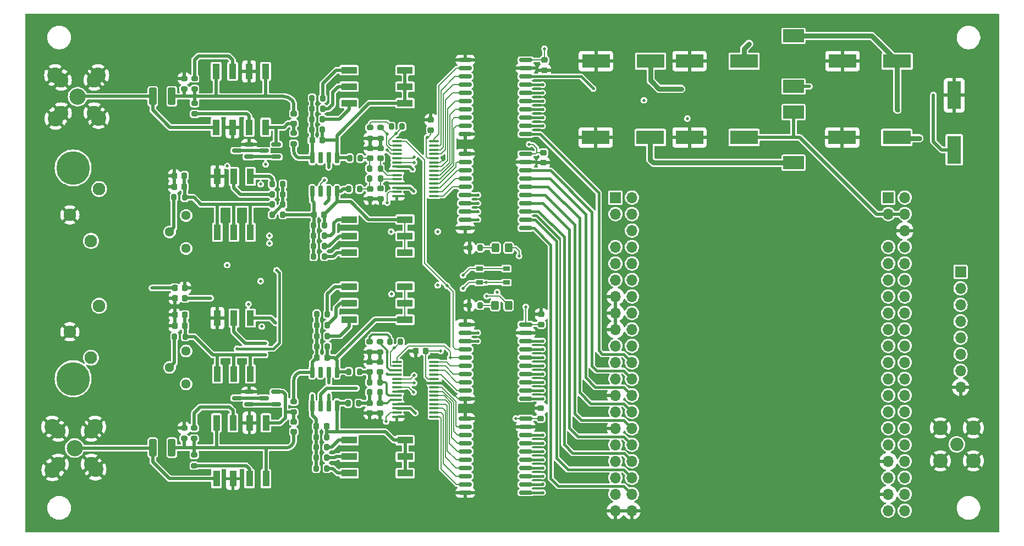
<source format=gtl>
G04 #@! TF.GenerationSoftware,KiCad,Pcbnew,8.0.7*
G04 #@! TF.CreationDate,2025-03-14T10:19:42+01:00*
G04 #@! TF.ProjectId,MISRC_v2.5,4d495352-435f-4763-922e-352e6b696361,3.0*
G04 #@! TF.SameCoordinates,Original*
G04 #@! TF.FileFunction,Copper,L1,Top*
G04 #@! TF.FilePolarity,Positive*
%FSLAX46Y46*%
G04 Gerber Fmt 4.6, Leading zero omitted, Abs format (unit mm)*
G04 Created by KiCad (PCBNEW 8.0.7) date 2025-03-14 10:19:42*
%MOMM*%
%LPD*%
G01*
G04 APERTURE LIST*
G04 Aperture macros list*
%AMRoundRect*
0 Rectangle with rounded corners*
0 $1 Rounding radius*
0 $2 $3 $4 $5 $6 $7 $8 $9 X,Y pos of 4 corners*
0 Add a 4 corners polygon primitive as box body*
4,1,4,$2,$3,$4,$5,$6,$7,$8,$9,$2,$3,0*
0 Add four circle primitives for the rounded corners*
1,1,$1+$1,$2,$3*
1,1,$1+$1,$4,$5*
1,1,$1+$1,$6,$7*
1,1,$1+$1,$8,$9*
0 Add four rect primitives between the rounded corners*
20,1,$1+$1,$2,$3,$4,$5,0*
20,1,$1+$1,$4,$5,$6,$7,0*
20,1,$1+$1,$6,$7,$8,$9,0*
20,1,$1+$1,$8,$9,$2,$3,0*%
G04 Aperture macros list end*
G04 #@! TA.AperFunction,SMDPad,CuDef*
%ADD10R,4.300000X2.150000*%
G04 #@! TD*
G04 #@! TA.AperFunction,SMDPad,CuDef*
%ADD11RoundRect,0.225000X-0.250000X0.225000X-0.250000X-0.225000X0.250000X-0.225000X0.250000X0.225000X0*%
G04 #@! TD*
G04 #@! TA.AperFunction,SMDPad,CuDef*
%ADD12RoundRect,0.200000X-0.200000X-0.275000X0.200000X-0.275000X0.200000X0.275000X-0.200000X0.275000X0*%
G04 #@! TD*
G04 #@! TA.AperFunction,SMDPad,CuDef*
%ADD13R,2.440000X1.120000*%
G04 #@! TD*
G04 #@! TA.AperFunction,ComponentPad*
%ADD14C,2.050000*%
G04 #@! TD*
G04 #@! TA.AperFunction,ComponentPad*
%ADD15C,2.250000*%
G04 #@! TD*
G04 #@! TA.AperFunction,SMDPad,CuDef*
%ADD16RoundRect,0.200000X-0.275000X0.200000X-0.275000X-0.200000X0.275000X-0.200000X0.275000X0.200000X0*%
G04 #@! TD*
G04 #@! TA.AperFunction,SMDPad,CuDef*
%ADD17RoundRect,0.150000X0.587500X0.150000X-0.587500X0.150000X-0.587500X-0.150000X0.587500X-0.150000X0*%
G04 #@! TD*
G04 #@! TA.AperFunction,SMDPad,CuDef*
%ADD18RoundRect,0.250000X-0.325000X-0.450000X0.325000X-0.450000X0.325000X0.450000X-0.325000X0.450000X0*%
G04 #@! TD*
G04 #@! TA.AperFunction,SMDPad,CuDef*
%ADD19RoundRect,0.250000X-0.325000X-1.100000X0.325000X-1.100000X0.325000X1.100000X-0.325000X1.100000X0*%
G04 #@! TD*
G04 #@! TA.AperFunction,SMDPad,CuDef*
%ADD20RoundRect,0.200000X0.275000X-0.200000X0.275000X0.200000X-0.275000X0.200000X-0.275000X-0.200000X0*%
G04 #@! TD*
G04 #@! TA.AperFunction,SMDPad,CuDef*
%ADD21RoundRect,0.200000X0.200000X0.275000X-0.200000X0.275000X-0.200000X-0.275000X0.200000X-0.275000X0*%
G04 #@! TD*
G04 #@! TA.AperFunction,SMDPad,CuDef*
%ADD22RoundRect,0.100000X-0.637500X-0.100000X0.637500X-0.100000X0.637500X0.100000X-0.637500X0.100000X0*%
G04 #@! TD*
G04 #@! TA.AperFunction,SMDPad,CuDef*
%ADD23RoundRect,0.225000X-0.225000X-0.250000X0.225000X-0.250000X0.225000X0.250000X-0.225000X0.250000X0*%
G04 #@! TD*
G04 #@! TA.AperFunction,SMDPad,CuDef*
%ADD24RoundRect,0.150000X-0.875000X-0.150000X0.875000X-0.150000X0.875000X0.150000X-0.875000X0.150000X0*%
G04 #@! TD*
G04 #@! TA.AperFunction,ComponentPad*
%ADD25C,1.440000*%
G04 #@! TD*
G04 #@! TA.AperFunction,SMDPad,CuDef*
%ADD26R,2.150000X4.300000*%
G04 #@! TD*
G04 #@! TA.AperFunction,SMDPad,CuDef*
%ADD27R,3.200000X2.000000*%
G04 #@! TD*
G04 #@! TA.AperFunction,SMDPad,CuDef*
%ADD28RoundRect,0.225000X0.225000X0.250000X-0.225000X0.250000X-0.225000X-0.250000X0.225000X-0.250000X0*%
G04 #@! TD*
G04 #@! TA.AperFunction,SMDPad,CuDef*
%ADD29R,1.120000X2.440000*%
G04 #@! TD*
G04 #@! TA.AperFunction,SMDPad,CuDef*
%ADD30R,1.050000X0.650000*%
G04 #@! TD*
G04 #@! TA.AperFunction,SMDPad,CuDef*
%ADD31RoundRect,0.225000X0.250000X-0.225000X0.250000X0.225000X-0.250000X0.225000X-0.250000X-0.225000X0*%
G04 #@! TD*
G04 #@! TA.AperFunction,ComponentPad*
%ADD32C,1.950000*%
G04 #@! TD*
G04 #@! TA.AperFunction,ComponentPad*
%ADD33C,5.175000*%
G04 #@! TD*
G04 #@! TA.AperFunction,ComponentPad*
%ADD34C,2.500000*%
G04 #@! TD*
G04 #@! TA.AperFunction,ComponentPad*
%ADD35C,2.400000*%
G04 #@! TD*
G04 #@! TA.AperFunction,ComponentPad*
%ADD36R,1.700000X1.700000*%
G04 #@! TD*
G04 #@! TA.AperFunction,ComponentPad*
%ADD37O,1.700000X1.700000*%
G04 #@! TD*
G04 #@! TA.AperFunction,SMDPad,CuDef*
%ADD38RoundRect,0.150000X0.150000X-0.725000X0.150000X0.725000X-0.150000X0.725000X-0.150000X-0.725000X0*%
G04 #@! TD*
G04 #@! TA.AperFunction,ViaPad*
%ADD39C,0.500000*%
G04 #@! TD*
G04 #@! TA.AperFunction,Conductor*
%ADD40C,0.400000*%
G04 #@! TD*
G04 #@! TA.AperFunction,Conductor*
%ADD41C,0.200000*%
G04 #@! TD*
G04 #@! TA.AperFunction,Conductor*
%ADD42C,0.500000*%
G04 #@! TD*
G04 #@! TA.AperFunction,Conductor*
%ADD43C,0.750000*%
G04 #@! TD*
G04 #@! TA.AperFunction,Conductor*
%ADD44C,0.300000*%
G04 #@! TD*
G04 APERTURE END LIST*
D10*
G04 #@! TO.P,C19,1*
G04 #@! TO.N,GND*
X182550000Y-78600000D03*
G04 #@! TO.P,C19,2*
G04 #@! TO.N,-5VA*
X190950000Y-78600000D03*
G04 #@! TD*
D11*
G04 #@! TO.P,C119,1*
G04 #@! TO.N,Net-(U102-~{IN})*
X111425000Y-119550000D03*
G04 #@! TO.P,C119,2*
G04 #@! TO.N,GND*
X111425000Y-121100000D03*
G04 #@! TD*
D12*
G04 #@! TO.P,R120,1*
G04 #@! TO.N,Net-(C107-Pad2)*
X106475000Y-119575000D03*
G04 #@! TO.P,R120,2*
G04 #@! TO.N,Net-(C109-Pad1)*
X108125000Y-119575000D03*
G04 #@! TD*
D11*
G04 #@! TO.P,C108,1*
G04 #@! TO.N,GND*
X109825000Y-113175000D03*
G04 #@! TO.P,C108,2*
G04 #@! TO.N,Net-(C108-Pad2)*
X109825000Y-114725000D03*
G04 #@! TD*
D12*
G04 #@! TO.P,R211,1*
G04 #@! TO.N,Net-(U201-+)*
X100900000Y-75825000D03*
G04 #@! TO.P,R211,2*
G04 #@! TO.N,Net-(R211-Pad2)*
X102550000Y-75825000D03*
G04 #@! TD*
D13*
G04 #@! TO.P,SW103,1*
G04 #@! TO.N,Net-(C106-Pad2)*
X115250000Y-106700000D03*
G04 #@! TO.P,SW103,2*
X115250000Y-104160000D03*
G04 #@! TO.P,SW103,3*
X115250000Y-101620000D03*
G04 #@! TO.P,SW103,4*
G04 #@! TO.N,Net-(R113-Pad2)*
X106640000Y-101620000D03*
G04 #@! TO.P,SW103,5*
G04 #@! TO.N,Net-(R112-Pad2)*
X106640000Y-104160000D03*
G04 #@! TO.P,SW103,6*
G04 #@! TO.N,Net-(R111-Pad2)*
X106640000Y-106700000D03*
G04 #@! TD*
D12*
G04 #@! TO.P,R213,1*
G04 #@! TO.N,Net-(U201-+)*
X100941000Y-72550000D03*
G04 #@! TO.P,R213,2*
G04 #@! TO.N,Net-(R213-Pad2)*
X102591000Y-72550000D03*
G04 #@! TD*
D14*
G04 #@! TO.P,J101/2,1,Pin_1*
G04 #@! TO.N,Net-(J101-Signal)*
X64395000Y-126425000D03*
D15*
G04 #@! TO.P,J101/2,2,Shield*
G04 #@! TO.N,GND*
X61855000Y-123885000D03*
X61855000Y-128965000D03*
X66935000Y-123885000D03*
X66935000Y-128965000D03*
G04 #@! TD*
D16*
G04 #@! TO.P,R101,1*
G04 #@! TO.N,GND*
X81250000Y-123375000D03*
G04 #@! TO.P,R101,2*
G04 #@! TO.N,Net-(C101-Pad2)*
X81250000Y-125025000D03*
G04 #@! TD*
D17*
G04 #@! TO.P,Q202,1,B*
G04 #@! TO.N,Net-(Q201-B)*
X91250000Y-81575000D03*
G04 #@! TO.P,Q202,2,E*
G04 #@! TO.N,GND*
X91250000Y-79675000D03*
G04 #@! TO.P,Q202,3,C*
G04 #@! TO.N,Net-(Q201-C)*
X89375000Y-80625000D03*
G04 #@! TD*
D18*
G04 #@! TO.P,D2,1,K*
G04 #@! TO.N,Net-(D2-K)*
X129175000Y-95625000D03*
G04 #@! TO.P,D2,2,A*
G04 #@! TO.N,Net-(D2-A)*
X131225000Y-95625000D03*
G04 #@! TD*
D12*
G04 #@! TO.P,R116,1*
G04 #@! TO.N,Net-(U101--)*
X101575000Y-129600000D03*
G04 #@! TO.P,R116,2*
G04 #@! TO.N,Net-(R116-Pad2)*
X103225000Y-129600000D03*
G04 #@! TD*
D19*
G04 #@! TO.P,C101,1*
G04 #@! TO.N,Net-(J101-Signal)*
X76400000Y-126425000D03*
G04 #@! TO.P,C101,2*
G04 #@! TO.N,Net-(C101-Pad2)*
X79350000Y-126425000D03*
G04 #@! TD*
D16*
G04 #@! TO.P,R209,1*
G04 #@! TO.N,Net-(Q201-E)*
X98125000Y-77925000D03*
G04 #@! TO.P,R209,2*
G04 #@! TO.N,Net-(U201-+)*
X98125000Y-79575000D03*
G04 #@! TD*
D20*
G04 #@! TO.P,R203,1*
G04 #@! TO.N,Net-(R203-Pad1)*
X82850000Y-74975000D03*
G04 #@! TO.P,R203,2*
G04 #@! TO.N,Net-(C201-Pad2)*
X82850000Y-73325000D03*
G04 #@! TD*
D21*
G04 #@! TO.P,R208,1*
G04 #@! TO.N,Net-(R206-Pad1)*
X96450000Y-88925000D03*
G04 #@! TO.P,R208,2*
G04 #@! TO.N,Net-(C227-Pad1)*
X94800000Y-88925000D03*
G04 #@! TD*
G04 #@! TO.P,R206,1*
G04 #@! TO.N,Net-(R206-Pad1)*
X96450000Y-87375000D03*
G04 #@! TO.P,R206,2*
G04 #@! TO.N,Net-(R206-Pad2)*
X94800000Y-87375000D03*
G04 #@! TD*
D22*
G04 #@! TO.P,U102,1,OTR*
G04 #@! TO.N,/OTRA*
X114000000Y-113200000D03*
G04 #@! TO.P,U102,2,MODE*
G04 #@! TO.N,Net-(U102-MODE)*
X114000000Y-113850000D03*
G04 #@! TO.P,U102,3,SENSE*
G04 #@! TO.N,Net-(U102-SENSE)*
X114000000Y-114500000D03*
G04 #@! TO.P,U102,4,VREF*
G04 #@! TO.N,Net-(U102-VREF)*
X114000000Y-115150000D03*
G04 #@! TO.P,U102,5,REFB*
G04 #@! TO.N,Net-(U102-REFB)*
X114000000Y-115800000D03*
G04 #@! TO.P,U102,6,REFT*
G04 #@! TO.N,Net-(U102-REFT)*
X114000000Y-116450000D03*
G04 #@! TO.P,U102,7,AVDD*
G04 #@! TO.N,VDDA*
X114000000Y-117100000D03*
G04 #@! TO.P,U102,8,AGND*
G04 #@! TO.N,GND*
X114000000Y-117750000D03*
G04 #@! TO.P,U102,9,IN*
G04 #@! TO.N,Net-(U102-IN)*
X114000000Y-118400000D03*
G04 #@! TO.P,U102,10,~{IN}*
G04 #@! TO.N,Net-(U102-~{IN})*
X114000000Y-119050000D03*
G04 #@! TO.P,U102,11,AGND*
G04 #@! TO.N,GND*
X114000000Y-119700000D03*
G04 #@! TO.P,U102,12,AVDD*
G04 #@! TO.N,VDDA*
X114000000Y-120350000D03*
G04 #@! TO.P,U102,13,CLK*
G04 #@! TO.N,Net-(U102-CLK)*
X114000000Y-121000000D03*
G04 #@! TO.P,U102,14,PWDN*
G04 #@! TO.N,GND*
X114000000Y-121650000D03*
G04 #@! TO.P,U102,15,Bit_0_(LSB)*
G04 #@! TO.N,/DA0*
X119725000Y-121650000D03*
G04 #@! TO.P,U102,16,Bit_1*
G04 #@! TO.N,/DA1*
X119725000Y-121000000D03*
G04 #@! TO.P,U102,17,Bit_2*
G04 #@! TO.N,/DA2*
X119725000Y-120350000D03*
G04 #@! TO.P,U102,18,Bit_3*
G04 #@! TO.N,/DA3*
X119725000Y-119700000D03*
G04 #@! TO.P,U102,19,Bit_4*
G04 #@! TO.N,/DA4*
X119725000Y-119050000D03*
G04 #@! TO.P,U102,20,Bit_5*
G04 #@! TO.N,/DA5*
X119725000Y-118400000D03*
G04 #@! TO.P,U102,21,Bit_6*
G04 #@! TO.N,/DA6*
X119725000Y-117750000D03*
G04 #@! TO.P,U102,22,Bit_7*
G04 #@! TO.N,/DA7*
X119725000Y-117100000D03*
G04 #@! TO.P,U102,23,DGND*
G04 #@! TO.N,GND*
X119725000Y-116450000D03*
G04 #@! TO.P,U102,24,DRVDD*
G04 #@! TO.N,VDD*
X119725000Y-115800000D03*
G04 #@! TO.P,U102,25,Bit_8*
G04 #@! TO.N,/DA8*
X119725000Y-115150000D03*
G04 #@! TO.P,U102,26,Bit_9*
G04 #@! TO.N,/DA9*
X119725000Y-114500000D03*
G04 #@! TO.P,U102,27,Bit_10*
G04 #@! TO.N,/DA10*
X119725000Y-113850000D03*
G04 #@! TO.P,U102,28,Bit_11_(MSB)*
G04 #@! TO.N,/DA11*
X119725000Y-113200000D03*
G04 #@! TD*
D12*
G04 #@! TO.P,R210,1*
G04 #@! TO.N,Net-(R206-Pad1)*
X94800000Y-90500000D03*
G04 #@! TO.P,R210,2*
G04 #@! TO.N,Net-(U201--)*
X96450000Y-90500000D03*
G04 #@! TD*
D23*
G04 #@! TO.P,C106,1*
G04 #@! TO.N,Net-(U101-+)*
X101700000Y-112525000D03*
G04 #@! TO.P,C106,2*
G04 #@! TO.N,Net-(C106-Pad2)*
X103250000Y-112525000D03*
G04 #@! TD*
D24*
G04 #@! TO.P,U5,1,G1*
G04 #@! TO.N,GND*
X124525000Y-66657000D03*
G04 #@! TO.P,U5,2,A0*
G04 #@! TO.N,/DB11*
X124525000Y-67927000D03*
G04 #@! TO.P,U5,3,A1*
G04 #@! TO.N,/DB10*
X124525000Y-69197000D03*
G04 #@! TO.P,U5,4,A2*
G04 #@! TO.N,/DB9*
X124525000Y-70467000D03*
G04 #@! TO.P,U5,5,A3*
G04 #@! TO.N,/DB8*
X124525000Y-71737000D03*
G04 #@! TO.P,U5,6,A4*
G04 #@! TO.N,/DB7*
X124525000Y-73007000D03*
G04 #@! TO.P,U5,7,A5*
G04 #@! TO.N,/DB6*
X124525000Y-74277000D03*
G04 #@! TO.P,U5,8,A6*
G04 #@! TO.N,/DB5*
X124525000Y-75547000D03*
G04 #@! TO.P,U5,9,A7*
G04 #@! TO.N,/DB4*
X124525000Y-76817000D03*
G04 #@! TO.P,U5,10,GND*
G04 #@! TO.N,GND*
X124525000Y-78087000D03*
G04 #@! TO.P,U5,11,Y7*
G04 #@! TO.N,Net-(J2-DQ24)*
X133825000Y-78087000D03*
G04 #@! TO.P,U5,12,Y6*
G04 #@! TO.N,Net-(J2-DQ25)*
X133825000Y-76817000D03*
G04 #@! TO.P,U5,13,Y5*
G04 #@! TO.N,Net-(J2-DQ26)*
X133825000Y-75547000D03*
G04 #@! TO.P,U5,14,Y4*
G04 #@! TO.N,Net-(J2-DQ27)*
X133825000Y-74277000D03*
G04 #@! TO.P,U5,15,Y3*
G04 #@! TO.N,Net-(J2-DQ28)*
X133825000Y-73007000D03*
G04 #@! TO.P,U5,16,Y2*
G04 #@! TO.N,Net-(J2-DQ29)*
X133825000Y-71737000D03*
G04 #@! TO.P,U5,17,Y1*
G04 #@! TO.N,Net-(J2-DQ30)*
X133825000Y-70467000D03*
G04 #@! TO.P,U5,18,Y0*
G04 #@! TO.N,Net-(J2-DQ31)*
X133825000Y-69197000D03*
G04 #@! TO.P,U5,19,G2*
G04 #@! TO.N,GND*
X133825000Y-67927000D03*
G04 #@! TO.P,U5,20,VCC*
G04 #@! TO.N,VDD*
X133825000Y-66657000D03*
G04 #@! TD*
D23*
G04 #@! TO.P,C206,1*
G04 #@! TO.N,Net-(U201-+)*
X100950000Y-79050000D03*
G04 #@! TO.P,C206,2*
G04 #@! TO.N,Net-(C206-Pad2)*
X102500000Y-79050000D03*
G04 #@! TD*
D12*
G04 #@! TO.P,R215,1*
G04 #@! TO.N,Net-(U201--)*
X101175000Y-92150000D03*
G04 #@! TO.P,R215,2*
G04 #@! TO.N,Net-(C207-Pad2)*
X102825000Y-92150000D03*
G04 #@! TD*
D24*
G04 #@! TO.P,U4,1,G1*
G04 #@! TO.N,GND*
X124525000Y-81135000D03*
G04 #@! TO.P,U4,2,A0*
G04 #@! TO.N,/DB3*
X124525000Y-82405000D03*
G04 #@! TO.P,U4,3,A1*
G04 #@! TO.N,/DB2*
X124525000Y-83675000D03*
G04 #@! TO.P,U4,4,A2*
G04 #@! TO.N,/DB1*
X124525000Y-84945000D03*
G04 #@! TO.P,U4,5,A3*
G04 #@! TO.N,/DB0*
X124525000Y-86215000D03*
G04 #@! TO.P,U4,6,A4*
G04 #@! TO.N,/Audio_ADC/DOUT2*
X124525000Y-87485000D03*
G04 #@! TO.P,U4,7,A5*
G04 #@! TO.N,/Audio_ADC/BCK2*
X124525000Y-88755000D03*
G04 #@! TO.P,U4,8,A6*
G04 #@! TO.N,/Audio_ADC/LRCK1*
X124525000Y-90025000D03*
G04 #@! TO.P,U4,9,A7*
G04 #@! TO.N,/Audio_ADC/LRCK2*
X124525000Y-91295000D03*
G04 #@! TO.P,U4,10,GND*
G04 #@! TO.N,GND*
X124525000Y-92565000D03*
G04 #@! TO.P,U4,11,Y7*
G04 #@! TO.N,Net-(J2-DQ16)*
X133825000Y-92565000D03*
G04 #@! TO.P,U4,12,Y6*
G04 #@! TO.N,Net-(J2-DQ17)*
X133825000Y-91295000D03*
G04 #@! TO.P,U4,13,Y5*
G04 #@! TO.N,Net-(J2-DQ18)*
X133825000Y-90025000D03*
G04 #@! TO.P,U4,14,Y4*
G04 #@! TO.N,Net-(J2-DQ19)*
X133825000Y-88755000D03*
G04 #@! TO.P,U4,15,Y3*
G04 #@! TO.N,Net-(J2-DQ20)*
X133825000Y-87485000D03*
G04 #@! TO.P,U4,16,Y2*
G04 #@! TO.N,Net-(J2-DQ21)*
X133825000Y-86215000D03*
G04 #@! TO.P,U4,17,Y1*
G04 #@! TO.N,Net-(J2-DQ22)*
X133825000Y-84945000D03*
G04 #@! TO.P,U4,18,Y0*
G04 #@! TO.N,Net-(J2-DQ23)*
X133825000Y-83675000D03*
G04 #@! TO.P,U4,19,G2*
G04 #@! TO.N,GND*
X133825000Y-82405000D03*
G04 #@! TO.P,U4,20,VCC*
G04 #@! TO.N,VDD*
X133825000Y-81135000D03*
G04 #@! TD*
D25*
G04 #@! TO.P,RV201,1,1*
G04 #@! TO.N,+5VA*
X81540000Y-95715000D03*
G04 #@! TO.P,RV201,2,2*
G04 #@! TO.N,Net-(R228-Pad2)*
X79000000Y-93175000D03*
G04 #@! TO.P,RV201,3,3*
G04 #@! TO.N,-5VA*
X81540000Y-90635000D03*
G04 #@! TD*
D26*
G04 #@! TO.P,C17,1*
G04 #@! TO.N,GND*
X199800000Y-72100000D03*
G04 #@! TO.P,C17,2*
G04 #@! TO.N,Net-(Q2-B)*
X199800000Y-80500000D03*
G04 #@! TD*
D12*
G04 #@! TO.P,R122,1*
G04 #@! TO.N,Net-(C109-Pad1)*
X109775000Y-117900000D03*
G04 #@! TO.P,R122,2*
G04 #@! TO.N,Net-(U102-~{IN})*
X111425000Y-117900000D03*
G04 #@! TD*
D27*
G04 #@! TO.P,L1,1,1*
G04 #@! TO.N,+5V*
X175050000Y-74700000D03*
G04 #@! TO.P,L1,2,2*
G04 #@! TO.N,+5Vpcm*
X175050000Y-82500000D03*
G04 #@! TD*
D13*
G04 #@! TO.P,SW104,1*
G04 #@! TO.N,Net-(C107-Pad2)*
X115271166Y-130351166D03*
G04 #@! TO.P,SW104,2*
X115271166Y-127811166D03*
G04 #@! TO.P,SW104,3*
X115271166Y-125271166D03*
G04 #@! TO.P,SW104,4*
G04 #@! TO.N,Net-(R118-Pad2)*
X106661166Y-125271166D03*
G04 #@! TO.P,SW104,5*
G04 #@! TO.N,Net-(R117-Pad2)*
X106661166Y-127811166D03*
G04 #@! TO.P,SW104,6*
G04 #@! TO.N,Net-(R116-Pad2)*
X106661166Y-130351166D03*
G04 #@! TD*
D10*
G04 #@! TO.P,C11,1*
G04 #@! TO.N,GND*
X182600000Y-66850000D03*
G04 #@! TO.P,C11,2*
G04 #@! TO.N,Net-(Q2-C)*
X191000000Y-66850000D03*
G04 #@! TD*
D28*
G04 #@! TO.P,C31,1*
G04 #@! TO.N,VDD*
X118425000Y-111525000D03*
G04 #@! TO.P,C31,2*
G04 #@! TO.N,GND*
X116875000Y-111525000D03*
G04 #@! TD*
D17*
G04 #@! TO.P,Q102,1,B*
G04 #@! TO.N,Net-(Q101-B)*
X91250000Y-119725000D03*
G04 #@! TO.P,Q102,2,E*
G04 #@! TO.N,GND*
X91250000Y-117825000D03*
G04 #@! TO.P,Q102,3,C*
G04 #@! TO.N,Net-(Q101-C)*
X89375000Y-118775000D03*
G04 #@! TD*
D21*
G04 #@! TO.P,R2,1*
G04 #@! TO.N,Net-(D1-K)*
X126800000Y-104475000D03*
G04 #@! TO.P,R2,2*
G04 #@! TO.N,GND*
X125150000Y-104475000D03*
G04 #@! TD*
D14*
G04 #@! TO.P,J201/2,1,Pin_1*
G04 #@! TO.N,Net-(J201-Signal)*
X64860000Y-72290000D03*
D15*
G04 #@! TO.P,J201/2,2,Shield*
G04 #@! TO.N,GND*
X62320000Y-69750000D03*
X62320000Y-74830000D03*
X67400000Y-69750000D03*
X67400000Y-74830000D03*
G04 #@! TD*
D11*
G04 #@! TO.P,C208,1*
G04 #@! TO.N,GND*
X109850000Y-80275000D03*
G04 #@! TO.P,C208,2*
G04 #@! TO.N,Net-(C208-Pad2)*
X109850000Y-81825000D03*
G04 #@! TD*
D24*
G04 #@! TO.P,U2,1,G1*
G04 #@! TO.N,GND*
X124525000Y-121908000D03*
G04 #@! TO.P,U2,2,A0*
G04 #@! TO.N,/DA7*
X124525000Y-123178000D03*
G04 #@! TO.P,U2,3,A1*
G04 #@! TO.N,/DA6*
X124525000Y-124448000D03*
G04 #@! TO.P,U2,4,A2*
G04 #@! TO.N,/DA5*
X124525000Y-125718000D03*
G04 #@! TO.P,U2,5,A3*
G04 #@! TO.N,/DA4*
X124525000Y-126988000D03*
G04 #@! TO.P,U2,6,A4*
G04 #@! TO.N,/DA3*
X124525000Y-128258000D03*
G04 #@! TO.P,U2,7,A5*
G04 #@! TO.N,/DA2*
X124525000Y-129528000D03*
G04 #@! TO.P,U2,8,A6*
G04 #@! TO.N,/DA1*
X124525000Y-130798000D03*
G04 #@! TO.P,U2,9,A7*
G04 #@! TO.N,/DA0*
X124525000Y-132068000D03*
G04 #@! TO.P,U2,10,GND*
G04 #@! TO.N,GND*
X124525000Y-133338000D03*
G04 #@! TO.P,U2,11,Y7*
G04 #@! TO.N,Net-(J1-DQ0)*
X133825000Y-133338000D03*
G04 #@! TO.P,U2,12,Y6*
G04 #@! TO.N,Net-(J1-DQ1)*
X133825000Y-132068000D03*
G04 #@! TO.P,U2,13,Y5*
G04 #@! TO.N,Net-(J1-DQ2)*
X133825000Y-130798000D03*
G04 #@! TO.P,U2,14,Y4*
G04 #@! TO.N,Net-(J1-DQ3)*
X133825000Y-129528000D03*
G04 #@! TO.P,U2,15,Y3*
G04 #@! TO.N,Net-(J1-DQ4)*
X133825000Y-128258000D03*
G04 #@! TO.P,U2,16,Y2*
G04 #@! TO.N,Net-(J1-DQ5)*
X133825000Y-126988000D03*
G04 #@! TO.P,U2,17,Y1*
G04 #@! TO.N,Net-(J1-DQ6)*
X133825000Y-125718000D03*
G04 #@! TO.P,U2,18,Y0*
G04 #@! TO.N,Net-(J1-DQ7)*
X133825000Y-124448000D03*
G04 #@! TO.P,U2,19,G2*
G04 #@! TO.N,GND*
X133825000Y-123178000D03*
G04 #@! TO.P,U2,20,VCC*
G04 #@! TO.N,VDD*
X133825000Y-121908000D03*
G04 #@! TD*
D12*
G04 #@! TO.P,R125,1*
G04 #@! TO.N,Net-(R125-Pad1)*
X112900000Y-110125000D03*
G04 #@! TO.P,R125,2*
G04 #@! TO.N,Net-(U102-MODE)*
X114550000Y-110125000D03*
G04 #@! TD*
G04 #@! TO.P,R216,1*
G04 #@! TO.N,Net-(U201--)*
X101175000Y-96950000D03*
G04 #@! TO.P,R216,2*
G04 #@! TO.N,Net-(R216-Pad2)*
X102825000Y-96950000D03*
G04 #@! TD*
D29*
G04 #@! TO.P,SW201,1*
G04 #@! TO.N,Net-(J201-Signal)*
X86165000Y-77030000D03*
G04 #@! TO.P,SW201,2*
G04 #@! TO.N,GND*
X88705000Y-77030000D03*
G04 #@! TO.P,SW201,3*
G04 #@! TO.N,Net-(R203-Pad1)*
X91245000Y-77030000D03*
G04 #@! TO.P,SW201,4*
G04 #@! TO.N,Net-(Q201-E)*
X93785000Y-77030000D03*
G04 #@! TO.P,SW201,5*
G04 #@! TO.N,Net-(C201-Pad2)*
X93785000Y-68420000D03*
G04 #@! TO.P,SW201,6*
G04 #@! TO.N,GND*
X91245000Y-68420000D03*
G04 #@! TO.P,SW201,7*
G04 #@! TO.N,Net-(R202-Pad1)*
X88705000Y-68420000D03*
G04 #@! TO.P,SW201,8*
G04 #@! TO.N,Net-(C201-Pad2)*
X86165000Y-68420000D03*
G04 #@! TD*
D18*
G04 #@! TO.P,D1,1,K*
G04 #@! TO.N,Net-(D1-K)*
X129132000Y-104475000D03*
G04 #@! TO.P,D1,2,A*
G04 #@! TO.N,Net-(D1-A)*
X131182000Y-104475000D03*
G04 #@! TD*
D27*
G04 #@! TO.P,L2,1,1*
G04 #@! TO.N,Net-(U6-VOUT)*
X175050000Y-70750000D03*
G04 #@! TO.P,L2,2,2*
G04 #@! TO.N,Net-(Q2-C)*
X175050000Y-62950000D03*
G04 #@! TD*
D16*
G04 #@! TO.P,R102,1*
G04 #@! TO.N,Net-(R102-Pad1)*
X82800000Y-123375000D03*
G04 #@! TO.P,R102,2*
G04 #@! TO.N,Net-(C101-Pad2)*
X82800000Y-125025000D03*
G04 #@! TD*
G04 #@! TO.P,R307,1*
G04 #@! TO.N,Net-(R225-Pad1)*
X109850000Y-77100000D03*
G04 #@! TO.P,R307,2*
G04 #@! TO.N,GND*
X109850000Y-78750000D03*
G04 #@! TD*
D19*
G04 #@! TO.P,C201,1*
G04 #@! TO.N,Net-(J201-Signal)*
X76400000Y-72275000D03*
G04 #@! TO.P,C201,2*
G04 #@! TO.N,Net-(C201-Pad2)*
X79350000Y-72275000D03*
G04 #@! TD*
D16*
G04 #@! TO.P,R309,1*
G04 #@! TO.N,Net-(U202-SENSE)*
X111475000Y-77100000D03*
G04 #@! TO.P,R309,2*
G04 #@! TO.N,GND*
X111475000Y-78750000D03*
G04 #@! TD*
D12*
G04 #@! TO.P,R115,1*
G04 #@! TO.N,Net-(U101--)*
X101550000Y-124775000D03*
G04 #@! TO.P,R115,2*
G04 #@! TO.N,Net-(C107-Pad2)*
X103200000Y-124775000D03*
G04 #@! TD*
G04 #@! TO.P,R111,1*
G04 #@! TO.N,Net-(U101-+)*
X101650000Y-109200000D03*
G04 #@! TO.P,R111,2*
G04 #@! TO.N,Net-(R111-Pad2)*
X103300000Y-109200000D03*
G04 #@! TD*
D23*
G04 #@! TO.P,C29,1*
G04 #@! TO.N,-5VA*
X79825000Y-101800000D03*
G04 #@! TO.P,C29,2*
G04 #@! TO.N,GND*
X81375000Y-101800000D03*
G04 #@! TD*
D12*
G04 #@! TO.P,R220,1*
G04 #@! TO.N,Net-(C207-Pad2)*
X106575000Y-86550000D03*
G04 #@! TO.P,R220,2*
G04 #@! TO.N,Net-(C209-Pad1)*
X108225000Y-86550000D03*
G04 #@! TD*
D14*
G04 #@! TO.P,J4,1,Pin_1*
G04 #@! TO.N,Net-(J1-PCLK)*
X200200000Y-125900000D03*
D15*
G04 #@! TO.P,J4,2,Shield*
G04 #@! TO.N,GND*
X197660000Y-123360000D03*
X197660000Y-128440000D03*
X202740000Y-123360000D03*
X202740000Y-128440000D03*
G04 #@! TD*
D11*
G04 #@! TO.P,C109,1*
G04 #@! TO.N,Net-(C109-Pad1)*
X109825000Y-119550000D03*
G04 #@! TO.P,C109,2*
G04 #@! TO.N,GND*
X109825000Y-121100000D03*
G04 #@! TD*
G04 #@! TO.P,C209,1*
G04 #@! TO.N,Net-(C209-Pad1)*
X109850000Y-86525000D03*
G04 #@! TO.P,C209,2*
G04 #@! TO.N,GND*
X109850000Y-88075000D03*
G04 #@! TD*
D12*
G04 #@! TO.P,R212,1*
G04 #@! TO.N,Net-(U201-+)*
X100925000Y-74175000D03*
G04 #@! TO.P,R212,2*
G04 #@! TO.N,Net-(R212-Pad2)*
X102575000Y-74175000D03*
G04 #@! TD*
G04 #@! TO.P,R113,1*
G04 #@! TO.N,Net-(U101-+)*
X101650000Y-105850000D03*
G04 #@! TO.P,R113,2*
G04 #@! TO.N,Net-(R113-Pad2)*
X103300000Y-105850000D03*
G04 #@! TD*
D21*
G04 #@! TO.P,R207,1*
G04 #@! TO.N,Net-(R206-Pad1)*
X96450000Y-85800000D03*
G04 #@! TO.P,R207,2*
G04 #@! TO.N,Net-(R207-Pad2)*
X94800000Y-85800000D03*
G04 #@! TD*
D12*
G04 #@! TO.P,R222,1*
G04 #@! TO.N,Net-(C209-Pad1)*
X109800000Y-84975000D03*
G04 #@! TO.P,R222,2*
G04 #@! TO.N,Net-(U202-~{IN})*
X111450000Y-84975000D03*
G04 #@! TD*
D10*
G04 #@! TO.P,C10,1*
G04 #@! TO.N,+5Vpcm*
X153000000Y-78600000D03*
G04 #@! TO.P,C10,2*
G04 #@! TO.N,GND*
X144600000Y-78600000D03*
G04 #@! TD*
D24*
G04 #@! TO.P,U3,1,G1*
G04 #@! TO.N,GND*
X124525000Y-107430000D03*
G04 #@! TO.P,U3,2,A0*
G04 #@! TO.N,/Audio_ADC/BCK1*
X124525000Y-108700000D03*
G04 #@! TO.P,U3,3,A1*
G04 #@! TO.N,/Audio_ADC/DOUT1*
X124525000Y-109970000D03*
G04 #@! TO.P,U3,4,A2*
G04 #@! TO.N,/OTRB*
X124525000Y-111240000D03*
G04 #@! TO.P,U3,5,A3*
G04 #@! TO.N,/OTRA*
X124525000Y-112510000D03*
G04 #@! TO.P,U3,6,A4*
G04 #@! TO.N,/DA11*
X124525000Y-113780000D03*
G04 #@! TO.P,U3,7,A5*
G04 #@! TO.N,/DA10*
X124525000Y-115050000D03*
G04 #@! TO.P,U3,8,A6*
G04 #@! TO.N,/DA9*
X124525000Y-116320000D03*
G04 #@! TO.P,U3,9,A7*
G04 #@! TO.N,/DA8*
X124525000Y-117590000D03*
G04 #@! TO.P,U3,10,GND*
G04 #@! TO.N,GND*
X124525000Y-118860000D03*
G04 #@! TO.P,U3,11,Y7*
G04 #@! TO.N,Net-(J1-DQ8)*
X133825000Y-118860000D03*
G04 #@! TO.P,U3,12,Y6*
G04 #@! TO.N,Net-(J1-DQ9)*
X133825000Y-117590000D03*
G04 #@! TO.P,U3,13,Y5*
G04 #@! TO.N,Net-(J1-DQ10)*
X133825000Y-116320000D03*
G04 #@! TO.P,U3,14,Y4*
G04 #@! TO.N,Net-(J1-DQ11)*
X133825000Y-115050000D03*
G04 #@! TO.P,U3,15,Y3*
G04 #@! TO.N,Net-(J1-DQ12)*
X133825000Y-113780000D03*
G04 #@! TO.P,U3,16,Y2*
G04 #@! TO.N,Net-(J1-DQ13)*
X133825000Y-112510000D03*
G04 #@! TO.P,U3,17,Y1*
G04 #@! TO.N,Net-(J1-DQ14)*
X133825000Y-111240000D03*
G04 #@! TO.P,U3,18,Y0*
G04 #@! TO.N,Net-(J1-DQ15)*
X133825000Y-109970000D03*
G04 #@! TO.P,U3,19,G2*
G04 #@! TO.N,GND*
X133825000Y-108700000D03*
G04 #@! TO.P,U3,20,VCC*
G04 #@! TO.N,VDD*
X133825000Y-107430000D03*
G04 #@! TD*
D12*
G04 #@! TO.P,R225,1*
G04 #@! TO.N,Net-(R225-Pad1)*
X113150000Y-76900000D03*
G04 #@! TO.P,R225,2*
G04 #@! TO.N,Net-(U202-MODE)*
X114800000Y-76900000D03*
G04 #@! TD*
D13*
G04 #@! TO.P,SW203,1*
G04 #@! TO.N,Net-(C206-Pad2)*
X115250000Y-73330000D03*
G04 #@! TO.P,SW203,2*
X115250000Y-70790000D03*
G04 #@! TO.P,SW203,3*
X115250000Y-68250000D03*
G04 #@! TO.P,SW203,4*
G04 #@! TO.N,Net-(R213-Pad2)*
X106640000Y-68250000D03*
G04 #@! TO.P,SW203,5*
G04 #@! TO.N,Net-(R212-Pad2)*
X106640000Y-70790000D03*
G04 #@! TO.P,SW203,6*
G04 #@! TO.N,Net-(R211-Pad2)*
X106640000Y-73330000D03*
G04 #@! TD*
D28*
G04 #@! TO.P,C128,1*
G04 #@! TO.N,Net-(C127-Pad1)*
X81360000Y-105950000D03*
G04 #@! TO.P,C128,2*
G04 #@! TO.N,GND*
X79810000Y-105950000D03*
G04 #@! TD*
D23*
G04 #@! TO.P,C107,1*
G04 #@! TO.N,Net-(U101--)*
X101604000Y-123150000D03*
G04 #@! TO.P,C107,2*
G04 #@! TO.N,Net-(C107-Pad2)*
X103154000Y-123150000D03*
G04 #@! TD*
D16*
G04 #@! TO.P,R308,1*
G04 #@! TO.N,Net-(U102-SENSE)*
X111400000Y-110050000D03*
G04 #@! TO.P,R308,2*
G04 #@! TO.N,GND*
X111400000Y-111700000D03*
G04 #@! TD*
G04 #@! TO.P,R306,1*
G04 #@! TO.N,Net-(R125-Pad1)*
X109825000Y-110050000D03*
G04 #@! TO.P,R306,2*
G04 #@! TO.N,GND*
X109825000Y-111700000D03*
G04 #@! TD*
D12*
G04 #@! TO.P,R218,1*
G04 #@! TO.N,Net-(U201--)*
X101175000Y-93750000D03*
G04 #@! TO.P,R218,2*
G04 #@! TO.N,Net-(R218-Pad2)*
X102825000Y-93750000D03*
G04 #@! TD*
G04 #@! TO.P,R119,1*
G04 #@! TO.N,Net-(C106-Pad2)*
X106575000Y-114700000D03*
G04 #@! TO.P,R119,2*
G04 #@! TO.N,Net-(C108-Pad2)*
X108225000Y-114700000D03*
G04 #@! TD*
D10*
G04 #@! TO.P,C6,1*
G04 #@! TO.N,+5V*
X167450000Y-78600000D03*
G04 #@! TO.P,C6,2*
G04 #@! TO.N,GND*
X159050000Y-78600000D03*
G04 #@! TD*
G04 #@! TO.P,C18,1*
G04 #@! TO.N,+5VA*
X167450000Y-66850000D03*
G04 #@! TO.P,C18,2*
G04 #@! TO.N,GND*
X159050000Y-66850000D03*
G04 #@! TD*
D12*
G04 #@! TO.P,R219,1*
G04 #@! TO.N,Net-(C206-Pad2)*
X106725000Y-81800000D03*
G04 #@! TO.P,R219,2*
G04 #@! TO.N,Net-(C208-Pad2)*
X108375000Y-81800000D03*
G04 #@! TD*
D30*
G04 #@! TO.P,SW1,1,1*
G04 #@! TO.N,VDD*
X126700000Y-98825000D03*
G04 #@! TO.P,SW1,2,2*
X130850000Y-98825000D03*
G04 #@! TO.P,SW1,3,3*
G04 #@! TO.N,Net-(U1A-R)*
X126700000Y-100975000D03*
G04 #@! TO.P,SW1,4,4*
X130850000Y-100975000D03*
G04 #@! TD*
D31*
G04 #@! TO.P,C2,1*
G04 #@! TO.N,VDD*
X119225000Y-77450000D03*
G04 #@! TO.P,C2,2*
G04 #@! TO.N,GND*
X119225000Y-75900000D03*
G04 #@! TD*
D17*
G04 #@! TO.P,Q101,1,B*
G04 #@! TO.N,Net-(Q101-B)*
X95375000Y-119725000D03*
G04 #@! TO.P,Q101,2,E*
G04 #@! TO.N,Net-(Q101-E)*
X95375000Y-117825000D03*
G04 #@! TO.P,Q101,3,C*
G04 #@! TO.N,Net-(Q101-C)*
X93500000Y-118775000D03*
G04 #@! TD*
D31*
G04 #@! TO.P,C105,1*
G04 #@! TO.N,Net-(C101-Pad2)*
X98125000Y-123975000D03*
G04 #@! TO.P,C105,2*
G04 #@! TO.N,Net-(Q101-E)*
X98125000Y-122425000D03*
G04 #@! TD*
D28*
G04 #@! TO.P,C228,1*
G04 #@! TO.N,Net-(C227-Pad1)*
X81275000Y-86175000D03*
G04 #@! TO.P,C228,2*
G04 #@! TO.N,GND*
X79725000Y-86175000D03*
G04 #@! TD*
D16*
G04 #@! TO.P,R201,1*
G04 #@! TO.N,GND*
X81250000Y-69500000D03*
G04 #@! TO.P,R201,2*
G04 #@! TO.N,Net-(C201-Pad2)*
X81250000Y-71150000D03*
G04 #@! TD*
D12*
G04 #@! TO.P,R217,1*
G04 #@! TO.N,Net-(U201--)*
X101175000Y-95350000D03*
G04 #@! TO.P,R217,2*
G04 #@! TO.N,Net-(R217-Pad2)*
X102825000Y-95350000D03*
G04 #@! TD*
D11*
G04 #@! TO.P,C118,1*
G04 #@! TO.N,GND*
X111400000Y-113175000D03*
G04 #@! TO.P,C118,2*
G04 #@! TO.N,Net-(U102-IN)*
X111400000Y-114725000D03*
G04 #@! TD*
D31*
G04 #@! TO.P,C4,1*
G04 #@! TO.N,VDD*
X136150000Y-121900000D03*
G04 #@! TO.P,C4,2*
G04 #@! TO.N,GND*
X136150000Y-120350000D03*
G04 #@! TD*
D32*
G04 #@! TO.P,J202,1,1*
G04 #@! TO.N,GND*
X63650000Y-90550000D03*
G04 #@! TO.P,J202,2,2*
G04 #@! TO.N,IN1_L*
X68150000Y-86550000D03*
G04 #@! TO.P,J202,3,3*
G04 #@! TO.N,IN1_R*
X66900000Y-94550000D03*
G04 #@! TO.P,J202,4,4*
G04 #@! TO.N,GND*
X63650000Y-108550000D03*
G04 #@! TO.P,J202,5,5*
G04 #@! TO.N,IN2_L*
X68150000Y-104550000D03*
G04 #@! TO.P,J202,6,6*
G04 #@! TO.N,IN2_R*
X66900000Y-112550000D03*
D33*
G04 #@! TO.P,J202,MH1,MH1*
G04 #@! TO.N,unconnected-(J202-PadMH1)*
X64150000Y-83300000D03*
G04 #@! TO.P,J202,MH2,MH2*
G04 #@! TO.N,unconnected-(J202-PadMH2)*
X64150000Y-115800000D03*
G04 #@! TD*
D12*
G04 #@! TO.P,R118,1*
G04 #@! TO.N,Net-(U101--)*
X101550000Y-126375000D03*
G04 #@! TO.P,R118,2*
G04 #@! TO.N,Net-(R118-Pad2)*
X103200000Y-126375000D03*
G04 #@! TD*
G04 #@! TO.P,R221,1*
G04 #@! TO.N,Net-(C208-Pad2)*
X109800000Y-83375000D03*
G04 #@! TO.P,R221,2*
G04 #@! TO.N,Net-(U202-IN)*
X111450000Y-83375000D03*
G04 #@! TD*
D10*
G04 #@! TO.P,C16,1*
G04 #@! TO.N,Net-(Q1-B)*
X153050000Y-66850000D03*
G04 #@! TO.P,C16,2*
G04 #@! TO.N,GND*
X144650000Y-66850000D03*
G04 #@! TD*
D21*
G04 #@! TO.P,R228,1*
G04 #@! TO.N,Net-(C227-Pad1)*
X81325000Y-87850000D03*
G04 #@! TO.P,R228,2*
G04 #@! TO.N,Net-(R228-Pad2)*
X79675000Y-87850000D03*
G04 #@! TD*
D34*
G04 #@! TO.P,J101,1,Signal*
G04 #@! TO.N,Net-(J101-Signal)*
X64375000Y-126475000D03*
D35*
G04 #@! TO.P,J101,2,GND*
G04 #@! TO.N,GND*
X60935000Y-123195000D03*
G04 #@! TO.P,J101,3,GND*
X67535000Y-123185000D03*
G04 #@! TO.P,J101,4,GND*
X60975000Y-129875000D03*
G04 #@! TO.P,J101,5,GND*
X67585000Y-129765000D03*
G04 #@! TD*
D29*
G04 #@! TO.P,SW101,1*
G04 #@! TO.N,Net-(J101-Signal)*
X86215000Y-131205000D03*
G04 #@! TO.P,SW101,2*
G04 #@! TO.N,GND*
X88755000Y-131205000D03*
G04 #@! TO.P,SW101,3*
G04 #@! TO.N,Net-(R103-Pad1)*
X91295000Y-131205000D03*
G04 #@! TO.P,SW101,4*
G04 #@! TO.N,Net-(C101-Pad2)*
X93835000Y-131205000D03*
G04 #@! TO.P,SW101,5*
G04 #@! TO.N,Net-(Q101-E)*
X93835000Y-122595000D03*
G04 #@! TO.P,SW101,6*
G04 #@! TO.N,GND*
X91295000Y-122595000D03*
G04 #@! TO.P,SW101,7*
G04 #@! TO.N,Net-(R102-Pad1)*
X88755000Y-122595000D03*
G04 #@! TO.P,SW101,8*
G04 #@! TO.N,Net-(C101-Pad2)*
X86215000Y-122595000D03*
G04 #@! TD*
D20*
G04 #@! TO.P,R109,1*
G04 #@! TO.N,Net-(Q101-E)*
X98125000Y-120950000D03*
G04 #@! TO.P,R109,2*
G04 #@! TO.N,Net-(U101-+)*
X98125000Y-119300000D03*
G04 #@! TD*
D36*
G04 #@! TO.P,J3,1,Pin_1*
G04 #@! TO.N,+5V*
X200775000Y-99320000D03*
D37*
G04 #@! TO.P,J3,2,Pin_2*
G04 #@! TO.N,Net-(J1-DQ15)*
X200775000Y-101860000D03*
G04 #@! TO.P,J3,3,Pin_3*
G04 #@! TO.N,Net-(J1-DQ14)*
X200775000Y-104400000D03*
G04 #@! TO.P,J3,4,Pin_4*
G04 #@! TO.N,Net-(J2-DQ19)*
X200775000Y-106940000D03*
G04 #@! TO.P,J3,5,Pin_5*
G04 #@! TO.N,Net-(J2-DQ18)*
X200775000Y-109480000D03*
G04 #@! TO.P,J3,6,Pin_6*
G04 #@! TO.N,Net-(J2-DQ17)*
X200775000Y-112020000D03*
G04 #@! TO.P,J3,7,Pin_7*
G04 #@! TO.N,Net-(J2-DQ16)*
X200775000Y-114560000D03*
G04 #@! TO.P,J3,8,Pin_8*
G04 #@! TO.N,GND*
X200775000Y-117100000D03*
G04 #@! TD*
D28*
G04 #@! TO.P,C227,1*
G04 #@! TO.N,Net-(C227-Pad1)*
X81275000Y-84500000D03*
G04 #@! TO.P,C227,2*
G04 #@! TO.N,GND*
X79725000Y-84500000D03*
G04 #@! TD*
D29*
G04 #@! TO.P,SW202,1*
G04 #@! TO.N,Net-(C227-Pad1)*
X86347000Y-93218000D03*
G04 #@! TO.P,SW202,2*
X88887000Y-93218000D03*
G04 #@! TO.P,SW202,3*
X91427000Y-93218000D03*
G04 #@! TO.P,SW202,4*
G04 #@! TO.N,Net-(R207-Pad2)*
X91427000Y-84608000D03*
G04 #@! TO.P,SW202,5*
G04 #@! TO.N,Net-(R206-Pad2)*
X88887000Y-84608000D03*
G04 #@! TO.P,SW202,6*
G04 #@! TO.N,GND*
X86347000Y-84608000D03*
G04 #@! TD*
D36*
G04 #@! TO.P,J1,1,V3P3*
G04 #@! TO.N,VDD*
X189653000Y-87875000D03*
D37*
G04 #@! TO.P,J1,2,V1P2*
G04 #@! TO.N,unconnected-(J1-V1P2-Pad2)*
X192193000Y-87875000D03*
G04 #@! TO.P,J1,3,USB3_VBUS*
G04 #@! TO.N,+5V*
X189653000Y-90415000D03*
G04 #@! TO.P,J1,4,USB3_VBUS*
X192193000Y-90415000D03*
G04 #@! TO.P,J1,6,GND*
G04 #@! TO.N,GND*
X192193000Y-92955000D03*
G04 #@! TO.P,J1,7,CTL12*
G04 #@! TO.N,unconnected-(J1-CTL12-Pad7)*
X189653000Y-95495000D03*
G04 #@! TO.P,J1,8,DQ15*
G04 #@! TO.N,Net-(J1-DQ15)*
X192193000Y-95495000D03*
G04 #@! TO.P,J1,9,CTL11*
G04 #@! TO.N,unconnected-(J1-CTL11-Pad9)*
X189653000Y-98035000D03*
G04 #@! TO.P,J1,10,DQ14*
G04 #@! TO.N,Net-(J1-DQ14)*
X192193000Y-98035000D03*
G04 #@! TO.P,J1,11,CTL10*
G04 #@! TO.N,unconnected-(J1-CTL10-Pad11)*
X189653000Y-100575000D03*
G04 #@! TO.P,J1,12,DQ13*
G04 #@! TO.N,Net-(J1-DQ13)*
X192193000Y-100575000D03*
G04 #@! TO.P,J1,13,CTL9*
G04 #@! TO.N,unconnected-(J1-CTL9-Pad13)*
X189653000Y-103115000D03*
G04 #@! TO.P,J1,14,DQ12*
G04 #@! TO.N,Net-(J1-DQ12)*
X192193000Y-103115000D03*
G04 #@! TO.P,J1,15,CTL8*
G04 #@! TO.N,unconnected-(J1-CTL8-Pad15)*
X189653000Y-105655000D03*
G04 #@! TO.P,J1,16,DQ11*
G04 #@! TO.N,Net-(J1-DQ11)*
X192193000Y-105655000D03*
G04 #@! TO.P,J1,17,CTL7*
G04 #@! TO.N,unconnected-(J1-CTL7-Pad17)*
X189653000Y-108195000D03*
G04 #@! TO.P,J1,18,DQ10*
G04 #@! TO.N,Net-(J1-DQ10)*
X192193000Y-108195000D03*
G04 #@! TO.P,J1,19,CTL6*
G04 #@! TO.N,unconnected-(J1-CTL6-Pad19)*
X189653000Y-110735000D03*
G04 #@! TO.P,J1,20,DQ9*
G04 #@! TO.N,Net-(J1-DQ9)*
X192193000Y-110735000D03*
G04 #@! TO.P,J1,21,CTL5*
G04 #@! TO.N,unconnected-(J1-CTL5-Pad21)*
X189653000Y-113275000D03*
G04 #@! TO.P,J1,22,DQ8*
G04 #@! TO.N,Net-(J1-DQ8)*
X192193000Y-113275000D03*
G04 #@! TO.P,J1,23,CTL4_SW*
G04 #@! TO.N,unconnected-(J1-CTL4_SW-Pad23)*
X189653000Y-115815000D03*
G04 #@! TO.P,J1,24,DQ7*
G04 #@! TO.N,Net-(J1-DQ7)*
X192193000Y-115815000D03*
G04 #@! TO.P,J1,25,CTL3*
G04 #@! TO.N,unconnected-(J1-CTL3-Pad25)*
X189653000Y-118355000D03*
G04 #@! TO.P,J1,26,DQ6*
G04 #@! TO.N,Net-(J1-DQ6)*
X192193000Y-118355000D03*
G04 #@! TO.P,J1,27,CTL2*
G04 #@! TO.N,unconnected-(J1-CTL2-Pad27)*
X189653000Y-120895000D03*
G04 #@! TO.P,J1,28,DQ5*
G04 #@! TO.N,Net-(J1-DQ5)*
X192193000Y-120895000D03*
G04 #@! TO.P,J1,29,CTL1*
G04 #@! TO.N,unconnected-(J1-CTL1-Pad29)*
X189653000Y-123435000D03*
G04 #@! TO.P,J1,30,DQ4*
G04 #@! TO.N,Net-(J1-DQ4)*
X192193000Y-123435000D03*
G04 #@! TO.P,J1,31,CTL0*
G04 #@! TO.N,unconnected-(J1-CTL0-Pad31)*
X189653000Y-125975000D03*
G04 #@! TO.P,J1,32,DQ3*
G04 #@! TO.N,Net-(J1-DQ3)*
X192193000Y-125975000D03*
G04 #@! TO.P,J1,33,GND*
G04 #@! TO.N,GND*
X189653000Y-128515000D03*
G04 #@! TO.P,J1,34,DQ2*
G04 #@! TO.N,Net-(J1-DQ2)*
X192193000Y-128515000D03*
G04 #@! TO.P,J1,35,PCLK*
G04 #@! TO.N,Net-(J1-PCLK)*
X189653000Y-131055000D03*
G04 #@! TO.P,J1,36,DQ1*
G04 #@! TO.N,Net-(J1-DQ1)*
X192193000Y-131055000D03*
G04 #@! TO.P,J1,37,GND*
G04 #@! TO.N,GND*
X189653000Y-133595000D03*
G04 #@! TO.P,J1,38,DQ0*
G04 #@! TO.N,Net-(J1-DQ0)*
X192193000Y-133595000D03*
G04 #@! TO.P,J1,39,I2C_SDA_FX3*
G04 #@! TO.N,unconnected-(J1-I2C_SDA_FX3-Pad39)*
X189653000Y-136135000D03*
G04 #@! TO.P,J1,40,I2C_SCL_FX3*
G04 #@! TO.N,unconnected-(J1-I2C_SCL_FX3-Pad40)*
X192193000Y-136135000D03*
G04 #@! TD*
D12*
G04 #@! TO.P,R112,1*
G04 #@! TO.N,Net-(U101-+)*
X101650000Y-107525000D03*
G04 #@! TO.P,R112,2*
G04 #@! TO.N,Net-(R112-Pad2)*
X103300000Y-107525000D03*
G04 #@! TD*
D20*
G04 #@! TO.P,R103,1*
G04 #@! TO.N,Net-(R103-Pad1)*
X82800000Y-129200000D03*
G04 #@! TO.P,R103,2*
G04 #@! TO.N,Net-(C101-Pad2)*
X82800000Y-127550000D03*
G04 #@! TD*
D38*
G04 #@! TO.P,U201,1,-*
G04 #@! TO.N,Net-(U201--)*
X100965000Y-86903000D03*
G04 #@! TO.P,U201,2,VCM*
G04 #@! TO.N,Net-(U201-VCM)*
X102235000Y-86903000D03*
G04 #@! TO.P,U201,3,V+*
G04 #@! TO.N,+5VA*
X103505000Y-86903000D03*
G04 #@! TO.P,U201,4*
G04 #@! TO.N,Net-(C207-Pad2)*
X104775000Y-86903000D03*
G04 #@! TO.P,U201,5*
G04 #@! TO.N,Net-(C206-Pad2)*
X104775000Y-81753000D03*
G04 #@! TO.P,U201,6,V-*
G04 #@! TO.N,-5VA*
X103505000Y-81753000D03*
G04 #@! TO.P,U201,7,NC*
G04 #@! TO.N,unconnected-(U201-NC-Pad7)*
X102235000Y-81753000D03*
G04 #@! TO.P,U201,8,+*
G04 #@! TO.N,Net-(U201-+)*
X100965000Y-81753000D03*
G04 #@! TD*
D17*
G04 #@! TO.P,Q201,1,B*
G04 #@! TO.N,Net-(Q201-B)*
X95425000Y-81575000D03*
G04 #@! TO.P,Q201,2,E*
G04 #@! TO.N,Net-(Q201-E)*
X95425000Y-79675000D03*
G04 #@! TO.P,Q201,3,C*
G04 #@! TO.N,Net-(Q201-C)*
X93550000Y-80625000D03*
G04 #@! TD*
D11*
G04 #@! TO.P,C5,1*
G04 #@! TO.N,VDD*
X136575000Y-80950000D03*
G04 #@! TO.P,C5,2*
G04 #@! TO.N,GND*
X136575000Y-82500000D03*
G04 #@! TD*
G04 #@! TO.P,C219,1*
G04 #@! TO.N,Net-(U202-~{IN})*
X111450000Y-86500000D03*
G04 #@! TO.P,C219,2*
G04 #@! TO.N,GND*
X111450000Y-88050000D03*
G04 #@! TD*
D22*
G04 #@! TO.P,U202,1,OTR*
G04 #@! TO.N,/OTRB*
X114000000Y-79200000D03*
G04 #@! TO.P,U202,2,MODE*
G04 #@! TO.N,Net-(U202-MODE)*
X114000000Y-79850000D03*
G04 #@! TO.P,U202,3,SENSE*
G04 #@! TO.N,Net-(U202-SENSE)*
X114000000Y-80500000D03*
G04 #@! TO.P,U202,4,VREF*
G04 #@! TO.N,Net-(U202-VREF)*
X114000000Y-81150000D03*
G04 #@! TO.P,U202,5,REFB*
G04 #@! TO.N,Net-(U202-REFB)*
X114000000Y-81800000D03*
G04 #@! TO.P,U202,6,REFT*
G04 #@! TO.N,Net-(U202-REFT)*
X114000000Y-82450000D03*
G04 #@! TO.P,U202,7,AVDD*
G04 #@! TO.N,VDDA*
X114000000Y-83100000D03*
G04 #@! TO.P,U202,8,AGND*
G04 #@! TO.N,GND*
X114000000Y-83750000D03*
G04 #@! TO.P,U202,9,IN*
G04 #@! TO.N,Net-(U202-IN)*
X114000000Y-84400000D03*
G04 #@! TO.P,U202,10,~{IN}*
G04 #@! TO.N,Net-(U202-~{IN})*
X114000000Y-85050000D03*
G04 #@! TO.P,U202,11,AGND*
G04 #@! TO.N,GND*
X114000000Y-85700000D03*
G04 #@! TO.P,U202,12,AVDD*
G04 #@! TO.N,VDDA*
X114000000Y-86350000D03*
G04 #@! TO.P,U202,13,CLK*
G04 #@! TO.N,Net-(U202-CLK)*
X114000000Y-87000000D03*
G04 #@! TO.P,U202,14,PWDN*
G04 #@! TO.N,GND*
X114000000Y-87650000D03*
G04 #@! TO.P,U202,15,Bit_0_(LSB)*
G04 #@! TO.N,/DB0*
X119725000Y-87650000D03*
G04 #@! TO.P,U202,16,Bit_1*
G04 #@! TO.N,/DB1*
X119725000Y-87000000D03*
G04 #@! TO.P,U202,17,Bit_2*
G04 #@! TO.N,/DB2*
X119725000Y-86350000D03*
G04 #@! TO.P,U202,18,Bit_3*
G04 #@! TO.N,/DB3*
X119725000Y-85700000D03*
G04 #@! TO.P,U202,19,Bit_4*
G04 #@! TO.N,/DB4*
X119725000Y-85050000D03*
G04 #@! TO.P,U202,20,Bit_5*
G04 #@! TO.N,/DB5*
X119725000Y-84400000D03*
G04 #@! TO.P,U202,21,Bit_6*
G04 #@! TO.N,/DB6*
X119725000Y-83750000D03*
G04 #@! TO.P,U202,22,Bit_7*
G04 #@! TO.N,/DB7*
X119725000Y-83100000D03*
G04 #@! TO.P,U202,23,DGND*
G04 #@! TO.N,GND*
X119725000Y-82450000D03*
G04 #@! TO.P,U202,24,DRVDD*
G04 #@! TO.N,VDD*
X119725000Y-81800000D03*
G04 #@! TO.P,U202,25,Bit_8*
G04 #@! TO.N,/DB8*
X119725000Y-81150000D03*
G04 #@! TO.P,U202,26,Bit_9*
G04 #@! TO.N,/DB9*
X119725000Y-80500000D03*
G04 #@! TO.P,U202,27,Bit_10*
G04 #@! TO.N,/DB10*
X119725000Y-79850000D03*
G04 #@! TO.P,U202,28,Bit_11_(MSB)*
G04 #@! TO.N,/DB11*
X119725000Y-79200000D03*
G04 #@! TD*
D16*
G04 #@! TO.P,R202,1*
G04 #@! TO.N,Net-(R202-Pad1)*
X82850000Y-69500000D03*
G04 #@! TO.P,R202,2*
G04 #@! TO.N,Net-(C201-Pad2)*
X82850000Y-71150000D03*
G04 #@! TD*
D12*
G04 #@! TO.P,R121,1*
G04 #@! TO.N,Net-(C108-Pad2)*
X109775000Y-116325000D03*
G04 #@! TO.P,R121,2*
G04 #@! TO.N,Net-(U102-IN)*
X111425000Y-116325000D03*
G04 #@! TD*
G04 #@! TO.P,R214,1*
G04 #@! TO.N,Net-(U201-+)*
X100900000Y-77425000D03*
G04 #@! TO.P,R214,2*
G04 #@! TO.N,Net-(C206-Pad2)*
X102550000Y-77425000D03*
G04 #@! TD*
D31*
G04 #@! TO.P,C3,1*
G04 #@! TO.N,VDD*
X136225000Y-107425000D03*
G04 #@! TO.P,C3,2*
G04 #@! TO.N,GND*
X136225000Y-105875000D03*
G04 #@! TD*
D38*
G04 #@! TO.P,U101,1,-*
G04 #@! TO.N,Net-(U101--)*
X100970000Y-119950000D03*
G04 #@! TO.P,U101,2,VCM*
G04 #@! TO.N,Net-(U101-VCM)*
X102240000Y-119950000D03*
G04 #@! TO.P,U101,3,V+*
G04 #@! TO.N,+5VA*
X103510000Y-119950000D03*
G04 #@! TO.P,U101,4*
G04 #@! TO.N,Net-(C107-Pad2)*
X104780000Y-119950000D03*
G04 #@! TO.P,U101,5*
G04 #@! TO.N,Net-(C106-Pad2)*
X104780000Y-114800000D03*
G04 #@! TO.P,U101,6,V-*
G04 #@! TO.N,-5VA*
X103510000Y-114800000D03*
G04 #@! TO.P,U101,7,NC*
G04 #@! TO.N,unconnected-(U101-NC-Pad7)*
X102240000Y-114800000D03*
G04 #@! TO.P,U101,8,+*
G04 #@! TO.N,Net-(U101-+)*
X100970000Y-114800000D03*
G04 #@! TD*
D13*
G04 #@! TO.P,SW204,1*
G04 #@! TO.N,Net-(C207-Pad2)*
X115250000Y-96330000D03*
G04 #@! TO.P,SW204,2*
X115250000Y-93790000D03*
G04 #@! TO.P,SW204,3*
X115250000Y-91250000D03*
G04 #@! TO.P,SW204,4*
G04 #@! TO.N,Net-(R218-Pad2)*
X106640000Y-91250000D03*
G04 #@! TO.P,SW204,5*
G04 #@! TO.N,Net-(R217-Pad2)*
X106640000Y-93790000D03*
G04 #@! TO.P,SW204,6*
G04 #@! TO.N,Net-(R216-Pad2)*
X106640000Y-96330000D03*
G04 #@! TD*
D25*
G04 #@! TO.P,RV101,1,1*
G04 #@! TO.N,+5VA*
X81540000Y-116600000D03*
G04 #@! TO.P,RV101,2,2*
G04 #@! TO.N,Net-(R127-Pad2)*
X79000000Y-114060000D03*
G04 #@! TO.P,RV101,3,3*
G04 #@! TO.N,-5VA*
X81540000Y-111520000D03*
G04 #@! TD*
D29*
G04 #@! TO.P,SW102,1*
G04 #@! TO.N,Net-(C127-Pad1)*
X86347000Y-115050000D03*
G04 #@! TO.P,SW102,2*
X88887000Y-115050000D03*
G04 #@! TO.P,SW102,3*
X91427000Y-115050000D03*
G04 #@! TO.P,SW102,4*
G04 #@! TO.N,Net-(R107-Pad2)*
X91427000Y-106440000D03*
G04 #@! TO.P,SW102,5*
G04 #@! TO.N,Net-(R106-Pad2)*
X88887000Y-106440000D03*
G04 #@! TO.P,SW102,6*
G04 #@! TO.N,GND*
X86347000Y-106440000D03*
G04 #@! TD*
D21*
G04 #@! TO.P,R3,1*
G04 #@! TO.N,Net-(D2-K)*
X126843000Y-95625000D03*
G04 #@! TO.P,R3,2*
G04 #@! TO.N,GND*
X125193000Y-95625000D03*
G04 #@! TD*
G04 #@! TO.P,R127,1*
G04 #@! TO.N,Net-(C127-Pad1)*
X81410000Y-109300000D03*
G04 #@! TO.P,R127,2*
G04 #@! TO.N,Net-(R127-Pad2)*
X79760000Y-109300000D03*
G04 #@! TD*
D36*
G04 #@! TO.P,J2,1,V3P3*
G04 #@! TO.N,VDD*
X147650000Y-87875000D03*
D37*
G04 #@! TO.P,J2,2,V1P2*
G04 #@! TO.N,unconnected-(J2-V1P2-Pad2)*
X150190000Y-87875000D03*
G04 #@! TO.P,J2,3,INT_N_CTL15*
G04 #@! TO.N,unconnected-(J2-INT_N_CTL15-Pad3)*
X147650000Y-90415000D03*
G04 #@! TO.P,J2,4,VIO*
G04 #@! TO.N,unconnected-(J2-VIO-Pad4)*
X150190000Y-90415000D03*
G04 #@! TO.P,J2,6,DQ31*
G04 #@! TO.N,Net-(J2-DQ31)*
X150190000Y-92955000D03*
G04 #@! TO.P,J2,7,PMODE_2*
G04 #@! TO.N,unconnected-(J2-PMODE_2-Pad7)*
X147650000Y-95495000D03*
G04 #@! TO.P,J2,8,DQ30*
G04 #@! TO.N,Net-(J2-DQ30)*
X150190000Y-95495000D03*
G04 #@! TO.P,J2,9,PMODE_1*
G04 #@! TO.N,unconnected-(J2-PMODE_1-Pad9)*
X147650000Y-98035000D03*
G04 #@! TO.P,J2,10,DQ29*
G04 #@! TO.N,Net-(J2-DQ29)*
X150190000Y-98035000D03*
G04 #@! TO.P,J2,11,PMODE_0*
G04 #@! TO.N,unconnected-(J2-PMODE_0-Pad11)*
X147650000Y-100575000D03*
G04 #@! TO.P,J2,12,DQ28*
G04 #@! TO.N,Net-(J2-DQ28)*
X150190000Y-100575000D03*
G04 #@! TO.P,J2,13,GND*
G04 #@! TO.N,GND*
X147650000Y-103115000D03*
G04 #@! TO.P,J2,14,GPIO45*
G04 #@! TO.N,unconnected-(J2-GPIO45-Pad14)*
X150190000Y-103115000D03*
G04 #@! TO.P,J2,15,GND*
G04 #@! TO.N,GND*
X147650000Y-105655000D03*
G04 #@! TO.P,J2,16,DQ27*
G04 #@! TO.N,Net-(J2-DQ27)*
X150190000Y-105655000D03*
G04 #@! TO.P,J2,17,GND*
G04 #@! TO.N,GND*
X147650000Y-108195000D03*
G04 #@! TO.P,J2,18,DQ26*
G04 #@! TO.N,Net-(J2-DQ26)*
X150190000Y-108195000D03*
G04 #@! TO.P,J2,19,SPI-MOSI_UART-RX*
G04 #@! TO.N,unconnected-(J2-SPI-MOSI_UART-RX-Pad19)*
X147650000Y-110735000D03*
G04 #@! TO.P,J2,20,DQ25*
G04 #@! TO.N,Net-(J2-DQ25)*
X150190000Y-110735000D03*
G04 #@! TO.P,J2,21,SPI-MISO_UART_TX*
G04 #@! TO.N,unconnected-(J2-SPI-MISO_UART_TX-Pad21)*
X147650000Y-113275000D03*
G04 #@! TO.P,J2,22,DQ24*
G04 #@! TO.N,Net-(J2-DQ24)*
X150190000Y-113275000D03*
G04 #@! TO.P,J2,23,SPI-SSN_UART-CTS*
G04 #@! TO.N,unconnected-(J2-SPI-SSN_UART-CTS-Pad23)*
X147650000Y-115815000D03*
G04 #@! TO.P,J2,24,DQ23*
G04 #@! TO.N,Net-(J2-DQ23)*
X150190000Y-115815000D03*
G04 #@! TO.P,J2,25,GND*
G04 #@! TO.N,GND*
X147650000Y-118355000D03*
G04 #@! TO.P,J2,26,DQ22*
G04 #@! TO.N,Net-(J2-DQ22)*
X150190000Y-118355000D03*
G04 #@! TO.P,J2,27,SPI-SCK_UART-RTS*
G04 #@! TO.N,unconnected-(J2-SPI-SCK_UART-RTS-Pad27)*
X147650000Y-120895000D03*
G04 #@! TO.P,J2,28,DQ21*
G04 #@! TO.N,Net-(J2-DQ21)*
X150190000Y-120895000D03*
G04 #@! TO.P,J2,29,GND*
G04 #@! TO.N,GND*
X147650000Y-123435000D03*
G04 #@! TO.P,J2,30,DQ20*
G04 #@! TO.N,Net-(J2-DQ20)*
X150190000Y-123435000D03*
G04 #@! TO.P,J2,31,I2S_WS*
G04 #@! TO.N,unconnected-(J2-I2S_WS-Pad31)*
X147650000Y-125975000D03*
G04 #@! TO.P,J2,32,DQ19*
G04 #@! TO.N,Net-(J2-DQ19)*
X150190000Y-125975000D03*
G04 #@! TO.P,J2,33,I2S_SD*
G04 #@! TO.N,unconnected-(J2-I2S_SD-Pad33)*
X147650000Y-128515000D03*
G04 #@! TO.P,J2,34,DQ18*
G04 #@! TO.N,Net-(J2-DQ18)*
X150190000Y-128515000D03*
G04 #@! TO.P,J2,35,GPIO57_I2S-MCLK_VIO3_SW*
G04 #@! TO.N,unconnected-(J2-GPIO57_I2S-MCLK_VIO3_SW-Pad35)*
X147650000Y-131055000D03*
G04 #@! TO.P,J2,36,DQ17*
G04 #@! TO.N,Net-(J2-DQ17)*
X150190000Y-131055000D03*
G04 #@! TO.P,J2,37,I2S_CLK*
G04 #@! TO.N,unconnected-(J2-I2S_CLK-Pad37)*
X147650000Y-133595000D03*
G04 #@! TO.P,J2,38,DQ16*
G04 #@! TO.N,Net-(J2-DQ16)*
X150190000Y-133595000D03*
G04 #@! TO.P,J2,39,GND*
G04 #@! TO.N,GND*
X147650000Y-136135000D03*
G04 #@! TO.P,J2,40,GND*
X150190000Y-136135000D03*
G04 #@! TD*
D34*
G04 #@! TO.P,J201,1,Signal*
G04 #@! TO.N,Net-(J201-Signal)*
X64840000Y-72310000D03*
D35*
G04 #@! TO.P,J201,2,GND*
G04 #@! TO.N,GND*
X61400000Y-69030000D03*
G04 #@! TO.P,J201,3,GND*
X68000000Y-69020000D03*
G04 #@! TO.P,J201,4,GND*
X61440000Y-75710000D03*
G04 #@! TO.P,J201,5,GND*
X68050000Y-75600000D03*
G04 #@! TD*
D12*
G04 #@! TO.P,R117,1*
G04 #@! TO.N,Net-(U101--)*
X101550000Y-127975000D03*
G04 #@! TO.P,R117,2*
G04 #@! TO.N,Net-(R117-Pad2)*
X103200000Y-127975000D03*
G04 #@! TD*
D28*
G04 #@! TO.P,C127,1*
G04 #@! TO.N,Net-(C127-Pad1)*
X81360000Y-107625000D03*
G04 #@! TO.P,C127,2*
G04 #@! TO.N,GND*
X79810000Y-107625000D03*
G04 #@! TD*
D11*
G04 #@! TO.P,C1,1*
G04 #@! TO.N,VDD*
X136750000Y-66675000D03*
G04 #@! TO.P,C1,2*
G04 #@! TO.N,GND*
X136750000Y-68225000D03*
G04 #@! TD*
D23*
G04 #@! TO.P,C207,1*
G04 #@! TO.N,Net-(U201--)*
X101225000Y-90500000D03*
G04 #@! TO.P,C207,2*
G04 #@! TO.N,Net-(C207-Pad2)*
X102775000Y-90500000D03*
G04 #@! TD*
D28*
G04 #@! TO.P,C30,1*
G04 #@! TO.N,+5VA*
X81360000Y-103375000D03*
G04 #@! TO.P,C30,2*
G04 #@! TO.N,GND*
X79810000Y-103375000D03*
G04 #@! TD*
D11*
G04 #@! TO.P,C205,1*
G04 #@! TO.N,Net-(C201-Pad2)*
X98125000Y-74925000D03*
G04 #@! TO.P,C205,2*
G04 #@! TO.N,Net-(Q201-E)*
X98125000Y-76475000D03*
G04 #@! TD*
G04 #@! TO.P,C218,1*
G04 #@! TO.N,GND*
X111475000Y-80275000D03*
G04 #@! TO.P,C218,2*
G04 #@! TO.N,Net-(U202-IN)*
X111475000Y-81825000D03*
G04 #@! TD*
D12*
G04 #@! TO.P,R114,1*
G04 #@! TO.N,Net-(U101-+)*
X101650000Y-110850000D03*
G04 #@! TO.P,R114,2*
G04 #@! TO.N,Net-(C106-Pad2)*
X103300000Y-110850000D03*
G04 #@! TD*
D39*
G04 #@! TO.N,GND*
X84130000Y-97000000D03*
X105698000Y-118230000D03*
X132820000Y-94340000D03*
X123180000Y-94430000D03*
X107448000Y-86273000D03*
X114970000Y-89070000D03*
X86070000Y-87860000D03*
X93740000Y-114260000D03*
X99540000Y-127230000D03*
X96680000Y-124910000D03*
X84460000Y-124260000D03*
X79950000Y-129060000D03*
X98900000Y-89473000D03*
X95590000Y-83100000D03*
X98700000Y-83180000D03*
X109280000Y-129080000D03*
X109280000Y-126560000D03*
X110170000Y-101710000D03*
X96470000Y-70170000D03*
X90110000Y-73510000D03*
X84690000Y-70170000D03*
X87790000Y-70530000D03*
X85160000Y-73540000D03*
X99000000Y-71150000D03*
X97120000Y-82910000D03*
X133660000Y-98430000D03*
X133730000Y-102790000D03*
X133590000Y-100590000D03*
X135800000Y-103630000D03*
X135640000Y-101470000D03*
X135730000Y-99020000D03*
X135700000Y-97030000D03*
X205002226Y-130492822D03*
X205208674Y-128434078D03*
X205278858Y-119944551D03*
X205030833Y-117839549D03*
X205095420Y-115204835D03*
X204723989Y-112774287D03*
X205107628Y-110696026D03*
X205196940Y-107585243D03*
X204361938Y-105091940D03*
X204971882Y-102946607D03*
X205212221Y-100511427D03*
X205216347Y-97590842D03*
X204997985Y-94888424D03*
X204682956Y-92567498D03*
X204387010Y-89886964D03*
X204534964Y-87256301D03*
X204864974Y-84878796D03*
X204850139Y-82142272D03*
X204420000Y-79380000D03*
X204390000Y-76930000D03*
X204410000Y-75100000D03*
X204500225Y-71758667D03*
X204507719Y-69403531D03*
X205121655Y-67352797D03*
X202265226Y-120761494D03*
X202880000Y-119040000D03*
X203160000Y-115800000D03*
X203120000Y-113350000D03*
X203140000Y-110790000D03*
X202900000Y-105220000D03*
X203210000Y-103100000D03*
X203210000Y-100480000D03*
X203020000Y-97290000D03*
X202021230Y-95159217D03*
X202123728Y-92585528D03*
X201993909Y-90139151D03*
X202284958Y-87432233D03*
X202212682Y-84790659D03*
X202680912Y-81847081D03*
X202614010Y-79636603D03*
X201833670Y-77460535D03*
X202008935Y-74544990D03*
X202304846Y-72480292D03*
X202754030Y-69765523D03*
X200165136Y-130141461D03*
X199425192Y-120704138D03*
X199443576Y-92908884D03*
X199370000Y-89280000D03*
X199090000Y-87570000D03*
X199240000Y-84070000D03*
X199342109Y-67381705D03*
X197239022Y-138202294D03*
X196967323Y-135515962D03*
X197040338Y-133099813D03*
X197114323Y-130996616D03*
X197326507Y-120290812D03*
X197330000Y-118580000D03*
X197025541Y-115406219D03*
X197511007Y-112970183D03*
X197460026Y-110301893D03*
X197478793Y-107921965D03*
X196954497Y-104799121D03*
X197305729Y-97727883D03*
X197461246Y-90039239D03*
X196817450Y-86963564D03*
X196877986Y-84417391D03*
X196811998Y-82420894D03*
X197464005Y-69873896D03*
X197553396Y-67062136D03*
X197565422Y-64526000D03*
X196978426Y-62243704D03*
X194646279Y-137755918D03*
X194714975Y-135876354D03*
X195050573Y-133361212D03*
X195078252Y-130258167D03*
X194633162Y-125910858D03*
X194469270Y-122526644D03*
X194831827Y-120211961D03*
X194959831Y-118141731D03*
X194572986Y-112921447D03*
X194199917Y-110723886D03*
X195028717Y-108023053D03*
X194764715Y-104958213D03*
X195030672Y-102355411D03*
X194990224Y-95420338D03*
X194980000Y-87780000D03*
X194982222Y-85040535D03*
X194476913Y-82312280D03*
X195330000Y-80290000D03*
X194248318Y-69745427D03*
X195048745Y-66804794D03*
X194570415Y-64050916D03*
X194361240Y-61697503D03*
X192240093Y-84902741D03*
X192110610Y-82694869D03*
X192870000Y-72150000D03*
X192238161Y-69998015D03*
X192485798Y-64250966D03*
X191857439Y-62139687D03*
X188780000Y-71450000D03*
X189472768Y-69945963D03*
X189820000Y-62690000D03*
X186920000Y-138310000D03*
X186380000Y-136270000D03*
X186592337Y-128235497D03*
X187192754Y-122791485D03*
X186540000Y-120840000D03*
X187060000Y-113210000D03*
X187150000Y-110640000D03*
X187070106Y-108117018D03*
X187306001Y-105246219D03*
X186718852Y-102972762D03*
X186530000Y-97980000D03*
X187013199Y-94672683D03*
X186978211Y-92366522D03*
X186810683Y-87063738D03*
X187524700Y-85231195D03*
X186592825Y-81888037D03*
X186850000Y-80010000D03*
X186370000Y-69320000D03*
X186710000Y-66260000D03*
X187940000Y-62230000D03*
X184988677Y-138338732D03*
X184598030Y-133348708D03*
X184143304Y-130773182D03*
X184295427Y-128142480D03*
X184357056Y-123316268D03*
X184948573Y-117955859D03*
X183920000Y-115850000D03*
X184028001Y-110578327D03*
X184680000Y-108020000D03*
X184067220Y-105228636D03*
X184451811Y-102846673D03*
X184336475Y-100512436D03*
X184300000Y-98020000D03*
X184259207Y-94626065D03*
X184656892Y-92737114D03*
X184400259Y-89864239D03*
X184121688Y-85240168D03*
X184758627Y-82613056D03*
X184399023Y-72569686D03*
X184033695Y-69382786D03*
X184562031Y-64594436D03*
X181330000Y-136100000D03*
X181868045Y-133413345D03*
X181588190Y-130617086D03*
X182173541Y-128451952D03*
X181908260Y-125681206D03*
X182700000Y-120890000D03*
X182420000Y-118300000D03*
X181632491Y-107855456D03*
X182262234Y-105267100D03*
X181788405Y-102639480D03*
X182374046Y-100346071D03*
X182035857Y-97819801D03*
X181521891Y-94614334D03*
X181972574Y-92561104D03*
X181589919Y-89652247D03*
X182403819Y-87628544D03*
X181816912Y-82414471D03*
X182238957Y-74596673D03*
X182432994Y-69891779D03*
X182083495Y-64838588D03*
X179230346Y-135665442D03*
X179652726Y-133424837D03*
X179469844Y-125895902D03*
X179193964Y-123019398D03*
X179789031Y-120682395D03*
X179350000Y-118280000D03*
X180180000Y-113160000D03*
X179668687Y-110677293D03*
X178999229Y-107804401D03*
X179630000Y-102930000D03*
X179308495Y-100216246D03*
X179815930Y-97967367D03*
X179399364Y-94538990D03*
X179830000Y-92190000D03*
X179448209Y-89925491D03*
X179734346Y-87711151D03*
X179869881Y-84497395D03*
X178750000Y-79600000D03*
X178650000Y-77250000D03*
X179009723Y-74299928D03*
X179367418Y-72368131D03*
X179099795Y-67521811D03*
X179248460Y-64585711D03*
X179900184Y-61664129D03*
X176873325Y-136112613D03*
X176506535Y-133387997D03*
X176439954Y-130749377D03*
X176982244Y-128273337D03*
X176905132Y-125490844D03*
X176418592Y-123325311D03*
X176608643Y-120645451D03*
X177092691Y-118198330D03*
X176494826Y-115438931D03*
X177202702Y-113032672D03*
X176549423Y-108149980D03*
X175580000Y-105590000D03*
X175590000Y-100320000D03*
X175740000Y-89040000D03*
X176706155Y-86952154D03*
X176566436Y-84886816D03*
X174343489Y-135775136D03*
X173923841Y-130649265D03*
X174137230Y-125421255D03*
X174540000Y-113260000D03*
X174708759Y-110428705D03*
X173780000Y-108220000D03*
X174630000Y-97990000D03*
X174660704Y-94812922D03*
X174610000Y-92500000D03*
X175430000Y-85710000D03*
X174056258Y-85038397D03*
X174029480Y-79774453D03*
X174713853Y-66732807D03*
X171805053Y-128410467D03*
X171650000Y-125970000D03*
X171619672Y-123339964D03*
X170630000Y-115730000D03*
X172160000Y-113270000D03*
X172050813Y-110308738D03*
X171415336Y-108045719D03*
X170890000Y-105630000D03*
X174690000Y-102510000D03*
X171880000Y-100290000D03*
X171800000Y-98150000D03*
X171864978Y-92903646D03*
X171980000Y-88590000D03*
X172168665Y-85060547D03*
X171511256Y-77632798D03*
X172021622Y-69532584D03*
X171362702Y-67182701D03*
X172138151Y-64676046D03*
X169200000Y-136080000D03*
X169048954Y-130959169D03*
X168856458Y-128120263D03*
X168921442Y-125576872D03*
X169225094Y-117915753D03*
X170860000Y-103420000D03*
X168120000Y-100300000D03*
X168110000Y-98140000D03*
X170920000Y-94720000D03*
X168120000Y-91610000D03*
X168390000Y-89140000D03*
X168110000Y-85770000D03*
X169069731Y-84424235D03*
X169630823Y-74745203D03*
X169395436Y-72617196D03*
X169490000Y-64700000D03*
X166610000Y-133580000D03*
X166365715Y-128410848D03*
X166594815Y-123346065D03*
X166717508Y-120273869D03*
X166658815Y-108187808D03*
X166994345Y-94885351D03*
X166910000Y-92800000D03*
X166770000Y-90540000D03*
X166000000Y-87160000D03*
X166362042Y-85059161D03*
X166364295Y-74463374D03*
X166967254Y-72406867D03*
X167087881Y-69439632D03*
X164642613Y-135908923D03*
X163580000Y-133530000D03*
X163830000Y-130870000D03*
X164513856Y-128066753D03*
X164143493Y-125728080D03*
X164475012Y-123171861D03*
X164673564Y-110402348D03*
X164049685Y-108124934D03*
X163808437Y-95026405D03*
X163760000Y-92920000D03*
X163840000Y-90730000D03*
X164515380Y-87281498D03*
X163833817Y-84745733D03*
X163846165Y-79567967D03*
X164619651Y-77135494D03*
X163885895Y-74354381D03*
X164410000Y-69270000D03*
X163780000Y-66880000D03*
X164239810Y-64794501D03*
X161930000Y-136190000D03*
X161216286Y-133240222D03*
X161856162Y-125936427D03*
X162130000Y-105540000D03*
X161367985Y-102827779D03*
X161818821Y-100208957D03*
X162121587Y-94789196D03*
X161800389Y-92691502D03*
X162064505Y-90090176D03*
X161282148Y-87668805D03*
X161830000Y-84930000D03*
X161875674Y-69248717D03*
X161874887Y-64114174D03*
X159325336Y-133491918D03*
X159507225Y-130964757D03*
X158967487Y-128232380D03*
X158996768Y-115672720D03*
X159050000Y-108200000D03*
X159281325Y-105285101D03*
X158674890Y-103035169D03*
X159392070Y-100225858D03*
X159449733Y-97777360D03*
X159397452Y-94917328D03*
X158850238Y-92408720D03*
X159346656Y-89495862D03*
X158663834Y-87435189D03*
X158627162Y-84970338D03*
X158840000Y-72280000D03*
X159545072Y-69446184D03*
X158879851Y-64401774D03*
X156690000Y-136070000D03*
X156890000Y-133520000D03*
X156190000Y-118210000D03*
X156520000Y-115760000D03*
X156770000Y-113260000D03*
X156865644Y-110386650D03*
X156784592Y-108030057D03*
X155640000Y-105560000D03*
X156940000Y-103030000D03*
X156967802Y-100208070D03*
X156519142Y-95388189D03*
X156101432Y-92807024D03*
X156315743Y-89467395D03*
X157042784Y-87572782D03*
X156752559Y-84934773D03*
X156730000Y-74570000D03*
X156760000Y-72290000D03*
X156448594Y-69732355D03*
X156618517Y-64167986D03*
X153978401Y-135958827D03*
X153798700Y-133474364D03*
X153590000Y-120770000D03*
X154051378Y-118013839D03*
X154185115Y-115684803D03*
X154054594Y-113226683D03*
X154369939Y-110631673D03*
X153790000Y-108050000D03*
X153616619Y-102607464D03*
X153975841Y-97997205D03*
X153738446Y-94578875D03*
X153731995Y-92151830D03*
X153698079Y-90413074D03*
X154069482Y-87232120D03*
X154230441Y-84642177D03*
X151447312Y-84892248D03*
X151427186Y-82354786D03*
X151187533Y-74715411D03*
X151829484Y-69991577D03*
X146630000Y-84840000D03*
X149398354Y-74522604D03*
X148811539Y-72299819D03*
X148784007Y-64315445D03*
X146611720Y-74700116D03*
X145933204Y-64584233D03*
X143640054Y-133413837D03*
X143473257Y-64140490D03*
X140979602Y-133375438D03*
X141100000Y-66670000D03*
X141604189Y-64316355D03*
X138413216Y-135905177D03*
X139049637Y-66981339D03*
X139680000Y-64670000D03*
X135825200Y-135471750D03*
X136100000Y-123240000D03*
X136294479Y-61969127D03*
X133495661Y-135494422D03*
X133470000Y-120330000D03*
X134048016Y-64078131D03*
X133453160Y-62065381D03*
X130848237Y-135462350D03*
X131141252Y-133324531D03*
X131171857Y-130789656D03*
X130863644Y-127847142D03*
X131276334Y-125294173D03*
X131152490Y-122927209D03*
X130728541Y-89872086D03*
X130963800Y-87231165D03*
X130842753Y-84459585D03*
X130976122Y-82773447D03*
X131304645Y-79800506D03*
X131323669Y-76947100D03*
X131174647Y-74582207D03*
X131165945Y-72194775D03*
X131238782Y-67527054D03*
X130704173Y-64799466D03*
X130967567Y-62286771D03*
X128586516Y-135899331D03*
X128666319Y-132902566D03*
X128768322Y-130288382D03*
X128394924Y-127890243D03*
X128956017Y-125399212D03*
X128745162Y-123067344D03*
X128780000Y-120510000D03*
X128513782Y-118127102D03*
X128778859Y-115365966D03*
X128288174Y-113222284D03*
X128249812Y-110046608D03*
X128889115Y-107703321D03*
X128850000Y-97660000D03*
X129069503Y-90065999D03*
X128291289Y-87361612D03*
X128493612Y-84667061D03*
X128255665Y-82751600D03*
X128390941Y-79693415D03*
X128725052Y-77249972D03*
X128520042Y-74839387D03*
X128338268Y-71839748D03*
X129048659Y-66943764D03*
X128376542Y-64307022D03*
X129041509Y-62026785D03*
X126346987Y-135403660D03*
X126800000Y-133550000D03*
X126272299Y-130774080D03*
X126470000Y-127720000D03*
X126860000Y-125800000D03*
X126710000Y-122770000D03*
X126036691Y-120062350D03*
X126510000Y-117840000D03*
X126580000Y-115380000D03*
X126494923Y-113033132D03*
X126039221Y-79433597D03*
X126334454Y-77301109D03*
X126228543Y-74380150D03*
X126189333Y-71833670D03*
X127030000Y-67670000D03*
X126498075Y-64543845D03*
X126420193Y-62220529D03*
X123824860Y-135306779D03*
X123360728Y-97344793D03*
X124050000Y-79700000D03*
X123818906Y-64466277D03*
X123320234Y-61766382D03*
X121221595Y-135738574D03*
X121327447Y-132777920D03*
X120788532Y-66810445D03*
X120982725Y-64593028D03*
X120744814Y-62438392D03*
X118071525Y-135743044D03*
X118264752Y-133273154D03*
X118340000Y-131400000D03*
X118070000Y-128650000D03*
X118040000Y-125940000D03*
X119090000Y-124020000D03*
X118366899Y-74661859D03*
X118505726Y-72587387D03*
X118250000Y-66980000D03*
X118951471Y-64620957D03*
X118286593Y-61984291D03*
X115965005Y-136103351D03*
X116388485Y-133520529D03*
X116283398Y-66854087D03*
X116216399Y-64730281D03*
X116219338Y-61964393D03*
X113590472Y-138452878D03*
X113540000Y-133300000D03*
X113256500Y-128499602D03*
X115260000Y-123330000D03*
X113375123Y-108080123D03*
X112440000Y-74630000D03*
X113270000Y-72200000D03*
X113360481Y-67007207D03*
X113105522Y-64199042D03*
X113198533Y-61948664D03*
X110816961Y-137767765D03*
X111118623Y-135793964D03*
X110803607Y-100023320D03*
X111313641Y-97514157D03*
X110360000Y-74570000D03*
X110821128Y-71806789D03*
X111222210Y-67142158D03*
X110644283Y-64144215D03*
X111228013Y-61757661D03*
X108676510Y-137774434D03*
X108210000Y-136040000D03*
X109050000Y-133200000D03*
X108530000Y-72080000D03*
X108217167Y-66720284D03*
X108194640Y-64349552D03*
X108691366Y-61848816D03*
X105488644Y-137995913D03*
X105690000Y-136230000D03*
X106580000Y-133310000D03*
X105830000Y-122830000D03*
X105841701Y-80000811D03*
X104540000Y-74650000D03*
X105887006Y-64631328D03*
X106106082Y-61991756D03*
X103073982Y-137987214D03*
X103260429Y-136115539D03*
X102794893Y-133051435D03*
X103076583Y-100466019D03*
X103619354Y-67264312D03*
X102997131Y-64877481D03*
X103615135Y-62276499D03*
X100295488Y-138054964D03*
X101050000Y-133410000D03*
X100550000Y-130390000D03*
X100370000Y-110150000D03*
X100200000Y-107680000D03*
X100690000Y-104840000D03*
X100552462Y-102743070D03*
X100597608Y-67214807D03*
X100516692Y-64467031D03*
X100478998Y-61826921D03*
X98603589Y-137861304D03*
X97310000Y-133550000D03*
X97370000Y-130070000D03*
X97920000Y-128470000D03*
X98400000Y-112920000D03*
X98360000Y-111250000D03*
X98135082Y-107629820D03*
X98006323Y-105213782D03*
X98621407Y-102648352D03*
X97828699Y-67335421D03*
X98141889Y-64630859D03*
X98197794Y-62126324D03*
X95470708Y-138138787D03*
X92610000Y-131110000D03*
X95200000Y-128430000D03*
X95888576Y-115680880D03*
X95438053Y-92560905D03*
X95300000Y-74340000D03*
X95446348Y-67424964D03*
X95387530Y-64706019D03*
X96046389Y-62460327D03*
X93201701Y-138304287D03*
X92944838Y-133167545D03*
X92590000Y-128580000D03*
X92610000Y-124880000D03*
X93038880Y-117746616D03*
X92612295Y-115627405D03*
X93890000Y-105000000D03*
X93440000Y-79340000D03*
X92670000Y-74380000D03*
X92660000Y-63930000D03*
X92621815Y-61829948D03*
X90170000Y-137210000D03*
X90174447Y-133241707D03*
X90227284Y-64999722D03*
X90775401Y-62294001D03*
X87630000Y-137320000D03*
X87760000Y-134240000D03*
X89860000Y-127420000D03*
X87650000Y-124830000D03*
X87900000Y-117890000D03*
X87725181Y-64375923D03*
X87573887Y-61696750D03*
X84720000Y-137840000D03*
X85790000Y-134340000D03*
X85000000Y-127920000D03*
X85855661Y-117939373D03*
X85183419Y-90073176D03*
X85291673Y-80228621D03*
X84910000Y-65240000D03*
X85880000Y-62690000D03*
X82720058Y-138213889D03*
X83940000Y-133430000D03*
X83560000Y-118130000D03*
X83335187Y-90387588D03*
X82620000Y-81980000D03*
X82528364Y-79301172D03*
X82447580Y-64953749D03*
X83301858Y-61820867D03*
X80432909Y-138353861D03*
X80282295Y-133050552D03*
X81030000Y-120020000D03*
X80850000Y-118090000D03*
X80506245Y-115204181D03*
X81620000Y-97830000D03*
X80781505Y-82077566D03*
X80319266Y-79776413D03*
X80753453Y-75109855D03*
X80460000Y-66990000D03*
X80736450Y-64982686D03*
X79972353Y-62395453D03*
X78066560Y-138140897D03*
X77983203Y-132724841D03*
X77806465Y-123192613D03*
X78110000Y-118040000D03*
X78259679Y-115596345D03*
X77250000Y-113100000D03*
X77340000Y-109960000D03*
X77893995Y-107911368D03*
X77430000Y-97780000D03*
X77470000Y-94800000D03*
X78156090Y-81916988D03*
X77723331Y-79288589D03*
X77800000Y-69140000D03*
X78151674Y-66838698D03*
X78247702Y-64398019D03*
X77890795Y-61612733D03*
X75768264Y-138248421D03*
X75187239Y-135877750D03*
X74858568Y-133118026D03*
X75410755Y-131026922D03*
X74895162Y-128315929D03*
X75121669Y-123195792D03*
X74879849Y-120816985D03*
X75006701Y-115073827D03*
X75150000Y-105500000D03*
X75321795Y-97491963D03*
X74931597Y-95439790D03*
X75214388Y-87790642D03*
X75161305Y-82588109D03*
X74998584Y-79439654D03*
X75375358Y-77454664D03*
X75160000Y-74900000D03*
X75740206Y-69418592D03*
X74963117Y-67509710D03*
X74947931Y-64919555D03*
X75692273Y-62079571D03*
X73142368Y-138438641D03*
X73174827Y-135656672D03*
X73051384Y-133392127D03*
X73360000Y-130370000D03*
X73280000Y-127660000D03*
X72803153Y-123315508D03*
X73066307Y-120557621D03*
X73048688Y-117426124D03*
X72344954Y-115068888D03*
X72921794Y-113042197D03*
X72644584Y-108170907D03*
X72630000Y-105090000D03*
X72881931Y-100134853D03*
X72404036Y-97118948D03*
X73032785Y-95195537D03*
X72560000Y-90500000D03*
X73035654Y-87228520D03*
X72287577Y-82022058D03*
X72675652Y-79313254D03*
X73023534Y-77120341D03*
X72581309Y-74616401D03*
X72739954Y-69241805D03*
X72939438Y-66903219D03*
X72627027Y-64427858D03*
X72933555Y-62143575D03*
X69930471Y-138289430D03*
X70310302Y-135947304D03*
X70396915Y-133020311D03*
X70265113Y-130469418D03*
X69790892Y-127948854D03*
X70507593Y-122548278D03*
X70043558Y-120181780D03*
X70559964Y-117669927D03*
X70239903Y-114934458D03*
X70224191Y-109991772D03*
X70060000Y-108050000D03*
X70330000Y-102070000D03*
X69737667Y-100017892D03*
X69844088Y-97184776D03*
X70000000Y-92590000D03*
X70632170Y-90355504D03*
X69960000Y-87710000D03*
X69998659Y-85051603D03*
X70626068Y-82086173D03*
X70470788Y-80124737D03*
X70395472Y-77461716D03*
X70197445Y-75096598D03*
X69998981Y-64923449D03*
X70030270Y-62321148D03*
X67301167Y-138035212D03*
X67950469Y-135212744D03*
X67258089Y-133323393D03*
X67557164Y-120520661D03*
X67285255Y-117402222D03*
X67799413Y-115655530D03*
X67457202Y-110049698D03*
X67633358Y-108032134D03*
X67936534Y-102535139D03*
X67845656Y-99686210D03*
X67578413Y-97376362D03*
X67351031Y-92668579D03*
X67765085Y-89797012D03*
X67296328Y-84727169D03*
X67346440Y-82043447D03*
X67901023Y-79429501D03*
X67954401Y-64977338D03*
X68145696Y-61528183D03*
X65017605Y-130117124D03*
X64758750Y-122877128D03*
X64841452Y-120314915D03*
X64688542Y-105093639D03*
X64960600Y-102341796D03*
X65521317Y-100135328D03*
X65111791Y-97523413D03*
X64678833Y-94777067D03*
X65016711Y-92701469D03*
X64980340Y-87159519D03*
X65244146Y-79956633D03*
X62437938Y-120140899D03*
X62551456Y-112458433D03*
X62581001Y-104892287D03*
X62384748Y-102891026D03*
X62376227Y-99636652D03*
X62768078Y-97593786D03*
X62496212Y-94837913D03*
X62623237Y-92379643D03*
X62151691Y-87810903D03*
X62495438Y-79628336D03*
X60156408Y-125706567D03*
X59881215Y-120160068D03*
X60459281Y-117507688D03*
X60143325Y-115492665D03*
X59756260Y-113041933D03*
X59721200Y-110092503D03*
X59756709Y-107304408D03*
X59947293Y-104734489D03*
X59795326Y-102508740D03*
X60352874Y-99763891D03*
X59667213Y-97544219D03*
X59942493Y-94801264D03*
X59932490Y-92903211D03*
X60482879Y-90397570D03*
X60113639Y-87083870D03*
X59731411Y-84808061D03*
X59680404Y-82746760D03*
X59705134Y-80094032D03*
X57983195Y-138367658D03*
X57759868Y-135214558D03*
X57955655Y-133446416D03*
X57097426Y-130933594D03*
X57524187Y-128282735D03*
X57755696Y-125656185D03*
X57730405Y-122718692D03*
X57316402Y-120174169D03*
X57096426Y-117432123D03*
X57123526Y-115813578D03*
X57891604Y-112856685D03*
X57103468Y-110638194D03*
X57049211Y-107836044D03*
X57708351Y-105584547D03*
X57478590Y-103003591D03*
X57378611Y-99712155D03*
X57759467Y-97606514D03*
X57351533Y-95097913D03*
X57899965Y-92334307D03*
X57562018Y-89468670D03*
X57218069Y-87118825D03*
X57690301Y-84624126D03*
X57929080Y-82548867D03*
X57502173Y-79829163D03*
X57631311Y-76933759D03*
X57347006Y-74943276D03*
X57769583Y-72356715D03*
X57619737Y-69454035D03*
X57766601Y-67146778D03*
X143825000Y-125925000D03*
X121190000Y-112430000D03*
X77010000Y-86130000D03*
X107330000Y-120820000D03*
X116059000Y-98732000D03*
X144500000Y-120925000D03*
X167110000Y-103470000D03*
X144675000Y-118350000D03*
X121175000Y-81750000D03*
X93030000Y-90890000D03*
X117075000Y-99875000D03*
X127850000Y-94350000D03*
X162650000Y-128550000D03*
X83340000Y-93640000D03*
X90475000Y-90025000D03*
X144750000Y-115775000D03*
X88875000Y-87700000D03*
X89175000Y-102600000D03*
X99550000Y-119840000D03*
X118091000Y-99875000D03*
X118091000Y-98732000D03*
X170625000Y-113400000D03*
X168575000Y-133550000D03*
X166850000Y-110825000D03*
X108090000Y-111110000D03*
X166050000Y-126025000D03*
X77460000Y-103270000D03*
X163990000Y-100270000D03*
X167010000Y-105640000D03*
X162900000Y-108225000D03*
X120870000Y-103140000D03*
X116675000Y-85475000D03*
X90190000Y-105510000D03*
X172475000Y-118500000D03*
X165825000Y-131200000D03*
X145225000Y-113250000D03*
X93010000Y-109460000D03*
X116059000Y-99875000D03*
X136025000Y-91175000D03*
X143700000Y-131050000D03*
X143775000Y-128525000D03*
X169650000Y-120975000D03*
X119070000Y-107250000D03*
X174550000Y-115950000D03*
X143875000Y-123375000D03*
X117075000Y-98732000D03*
X168625000Y-123450000D03*
X136775000Y-108600000D03*
X116675000Y-119450000D03*
X163860000Y-98060000D03*
G04 #@! TO.N,+5V*
X175050000Y-76750000D03*
G04 #@! TO.N,+5VA*
X85325000Y-103379000D03*
X102900000Y-88825000D03*
X120275000Y-93125000D03*
X103500000Y-118275000D03*
X158700000Y-75700000D03*
X168225000Y-64175000D03*
X113125000Y-93125000D03*
G04 #@! TO.N,-5VA*
X194450000Y-78725000D03*
X103525000Y-116425000D03*
X103500000Y-83225000D03*
X76275000Y-101825000D03*
G04 #@! TO.N,VDDA*
X116550000Y-86900000D03*
X116425000Y-83525000D03*
X95500000Y-99075000D03*
X116800000Y-121075000D03*
X93800000Y-82750000D03*
X116600000Y-117875000D03*
X120287500Y-101387500D03*
X89400000Y-111175000D03*
G04 #@! TO.N,/OTRA*
X122225000Y-112500000D03*
G04 #@! TO.N,/OTRB*
X121710356Y-101464644D03*
G04 #@! TO.N,+5Vpcm*
X154450000Y-82500000D03*
X87875000Y-98275000D03*
X152025000Y-72875000D03*
X87900000Y-83000000D03*
G04 #@! TO.N,Net-(Q2-C)*
X191075000Y-74350000D03*
G04 #@! TO.N,Net-(Q1-B)*
X157775000Y-71100000D03*
G04 #@! TO.N,Net-(Q2-B)*
X196600000Y-72050000D03*
G04 #@! TO.N,Net-(U6-VOUT)*
X177500000Y-70750000D03*
G04 #@! TO.N,Net-(U101-VCM)*
X107800000Y-117275000D03*
G04 #@! TO.N,Net-(U101--)*
X100975000Y-118375000D03*
G04 #@! TO.N,Net-(U102-VREF)*
X112500000Y-115100000D03*
G04 #@! TO.N,Net-(U102-REFT)*
X116675000Y-116450000D03*
G04 #@! TO.N,Net-(U102-REFB)*
X116650000Y-115250000D03*
G04 #@! TO.N,Net-(C127-Pad1)*
X93750000Y-112125000D03*
G04 #@! TO.N,Net-(U201-VCM)*
X102875000Y-85150000D03*
G04 #@! TO.N,Net-(U202-VREF)*
X112475000Y-80500000D03*
G04 #@! TO.N,Net-(U202-REFT)*
X116675000Y-82450000D03*
G04 #@! TO.N,Net-(U202-REFB)*
X116650000Y-81600000D03*
G04 #@! TO.N,Net-(D1-A)*
X127825000Y-103075000D03*
G04 #@! TO.N,Net-(D2-A)*
X132800000Y-96875000D03*
G04 #@! TO.N,VDD*
X132274999Y-121925000D03*
X136737500Y-64937500D03*
X113175000Y-102750000D03*
X120750000Y-111525000D03*
X124175000Y-99875000D03*
X133825000Y-104725000D03*
X134375000Y-79675000D03*
X129450000Y-102450000D03*
X118675000Y-78550000D03*
G04 #@! TO.N,Net-(J1-DQ5)*
X136425000Y-127000000D03*
G04 #@! TO.N,Net-(J1-DQ3)*
X136425000Y-129525000D03*
G04 #@! TO.N,Net-(J1-DQ6)*
X136425000Y-125725000D03*
G04 #@! TO.N,Net-(J1-DQ9)*
X136425000Y-117600000D03*
G04 #@! TO.N,Net-(J1-DQ0)*
X136425000Y-133325000D03*
G04 #@! TO.N,Net-(J1-DQ2)*
X136425000Y-130800000D03*
G04 #@! TO.N,Net-(J1-DQ8)*
X136425000Y-118850000D03*
G04 #@! TO.N,Net-(J1-DQ12)*
X136425000Y-113775000D03*
G04 #@! TO.N,Net-(J1-DQ7)*
X136425000Y-124450000D03*
G04 #@! TO.N,Net-(J1-DQ1)*
X136425000Y-132050000D03*
G04 #@! TO.N,Net-(J1-DQ4)*
X136425000Y-128275000D03*
G04 #@! TO.N,Net-(J1-DQ14)*
X136425000Y-111240000D03*
G04 #@! TO.N,Net-(J1-DQ11)*
X136425000Y-115050000D03*
G04 #@! TO.N,Net-(J1-DQ10)*
X136425000Y-116350000D03*
G04 #@! TO.N,Net-(R106-Pad2)*
X93775000Y-110350000D03*
G04 #@! TO.N,Net-(R107-Pad2)*
X95300000Y-107175000D03*
G04 #@! TO.N,Net-(U102-SENSE)*
X112500000Y-111675000D03*
G04 #@! TO.N,Net-(U102-MODE)*
X113642500Y-111032500D03*
G04 #@! TO.N,Net-(U202-SENSE)*
X112500000Y-78075000D03*
G04 #@! TO.N,Net-(U202-MODE)*
X113825000Y-78025000D03*
G04 #@! TO.N,/Audio_ADC/LRCK1*
X93025000Y-85825000D03*
X126500000Y-90050000D03*
G04 #@! TO.N,/Audio_ADC/DOUT1*
X94400000Y-94925000D03*
X126450000Y-110000000D03*
G04 #@! TO.N,/Audio_ADC/BCK1*
X126450000Y-108700000D03*
X94375000Y-93750000D03*
G04 #@! TO.N,/Audio_ADC/DOUT2*
X91125000Y-104300000D03*
X126500000Y-87475000D03*
G04 #@! TO.N,/Audio_ADC/BCK2*
X93200000Y-107750000D03*
X126500000Y-88750000D03*
G04 #@! TO.N,/Audio_ADC/LRCK2*
X126475000Y-91250000D03*
X93000000Y-100750000D03*
G04 #@! TO.N,Net-(J1-DQ13)*
X136425000Y-112500000D03*
G04 #@! TO.N,Net-(U102-CLK)*
X112350000Y-122400000D03*
G04 #@! TO.N,Net-(U202-CLK)*
X112525000Y-88650000D03*
G04 #@! TO.N,Net-(J1-DQ15)*
X136425000Y-109970000D03*
G04 #@! TO.N,Net-(J2-DQ26)*
X136425000Y-75550000D03*
G04 #@! TO.N,Net-(J2-DQ31)*
X144225000Y-71075000D03*
G04 #@! TO.N,Net-(J2-DQ30)*
X136425000Y-70475000D03*
G04 #@! TO.N,Net-(J2-DQ27)*
X136425000Y-74275000D03*
G04 #@! TO.N,Net-(J2-DQ28)*
X136425000Y-73000000D03*
G04 #@! TO.N,Net-(J2-DQ29)*
X136425000Y-71725000D03*
G04 #@! TO.N,Net-(J2-DQ25)*
X136425000Y-76825000D03*
G04 #@! TO.N,Net-(U1A-R)*
X127725000Y-100975000D03*
X124150000Y-101900000D03*
G04 #@! TO.N,GND*
X107220000Y-83000000D03*
X65238393Y-77192339D03*
G04 #@! TD*
D40*
G04 #@! TO.N,Net-(J2-DQ17)*
X148910000Y-129775000D02*
X150190000Y-131055000D01*
X138573000Y-94623000D02*
X138573000Y-128033000D01*
X138573000Y-128033000D02*
X140315000Y-129775000D01*
X140315000Y-129775000D02*
X148910000Y-129775000D01*
X135245000Y-91295000D02*
X138573000Y-94623000D01*
X133825000Y-91295000D02*
X135245000Y-91295000D01*
D41*
G04 #@! TO.N,GND*
X114950000Y-83750000D02*
X116675000Y-85475000D01*
X121175000Y-81925000D02*
X121175000Y-81750000D01*
X114000000Y-117750000D02*
X114975000Y-117750000D01*
X119725000Y-116450000D02*
X121000000Y-116450000D01*
X120650000Y-82450000D02*
X121175000Y-81925000D01*
X114975000Y-117750000D02*
X116675000Y-119450000D01*
X119725000Y-82450000D02*
X120650000Y-82450000D01*
X114000000Y-119700000D02*
X116425000Y-119700000D01*
X116450000Y-85700000D02*
X116675000Y-85475000D01*
X114000000Y-83750000D02*
X114950000Y-83750000D01*
X123410000Y-118860000D02*
X124525000Y-118860000D01*
X116425000Y-119700000D02*
X116675000Y-119450000D01*
X121000000Y-116450000D02*
X123410000Y-118860000D01*
X114000000Y-85700000D02*
X116450000Y-85700000D01*
D42*
G04 #@! TO.N,+5V*
X187815000Y-90415000D02*
X176000000Y-78600000D01*
X175050000Y-78600000D02*
X175050000Y-76750000D01*
X175050000Y-76750000D02*
X175050000Y-74700000D01*
X173350000Y-78600000D02*
X167450000Y-78600000D01*
X173350000Y-78600000D02*
X175050000Y-78600000D01*
X176000000Y-78600000D02*
X173350000Y-78600000D01*
X189653000Y-90415000D02*
X192193000Y-90415000D01*
X189653000Y-90415000D02*
X187815000Y-90415000D01*
G04 #@! TO.N,+5VA*
X103505000Y-88220000D02*
X103505000Y-86903000D01*
D43*
X167450000Y-64950000D02*
X167450000Y-66850000D01*
D42*
X81360000Y-103375000D02*
X85321000Y-103375000D01*
D43*
X168225000Y-64175000D02*
X167450000Y-64950000D01*
D42*
X103510000Y-119950000D02*
X103510000Y-118285000D01*
X103510000Y-118285000D02*
X103500000Y-118275000D01*
X102900000Y-88825000D02*
X103505000Y-88220000D01*
X85321000Y-103375000D02*
X85325000Y-103379000D01*
D43*
G04 #@! TO.N,-5VA*
X194450000Y-78725000D02*
X191075000Y-78725000D01*
D42*
X103505000Y-83220000D02*
X103500000Y-83225000D01*
D43*
X191075000Y-78725000D02*
X190950000Y-78600000D01*
D42*
X103510000Y-114800000D02*
X103510000Y-116410000D01*
X79825000Y-101800000D02*
X76300000Y-101800000D01*
X76300000Y-101800000D02*
X76275000Y-101825000D01*
X103505000Y-81753000D02*
X103505000Y-83220000D01*
D41*
X103510000Y-116410000D02*
X103525000Y-116425000D01*
D40*
G04 #@! TO.N,VDDA*
X116000000Y-86350000D02*
X116550000Y-86900000D01*
X95904000Y-99479000D02*
X95904000Y-110271000D01*
X114000000Y-86350000D02*
X116000000Y-86350000D01*
X95000000Y-111175000D02*
X89400000Y-111175000D01*
D41*
X114000000Y-117100000D02*
X115825000Y-117100000D01*
X115825000Y-117100000D02*
X116600000Y-117875000D01*
D40*
X95904000Y-110271000D02*
X95000000Y-111175000D01*
X114000000Y-120350000D02*
X116075000Y-120350000D01*
X116075000Y-120350000D02*
X116800000Y-121075000D01*
X95500000Y-99075000D02*
X95904000Y-99479000D01*
X116000000Y-83100000D02*
X116425000Y-83525000D01*
X114000000Y-83100000D02*
X116000000Y-83100000D01*
D42*
G04 #@! TO.N,Net-(R212-Pad2)*
X102575000Y-74175000D02*
X103450000Y-74175000D01*
X104100000Y-73525000D02*
X104100000Y-71650000D01*
X104960000Y-70790000D02*
X106640000Y-70790000D01*
X104100000Y-71650000D02*
X104960000Y-70790000D01*
X103450000Y-74175000D02*
X104100000Y-73525000D01*
G04 #@! TO.N,Net-(R213-Pad2)*
X102591000Y-70309000D02*
X104650000Y-68250000D01*
X104650000Y-68250000D02*
X106640000Y-68250000D01*
X102591000Y-72550000D02*
X102591000Y-70309000D01*
G04 #@! TO.N,Net-(R217-Pad2)*
X106640000Y-93790000D02*
X105110000Y-93790000D01*
X103550000Y-95350000D02*
X102825000Y-95350000D01*
X105110000Y-93790000D02*
X103550000Y-95350000D01*
G04 #@! TO.N,Net-(R218-Pad2)*
X103800000Y-93750000D02*
X104275000Y-93275000D01*
X104275000Y-91825000D02*
X104850000Y-91250000D01*
X104850000Y-91250000D02*
X106640000Y-91250000D01*
X102825000Y-93750000D02*
X103800000Y-93750000D01*
X104275000Y-93275000D02*
X104275000Y-91825000D01*
D41*
G04 #@! TO.N,/DA0*
X123168000Y-132068000D02*
X124525000Y-132068000D01*
X120786000Y-121861000D02*
X120786000Y-129686000D01*
X120786000Y-129686000D02*
X123168000Y-132068000D01*
X119725000Y-121650000D02*
X120575000Y-121650000D01*
X120575000Y-121650000D02*
X120786000Y-121861000D01*
G04 #@! TO.N,/DA1*
X121113000Y-121338000D02*
X121113000Y-128838000D01*
X121113000Y-128838000D02*
X123073000Y-130798000D01*
X123073000Y-130798000D02*
X124525000Y-130798000D01*
X120775000Y-121000000D02*
X121113000Y-121338000D01*
X119725000Y-121000000D02*
X120775000Y-121000000D01*
G04 #@! TO.N,/DA2*
X123103000Y-129528000D02*
X124525000Y-129528000D01*
X121440000Y-127865000D02*
X123103000Y-129528000D01*
X121075000Y-120350000D02*
X121440000Y-120715000D01*
X121440000Y-120715000D02*
X121440000Y-127865000D01*
X119725000Y-120350000D02*
X121075000Y-120350000D01*
G04 #@! TO.N,/DA3*
X121767000Y-126892000D02*
X123133000Y-128258000D01*
X119725000Y-119700000D02*
X121500000Y-119700000D01*
X121500000Y-119700000D02*
X121767000Y-119967000D01*
X121767000Y-119967000D02*
X121767000Y-126892000D01*
X123133000Y-128258000D02*
X124525000Y-128258000D01*
G04 #@! TO.N,/DA4*
X122094000Y-125719000D02*
X123363000Y-126988000D01*
X123363000Y-126988000D02*
X124525000Y-126988000D01*
X122094000Y-119681344D02*
X122094000Y-125719000D01*
X119725000Y-119050000D02*
X121462656Y-119050000D01*
X121462656Y-119050000D02*
X122094000Y-119681344D01*
G04 #@! TO.N,/DA5*
X121275104Y-118400000D02*
X122421000Y-119545896D01*
X122421000Y-124796000D02*
X123343000Y-125718000D01*
X123343000Y-125718000D02*
X124525000Y-125718000D01*
X119725000Y-118400000D02*
X121275104Y-118400000D01*
X122421000Y-119545896D02*
X122421000Y-124796000D01*
G04 #@! TO.N,/DA6*
X121087552Y-117750000D02*
X122748000Y-119410448D01*
X122748000Y-119410448D02*
X122748000Y-123873000D01*
X122748000Y-123873000D02*
X123323000Y-124448000D01*
X119725000Y-117750000D02*
X121087552Y-117750000D01*
X123323000Y-124448000D02*
X124525000Y-124448000D01*
G04 #@! TO.N,/DA7*
X123253000Y-123178000D02*
X124525000Y-123178000D01*
X123075000Y-123000000D02*
X123253000Y-123178000D01*
X120900000Y-117100000D02*
X123075000Y-119275000D01*
X123075000Y-119275000D02*
X123075000Y-123000000D01*
X119725000Y-117100000D02*
X120900000Y-117100000D01*
G04 #@! TO.N,/DA8*
X123240000Y-117590000D02*
X124525000Y-117590000D01*
X119725000Y-115150000D02*
X120800000Y-115150000D01*
X120800000Y-115150000D02*
X123240000Y-117590000D01*
G04 #@! TO.N,/DA9*
X119725000Y-114500000D02*
X121350000Y-114500000D01*
X121350000Y-114500000D02*
X123170000Y-116320000D01*
X123170000Y-116320000D02*
X124525000Y-116320000D01*
G04 #@! TO.N,/DA10*
X122675000Y-115050000D02*
X124525000Y-115050000D01*
X121475000Y-113850000D02*
X122675000Y-115050000D01*
X119725000Y-113850000D02*
X121475000Y-113850000D01*
G04 #@! TO.N,/DA11*
X121675000Y-113200000D02*
X122255000Y-113780000D01*
X119725000Y-113200000D02*
X121675000Y-113200000D01*
X122255000Y-113780000D02*
X124525000Y-113780000D01*
G04 #@! TO.N,/DB3*
X123110000Y-83165000D02*
X123110000Y-82565000D01*
X123110000Y-82565000D02*
X123270000Y-82405000D01*
X120575000Y-85700000D02*
X123110000Y-83165000D01*
X119725000Y-85700000D02*
X120575000Y-85700000D01*
X123270000Y-82405000D02*
X124525000Y-82405000D01*
G04 #@! TO.N,/DB2*
X119725000Y-86350000D02*
X120625000Y-86350000D01*
X123300000Y-83675000D02*
X124525000Y-83675000D01*
X120625000Y-86350000D02*
X123300000Y-83675000D01*
G04 #@! TO.N,/DB1*
X119725000Y-87000000D02*
X120925000Y-87000000D01*
X120925000Y-87000000D02*
X122980000Y-84945000D01*
X122980000Y-84945000D02*
X124525000Y-84945000D01*
G04 #@! TO.N,/DB0*
X122585000Y-86215000D02*
X124525000Y-86215000D01*
X121150000Y-87650000D02*
X122585000Y-86215000D01*
X119725000Y-87650000D02*
X121150000Y-87650000D01*
G04 #@! TO.N,/DB4*
X123158000Y-76817000D02*
X124525000Y-76817000D01*
X122783000Y-77192000D02*
X123158000Y-76817000D01*
X119725000Y-85050000D02*
X120600000Y-85050000D01*
X120600000Y-85050000D02*
X122783000Y-82867000D01*
X122783000Y-82867000D02*
X122783000Y-77192000D01*
G04 #@! TO.N,/DB5*
X122853000Y-75547000D02*
X124525000Y-75547000D01*
X119725000Y-84400000D02*
X120637448Y-84400000D01*
X122456000Y-82581448D02*
X122456000Y-75944000D01*
X122456000Y-75944000D02*
X122853000Y-75547000D01*
X120637448Y-84400000D02*
X122456000Y-82581448D01*
G04 #@! TO.N,/DB6*
X120825000Y-83750000D02*
X122129000Y-82446000D01*
X119725000Y-83750000D02*
X120825000Y-83750000D01*
X122998000Y-74277000D02*
X124525000Y-74277000D01*
X122129000Y-75146000D02*
X122998000Y-74277000D01*
X122129000Y-82446000D02*
X122129000Y-75146000D01*
G04 #@! TO.N,/DB7*
X122995000Y-73007000D02*
X124525000Y-73007000D01*
X119725000Y-83100000D02*
X120850000Y-83100000D01*
X121802000Y-82148000D02*
X121802000Y-74200000D01*
X121802000Y-74200000D02*
X122995000Y-73007000D01*
X120850000Y-83100000D02*
X121802000Y-82148000D01*
G04 #@! TO.N,/DB8*
X119725000Y-81150000D02*
X120775000Y-81150000D01*
X120775000Y-81150000D02*
X121475000Y-80450000D01*
X121475000Y-72825000D02*
X122563000Y-71737000D01*
X121475000Y-80450000D02*
X121475000Y-72825000D01*
X122563000Y-71737000D02*
X124525000Y-71737000D01*
G04 #@! TO.N,/DB9*
X121127000Y-71973000D02*
X122633000Y-70467000D01*
X121127000Y-80096720D02*
X121127000Y-71973000D01*
X119725000Y-80500000D02*
X120723720Y-80500000D01*
X120723720Y-80500000D02*
X121127000Y-80096720D01*
X122633000Y-70467000D02*
X124525000Y-70467000D01*
G04 #@! TO.N,/DB10*
X120800000Y-71350000D02*
X122953000Y-69197000D01*
X122953000Y-69197000D02*
X124525000Y-69197000D01*
X120800000Y-79650000D02*
X120800000Y-71350000D01*
X120600000Y-79850000D02*
X120800000Y-79650000D01*
X119725000Y-79850000D02*
X120600000Y-79850000D01*
G04 #@! TO.N,/DB11*
X120473000Y-70627000D02*
X123173000Y-67927000D01*
X119725000Y-79200000D02*
X119725000Y-78825000D01*
X119725000Y-78825000D02*
X120473000Y-78077000D01*
X120473000Y-78077000D02*
X120473000Y-70627000D01*
X123173000Y-67927000D02*
X124525000Y-67927000D01*
G04 #@! TO.N,/OTRA*
X121325000Y-110725000D02*
X122225000Y-111625000D01*
X114000000Y-112500000D02*
X115775000Y-110725000D01*
X122225000Y-111625000D02*
X122225000Y-112500000D01*
X114000000Y-113200000D02*
X114000000Y-112500000D01*
X122235000Y-112510000D02*
X122225000Y-112500000D01*
X124525000Y-112510000D02*
X122235000Y-112510000D01*
X115775000Y-110725000D02*
X121325000Y-110725000D01*
G04 #@! TO.N,/OTRB*
X118250000Y-82050000D02*
X118250000Y-98004288D01*
X121710356Y-101464644D02*
X122625000Y-102379288D01*
X118250000Y-98004288D02*
X121710356Y-101464644D01*
X115400000Y-79200000D02*
X118250000Y-82050000D01*
X122625000Y-102379288D02*
X122625000Y-110850000D01*
X123015000Y-111240000D02*
X124525000Y-111240000D01*
X122625000Y-110850000D02*
X123015000Y-111240000D01*
X114000000Y-79200000D02*
X115400000Y-79200000D01*
D43*
G04 #@! TO.N,+5Vpcm*
X153000000Y-82025000D02*
X153475000Y-82500000D01*
X156600000Y-82500000D02*
X175050000Y-82500000D01*
X153000000Y-78600000D02*
X153000000Y-82025000D01*
X153475000Y-82500000D02*
X156600000Y-82500000D01*
X154450000Y-82500000D02*
X156600000Y-82500000D01*
G04 #@! TO.N,Net-(Q2-C)*
X191000000Y-66850000D02*
X191000000Y-74275000D01*
X191000000Y-66850000D02*
X187100000Y-62950000D01*
X191000000Y-74275000D02*
X191075000Y-74350000D01*
X187100000Y-62950000D02*
X175050000Y-62950000D01*
G04 #@! TO.N,Net-(Q1-B)*
X153225000Y-69975000D02*
X154350000Y-71100000D01*
X153050000Y-66850000D02*
X153050000Y-69800000D01*
X153050000Y-69800000D02*
X153225000Y-69975000D01*
X154350000Y-71100000D02*
X157775000Y-71100000D01*
D42*
G04 #@! TO.N,Net-(Q2-B)*
X196600000Y-79225000D02*
X196600000Y-72050000D01*
X199800000Y-80500000D02*
X197875000Y-80500000D01*
X197875000Y-80500000D02*
X196600000Y-79225000D01*
G04 #@! TO.N,Net-(U6-VOUT)*
X175050000Y-70750000D02*
X177500000Y-70750000D01*
G04 #@! TO.N,Net-(J101-Signal)*
X64395000Y-126425000D02*
X64445000Y-126475000D01*
X86215000Y-131205000D02*
X79005000Y-131205000D01*
X76350000Y-126475000D02*
X76400000Y-126425000D01*
X64445000Y-126475000D02*
X76350000Y-126475000D01*
X76400000Y-128600000D02*
X76400000Y-126425000D01*
X79005000Y-131205000D02*
X76400000Y-128600000D01*
G04 #@! TO.N,Net-(C101-Pad2)*
X79350000Y-126425000D02*
X81250000Y-126425000D01*
X86215000Y-126415000D02*
X86225000Y-126425000D01*
X98125000Y-123975000D02*
X98125000Y-125255026D01*
X82800000Y-125025000D02*
X82800000Y-126375000D01*
X86215000Y-122595000D02*
X86215000Y-126415000D01*
X82800000Y-127550000D02*
X82800000Y-126475000D01*
X86225000Y-126425000D02*
X93825000Y-126425000D01*
X96966239Y-126435000D02*
X93835000Y-126435000D01*
X82850000Y-126425000D02*
X86225000Y-126425000D01*
X81250000Y-125025000D02*
X81250000Y-126425000D01*
X81250000Y-126425000D02*
X82850000Y-126425000D01*
X82800000Y-126475000D02*
X82850000Y-126425000D01*
X93835000Y-131205000D02*
X93835000Y-126435000D01*
X97775000Y-126100000D02*
G75*
G02*
X96966239Y-126435016I-808800J808800D01*
G01*
X98125000Y-125255026D02*
G75*
G02*
X97774993Y-126099993I-1195000J26D01*
G01*
G04 #@! TO.N,Net-(U101-VCM)*
X102240000Y-118210000D02*
X103175000Y-117275000D01*
X103175000Y-117275000D02*
X107800000Y-117275000D01*
X102240000Y-119950000D02*
X102240000Y-118210000D01*
G04 #@! TO.N,Net-(Q101-E)*
X98125000Y-120950000D02*
X98125000Y-122425000D01*
X96800000Y-121825000D02*
X96800000Y-120375000D01*
X96800000Y-120950000D02*
X98125000Y-120950000D01*
X96800000Y-120375000D02*
X96800000Y-120950000D01*
X93835000Y-122595000D02*
X96030000Y-122595000D01*
X95375000Y-117825000D02*
X96450000Y-117825000D01*
X96450000Y-117825000D02*
X96800000Y-118175000D01*
X96030000Y-122595000D02*
X96800000Y-121825000D01*
X96800000Y-118175000D02*
X96800000Y-120375000D01*
G04 #@! TO.N,Net-(U101-+)*
X101650000Y-109200000D02*
X101650000Y-107525000D01*
X98125000Y-119300000D02*
X98125000Y-116053603D01*
X101700000Y-112525000D02*
X101700000Y-110900000D01*
X101650000Y-105850000D02*
X101650000Y-107525000D01*
X100970000Y-114800000D02*
X100970000Y-113255000D01*
X101650000Y-110850000D02*
X101650000Y-109200000D01*
X101700000Y-110900000D02*
X101650000Y-110850000D01*
X98500190Y-115147815D02*
X98525000Y-115125000D01*
X100970000Y-113255000D02*
X101700000Y-112525000D01*
X99309619Y-114800000D02*
X100970000Y-114800000D01*
X98525000Y-115125000D02*
G75*
G02*
X99309619Y-114800008I784600J-784600D01*
G01*
X98125000Y-116053603D02*
G75*
G02*
X98500184Y-115147809I1281000J3D01*
G01*
G04 #@! TO.N,Net-(U101--)*
X101550000Y-124775000D02*
X101550000Y-126375000D01*
X100970000Y-119950000D02*
X100970000Y-121395000D01*
X100975000Y-119945000D02*
X100970000Y-119950000D01*
X100975000Y-118375000D02*
X100975000Y-119945000D01*
X101575000Y-129600000D02*
X101575000Y-128000000D01*
X101604000Y-122029000D02*
X101604000Y-123150000D01*
X100970000Y-121395000D02*
X101604000Y-122029000D01*
X101604000Y-124721000D02*
X101550000Y-124775000D01*
X101604000Y-123150000D02*
X101604000Y-124721000D01*
X101550000Y-126375000D02*
X101550000Y-127975000D01*
X101575000Y-128000000D02*
X101550000Y-127975000D01*
G04 #@! TO.N,Net-(C107-Pad2)*
X105155000Y-119575000D02*
X104780000Y-119950000D01*
X115271166Y-130351166D02*
X115271166Y-127811166D01*
X113551166Y-125271166D02*
X112280000Y-124000000D01*
X103154000Y-124729000D02*
X103200000Y-124775000D01*
X115271166Y-127811166D02*
X115271166Y-125271166D01*
X103154000Y-124000000D02*
X103154000Y-124729000D01*
X104775000Y-124000000D02*
X103154000Y-124000000D01*
X112280000Y-124000000D02*
X104775000Y-124000000D01*
X104780000Y-123995000D02*
X104775000Y-124000000D01*
X103154000Y-123150000D02*
X103154000Y-124000000D01*
X104780000Y-119950000D02*
X104780000Y-123995000D01*
X106475000Y-119575000D02*
X105155000Y-119575000D01*
X115271166Y-125271166D02*
X113551166Y-125271166D01*
G04 #@! TO.N,Net-(C108-Pad2)*
X109825000Y-116275000D02*
X109775000Y-116325000D01*
X109825000Y-114725000D02*
X108250000Y-114725000D01*
X108250000Y-114725000D02*
X108225000Y-114700000D01*
X109825000Y-114725000D02*
X109825000Y-116275000D01*
G04 #@! TO.N,Net-(C109-Pad1)*
X109800000Y-119575000D02*
X109825000Y-119550000D01*
X109775000Y-119500000D02*
X109825000Y-119550000D01*
X108125000Y-119575000D02*
X109800000Y-119575000D01*
X109775000Y-117900000D02*
X109775000Y-119500000D01*
D44*
G04 #@! TO.N,Net-(U102-VREF)*
X112550000Y-115150000D02*
X114000000Y-115150000D01*
X112500000Y-115100000D02*
X112550000Y-115150000D01*
D41*
G04 #@! TO.N,Net-(U102-REFT)*
X114000000Y-116450000D02*
X116675000Y-116450000D01*
G04 #@! TO.N,Net-(U102-REFB)*
X116100000Y-115800000D02*
X116650000Y-115250000D01*
X114000000Y-115800000D02*
X116100000Y-115800000D01*
D44*
G04 #@! TO.N,Net-(U102-IN)*
X112750000Y-118400000D02*
X114000000Y-118400000D01*
X112450000Y-116550000D02*
X112450000Y-118100000D01*
X111425000Y-116325000D02*
X112225000Y-116325000D01*
D42*
X111400000Y-116300000D02*
X111425000Y-116325000D01*
D44*
X112225000Y-116325000D02*
X112450000Y-116550000D01*
D42*
X111400000Y-114725000D02*
X111400000Y-116300000D01*
D44*
X112450000Y-118100000D02*
X112750000Y-118400000D01*
G04 #@! TO.N,Net-(U102-~{IN})*
X112975000Y-119050000D02*
X112475000Y-119550000D01*
D42*
X111425000Y-117900000D02*
X111425000Y-119550000D01*
D44*
X114000000Y-119050000D02*
X112975000Y-119050000D01*
X112475000Y-119550000D02*
X111425000Y-119550000D01*
D42*
G04 #@! TO.N,Net-(C127-Pad1)*
X86347000Y-115050000D02*
X86347000Y-112147000D01*
X91425000Y-112125000D02*
X88875000Y-112125000D01*
X88887000Y-115050000D02*
X88887000Y-112137000D01*
X91427000Y-112127000D02*
X91425000Y-112125000D01*
X86347000Y-112147000D02*
X86325000Y-112125000D01*
X81410000Y-109300000D02*
X81410000Y-107675000D01*
X93750000Y-112125000D02*
X91425000Y-112125000D01*
X88875000Y-112125000D02*
X86325000Y-112125000D01*
X82850000Y-109300000D02*
X81410000Y-109300000D01*
X81360000Y-105950000D02*
X81360000Y-107625000D01*
X91427000Y-115050000D02*
X91427000Y-112127000D01*
X81410000Y-107675000D02*
X81360000Y-107625000D01*
X88887000Y-112137000D02*
X88875000Y-112125000D01*
X86325000Y-112125000D02*
X85675000Y-112125000D01*
X85675000Y-112125000D02*
X82850000Y-109300000D01*
G04 #@! TO.N,Net-(J201-Signal)*
X76400000Y-72275000D02*
X64875000Y-72275000D01*
X86165000Y-77030000D02*
X79055000Y-77030000D01*
X76400000Y-74375000D02*
X76400000Y-72275000D01*
X64875000Y-72275000D02*
X64860000Y-72290000D01*
X79055000Y-77030000D02*
X76400000Y-74375000D01*
G04 #@! TO.N,Net-(C201-Pad2)*
X86175000Y-72275000D02*
X82850000Y-72275000D01*
X93785000Y-68420000D02*
X93785000Y-72235000D01*
X82850000Y-71150000D02*
X82850000Y-72275000D01*
X86165000Y-68420000D02*
X86165000Y-72265000D01*
X82850000Y-73325000D02*
X82850000Y-72275000D01*
X96497183Y-72275000D02*
X93825000Y-72275000D01*
X98125000Y-74925000D02*
X98125000Y-73549264D01*
X81250000Y-71150000D02*
X81250000Y-72275000D01*
X93825000Y-72275000D02*
X86175000Y-72275000D01*
X82850000Y-72275000D02*
X81250000Y-72275000D01*
X81250000Y-72275000D02*
X79350000Y-72275000D01*
X86165000Y-72265000D02*
X86175000Y-72275000D01*
X98125000Y-73549264D02*
G75*
G03*
X97824989Y-72825011I-1024300J-36D01*
G01*
X97825000Y-72825000D02*
G75*
G03*
X96497183Y-72275007I-1327800J-1327800D01*
G01*
D41*
G04 #@! TO.N,Net-(U201-VCM)*
X102235000Y-85790000D02*
X102875000Y-85150000D01*
X102235000Y-86903000D02*
X102235000Y-85790000D01*
D42*
G04 #@! TO.N,Net-(Q201-E)*
X95425000Y-77030000D02*
X96645000Y-77030000D01*
X93785000Y-77030000D02*
X95425000Y-77030000D01*
X95425000Y-79675000D02*
X95425000Y-77030000D01*
X97200000Y-76475000D02*
X98125000Y-76475000D01*
X98125000Y-76475000D02*
X98125000Y-77925000D01*
X96645000Y-77030000D02*
X97200000Y-76475000D01*
G04 #@! TO.N,Net-(U201-+)*
X100941000Y-72550000D02*
X100941000Y-74159000D01*
X100941000Y-74159000D02*
X100925000Y-74175000D01*
X100900000Y-77425000D02*
X100900000Y-75825000D01*
X100900000Y-74200000D02*
X100925000Y-74175000D01*
X100950000Y-77475000D02*
X100900000Y-77425000D01*
X100950000Y-79050000D02*
X100950000Y-81738000D01*
X100900000Y-75825000D02*
X100900000Y-74200000D01*
X100950000Y-79050000D02*
X100950000Y-77475000D01*
X100893000Y-81825000D02*
X100965000Y-81753000D01*
X100950000Y-81738000D02*
X100965000Y-81753000D01*
X99085796Y-81753000D02*
X100965000Y-81753000D01*
X98125000Y-79575000D02*
X98125000Y-80655026D01*
X98125000Y-80655026D02*
G75*
G03*
X98475007Y-81499993I1195000J26D01*
G01*
X98475000Y-81500000D02*
G75*
G03*
X99085796Y-81753002I610800J610800D01*
G01*
G04 #@! TO.N,Net-(U201--)*
X96450000Y-90500000D02*
X101225000Y-90500000D01*
X101175000Y-93750000D02*
X101175000Y-92150000D01*
X101175000Y-96950000D02*
X101175000Y-95350000D01*
X101225000Y-88625000D02*
X101225000Y-90500000D01*
X100965000Y-86903000D02*
X100965000Y-88365000D01*
X101225000Y-90500000D02*
X101225000Y-92100000D01*
X101225000Y-92100000D02*
X101175000Y-92150000D01*
X100965000Y-88365000D02*
X101225000Y-88625000D01*
X101175000Y-95350000D02*
X101175000Y-93750000D01*
G04 #@! TO.N,Net-(C207-Pad2)*
X115250000Y-91250000D02*
X109625000Y-91250000D01*
X102825000Y-92150000D02*
X102825000Y-90550000D01*
D41*
X115250000Y-93790000D02*
X115250000Y-96330000D01*
D42*
X104775000Y-86903000D02*
X104775000Y-88500000D01*
D41*
X115250000Y-91250000D02*
X115250000Y-93790000D01*
D42*
X109625000Y-91250000D02*
X106875000Y-88500000D01*
X102825000Y-90550000D02*
X102775000Y-90500000D01*
X105750000Y-86550000D02*
X106575000Y-86550000D01*
X104775000Y-86903000D02*
X105397000Y-86903000D01*
X105397000Y-86903000D02*
X105750000Y-86550000D01*
X106875000Y-88500000D02*
X104775000Y-88500000D01*
X104775000Y-88500000D02*
X102775000Y-90500000D01*
D41*
G04 #@! TO.N,Net-(C208-Pad2)*
X109825000Y-81800000D02*
X109850000Y-81825000D01*
X109800000Y-81875000D02*
X109850000Y-81825000D01*
X109800000Y-83375000D02*
X109800000Y-81875000D01*
X108375000Y-81800000D02*
X109825000Y-81800000D01*
G04 #@! TO.N,Net-(C209-Pad1)*
X109800000Y-86475000D02*
X109850000Y-86525000D01*
X108225000Y-86550000D02*
X109825000Y-86550000D01*
X109800000Y-84975000D02*
X109800000Y-86475000D01*
X109825000Y-86550000D02*
X109850000Y-86525000D01*
G04 #@! TO.N,Net-(U202-VREF)*
X113125000Y-81150000D02*
X112475000Y-80500000D01*
X114000000Y-81150000D02*
X113125000Y-81150000D01*
G04 #@! TO.N,Net-(U202-REFT)*
X114000000Y-82450000D02*
X116675000Y-82450000D01*
G04 #@! TO.N,Net-(U202-REFB)*
X114000000Y-81800000D02*
X116450000Y-81800000D01*
X116450000Y-81800000D02*
X116650000Y-81600000D01*
G04 #@! TO.N,Net-(U202-IN)*
X111450000Y-81850000D02*
X111475000Y-81825000D01*
X114000000Y-84400000D02*
X112475000Y-84400000D01*
X111450000Y-83375000D02*
X111450000Y-81850000D01*
X112475000Y-84400000D02*
X111450000Y-83375000D01*
G04 #@! TO.N,Net-(U202-~{IN})*
X114000000Y-85050000D02*
X111525000Y-85050000D01*
X111525000Y-85050000D02*
X111450000Y-84975000D01*
X111450000Y-84975000D02*
X111450000Y-86500000D01*
D42*
G04 #@! TO.N,Net-(C227-Pad1)*
X81325000Y-87850000D02*
X81325000Y-86225000D01*
X86347000Y-93218000D02*
X86347000Y-88928000D01*
X91427000Y-93218000D02*
X91427000Y-88927000D01*
X88875000Y-88925000D02*
X91425000Y-88925000D01*
X91425000Y-88925000D02*
X94800000Y-88925000D01*
X91427000Y-88927000D02*
X91425000Y-88925000D01*
X88887000Y-88937000D02*
X88875000Y-88925000D01*
X88887000Y-93218000D02*
X88887000Y-88937000D01*
X81275000Y-84500000D02*
X81275000Y-86175000D01*
X83825000Y-88925000D02*
X86350000Y-88925000D01*
X82750000Y-87850000D02*
X83825000Y-88925000D01*
X81325000Y-87850000D02*
X82750000Y-87850000D01*
X86347000Y-88928000D02*
X86350000Y-88925000D01*
X86350000Y-88925000D02*
X88875000Y-88925000D01*
X81325000Y-86225000D02*
X81275000Y-86175000D01*
D41*
G04 #@! TO.N,Net-(D1-K)*
X126800000Y-104475000D02*
X129132000Y-104475000D01*
G04 #@! TO.N,Net-(D1-A)*
X129782000Y-103075000D02*
X131182000Y-104475000D01*
X127825000Y-103075000D02*
X129782000Y-103075000D01*
G04 #@! TO.N,Net-(D2-K)*
X126843000Y-95625000D02*
X129175000Y-95625000D01*
G04 #@! TO.N,Net-(D2-A)*
X131225000Y-95625000D02*
X132325000Y-95625000D01*
X132800000Y-96100000D02*
X132800000Y-96875000D01*
X132325000Y-95625000D02*
X132800000Y-96100000D01*
G04 #@! TO.N,VDD*
X126700000Y-98825000D02*
X125225000Y-98825000D01*
X118775000Y-81800000D02*
X118500000Y-81525000D01*
X125225000Y-98825000D02*
X124175000Y-99875000D01*
X133825000Y-81135000D02*
X135365000Y-81135000D01*
X133825000Y-66657000D02*
X136732000Y-66657000D01*
X119725000Y-115800000D02*
X118756251Y-115800000D01*
X119725000Y-81800000D02*
X118775000Y-81800000D01*
X133825000Y-107430000D02*
X133825000Y-106100000D01*
X133833000Y-121900000D02*
X133825000Y-121908000D01*
X126700000Y-98825000D02*
X130850000Y-98825000D01*
X118425000Y-115468749D02*
X118425000Y-111525000D01*
X136750000Y-64950000D02*
X136737500Y-64937500D01*
X134950000Y-79675000D02*
X134375000Y-79675000D01*
X135365000Y-81135000D02*
X135550000Y-80950000D01*
X118425000Y-111525000D02*
X120750000Y-111525000D01*
X135550000Y-80275000D02*
X134950000Y-79675000D01*
X133830000Y-107425000D02*
X133825000Y-107430000D01*
X118500000Y-78725000D02*
X118675000Y-78550000D01*
X132291999Y-121908000D02*
X133825000Y-121908000D01*
X118850000Y-78550000D02*
X118675000Y-78550000D01*
X132274999Y-121925000D02*
X132291999Y-121908000D01*
X136225000Y-107425000D02*
X133830000Y-107425000D01*
X136150000Y-121900000D02*
X133833000Y-121900000D01*
X118756251Y-115800000D02*
X118425000Y-115468749D01*
X136732000Y-66657000D02*
X136750000Y-66675000D01*
X136750000Y-66675000D02*
X136750000Y-64950000D01*
X135550000Y-80950000D02*
X135550000Y-80275000D01*
X118500000Y-81525000D02*
X118500000Y-78725000D01*
X133825000Y-106100000D02*
X133825000Y-104725000D01*
X119225000Y-77450000D02*
X119225000Y-78175000D01*
X119225000Y-78175000D02*
X118850000Y-78550000D01*
X135550000Y-80950000D02*
X136575000Y-80950000D01*
D40*
G04 #@! TO.N,Net-(J1-DQ5)*
X136413000Y-126988000D02*
X136425000Y-127000000D01*
X133825000Y-126988000D02*
X136413000Y-126988000D01*
G04 #@! TO.N,Net-(J1-DQ3)*
X133825000Y-129528000D02*
X136422000Y-129528000D01*
X136422000Y-129528000D02*
X136425000Y-129525000D01*
G04 #@! TO.N,Net-(J1-DQ6)*
X133825000Y-125718000D02*
X136418000Y-125718000D01*
X136418000Y-125718000D02*
X136425000Y-125725000D01*
G04 #@! TO.N,Net-(J1-DQ9)*
X133825000Y-117590000D02*
X136440000Y-117590000D01*
X136440000Y-117590000D02*
X136450000Y-117600000D01*
G04 #@! TO.N,Net-(J1-DQ0)*
X133825000Y-133338000D02*
X136412000Y-133338000D01*
X136412000Y-133338000D02*
X136425000Y-133325000D01*
G04 #@! TO.N,Net-(J1-DQ2)*
X133825000Y-130798000D02*
X136423000Y-130798000D01*
X136423000Y-130798000D02*
X136425000Y-130800000D01*
G04 #@! TO.N,Net-(J1-DQ8)*
X136415000Y-118860000D02*
X136425000Y-118850000D01*
X133825000Y-118860000D02*
X136415000Y-118860000D01*
G04 #@! TO.N,Net-(J1-DQ12)*
X133825000Y-113780000D02*
X136420000Y-113780000D01*
X136420000Y-113780000D02*
X136425000Y-113775000D01*
G04 #@! TO.N,Net-(J1-DQ7)*
X136423000Y-124448000D02*
X136425000Y-124450000D01*
X133825000Y-124448000D02*
X136423000Y-124448000D01*
X136425000Y-124450000D02*
X136125000Y-124450000D01*
G04 #@! TO.N,Net-(J1-DQ1)*
X136407000Y-132068000D02*
X136425000Y-132050000D01*
X133825000Y-132068000D02*
X136407000Y-132068000D01*
G04 #@! TO.N,Net-(J1-DQ4)*
X133825000Y-128258000D02*
X136408000Y-128258000D01*
X136408000Y-128258000D02*
X136425000Y-128275000D01*
G04 #@! TO.N,Net-(J1-DQ14)*
X136425000Y-111240000D02*
X133825000Y-111240000D01*
G04 #@! TO.N,Net-(J1-DQ11)*
X133825000Y-115050000D02*
X136450000Y-115050000D01*
G04 #@! TO.N,Net-(J1-DQ10)*
X133825000Y-116320000D02*
X136445000Y-116320000D01*
X136445000Y-116320000D02*
X136475000Y-116350000D01*
D42*
G04 #@! TO.N,Net-(R102-Pad1)*
X88225000Y-120175000D02*
X88755000Y-120705000D01*
X82800000Y-123375000D02*
X82800000Y-121100000D01*
X83725000Y-120175000D02*
X88225000Y-120175000D01*
X82800000Y-121100000D02*
X83725000Y-120175000D01*
X88755000Y-120705000D02*
X88755000Y-122595000D01*
G04 #@! TO.N,Net-(R103-Pad1)*
X82800000Y-129200000D02*
X90800000Y-129200000D01*
X90800000Y-129200000D02*
X91295000Y-129695000D01*
X91295000Y-129695000D02*
X91295000Y-131205000D01*
G04 #@! TO.N,Net-(R106-Pad2)*
X88887000Y-108562000D02*
X90675000Y-110350000D01*
X88887000Y-106440000D02*
X88887000Y-108562000D01*
X90675000Y-110350000D02*
X93775000Y-110350000D01*
G04 #@! TO.N,Net-(R107-Pad2)*
X91427000Y-106440000D02*
X94565000Y-106440000D01*
X94565000Y-106440000D02*
X95300000Y-107175000D01*
G04 #@! TO.N,Net-(R111-Pad2)*
X106640000Y-107810000D02*
X106640000Y-106700000D01*
X105250000Y-109200000D02*
X106640000Y-107810000D01*
X103300000Y-109200000D02*
X105250000Y-109200000D01*
G04 #@! TO.N,Net-(R112-Pad2)*
X103300000Y-107525000D02*
X104600000Y-106225000D01*
X105315000Y-104160000D02*
X106640000Y-104160000D01*
X104600000Y-104875000D02*
X105315000Y-104160000D01*
X104600000Y-106225000D02*
X104600000Y-104875000D01*
G04 #@! TO.N,Net-(R113-Pad2)*
X103300000Y-105850000D02*
X103300000Y-102750000D01*
X104430000Y-101620000D02*
X106640000Y-101620000D01*
X103300000Y-102750000D02*
X104430000Y-101620000D01*
G04 #@! TO.N,Net-(R116-Pad2)*
X104150000Y-129600000D02*
X104901166Y-130351166D01*
X103225000Y-129600000D02*
X104150000Y-129600000D01*
X104901166Y-130351166D02*
X106661166Y-130351166D01*
G04 #@! TO.N,Net-(R117-Pad2)*
X104425000Y-127975000D02*
X104588834Y-127811166D01*
X103200000Y-127975000D02*
X104425000Y-127975000D01*
X104588834Y-127811166D02*
X106661166Y-127811166D01*
G04 #@! TO.N,Net-(R118-Pad2)*
X103200000Y-126375000D02*
X103975000Y-126375000D01*
X103975000Y-126375000D02*
X105078834Y-125271166D01*
X105078834Y-125271166D02*
X106661166Y-125271166D01*
D44*
G04 #@! TO.N,Net-(U102-SENSE)*
X112500000Y-111450000D02*
X112500000Y-111675000D01*
X111400000Y-110350000D02*
X112500000Y-111450000D01*
X111400000Y-110050000D02*
X111400000Y-110350000D01*
X112500000Y-114075000D02*
X112500000Y-111675000D01*
X114000000Y-114500000D02*
X112925000Y-114500000D01*
X112925000Y-114500000D02*
X112500000Y-114075000D01*
D41*
G04 #@! TO.N,Net-(U102-MODE)*
X114000000Y-113850000D02*
X113125000Y-113850000D01*
X113000000Y-113725000D02*
X113000000Y-111675000D01*
X113650000Y-111025000D02*
X114550000Y-110125000D01*
X113642500Y-111032500D02*
X113650000Y-111025000D01*
X113125000Y-113850000D02*
X113000000Y-113725000D01*
X113000000Y-111675000D02*
X113642500Y-111032500D01*
D44*
G04 #@! TO.N,Net-(R125-Pad1)*
X112525000Y-108950000D02*
X112900000Y-109325000D01*
X110175000Y-108950000D02*
X112525000Y-108950000D01*
X109825000Y-109300000D02*
X110175000Y-108950000D01*
X112900000Y-109325000D02*
X112900000Y-110125000D01*
X109825000Y-110050000D02*
X109825000Y-109300000D01*
D42*
G04 #@! TO.N,Net-(R127-Pad2)*
X79760000Y-113300000D02*
X79000000Y-114060000D01*
X79760000Y-109300000D02*
X79760000Y-113300000D01*
G04 #@! TO.N,Net-(R202-Pad1)*
X82850000Y-66650000D02*
X83425000Y-66075000D01*
X88705000Y-66680000D02*
X88705000Y-68420000D01*
X83425000Y-66075000D02*
X88100000Y-66075000D01*
X82850000Y-69500000D02*
X82850000Y-66650000D01*
X88100000Y-66075000D02*
X88705000Y-66680000D01*
G04 #@! TO.N,Net-(R203-Pad1)*
X91245000Y-75320000D02*
X91245000Y-77030000D01*
X82850000Y-74975000D02*
X90900000Y-74975000D01*
X90900000Y-74975000D02*
X91245000Y-75320000D01*
G04 #@! TO.N,Net-(R206-Pad1)*
X94800000Y-90500000D02*
X94875000Y-90500000D01*
X96450000Y-87375000D02*
X96450000Y-88925000D01*
X96450000Y-85800000D02*
X96450000Y-87375000D01*
X94875000Y-90500000D02*
X96450000Y-88925000D01*
G04 #@! TO.N,Net-(R206-Pad2)*
X94800000Y-87375000D02*
X89900000Y-87375000D01*
X89900000Y-87375000D02*
X88887000Y-86362000D01*
X88887000Y-86362000D02*
X88887000Y-84608000D01*
G04 #@! TO.N,Net-(R207-Pad2)*
X94800000Y-85025000D02*
X94383000Y-84608000D01*
X94383000Y-84608000D02*
X91427000Y-84608000D01*
X94800000Y-85800000D02*
X94800000Y-85025000D01*
G04 #@! TO.N,Net-(R211-Pad2)*
X106640000Y-73330000D02*
X106640000Y-74285000D01*
X105100000Y-75825000D02*
X102550000Y-75825000D01*
X106640000Y-74285000D02*
X105100000Y-75825000D01*
G04 #@! TO.N,Net-(R216-Pad2)*
X104795000Y-96330000D02*
X104175000Y-96950000D01*
X106640000Y-96330000D02*
X104795000Y-96330000D01*
X104175000Y-96950000D02*
X102825000Y-96950000D01*
D41*
G04 #@! TO.N,Net-(U202-SENSE)*
X112448000Y-79760448D02*
X113187552Y-80500000D01*
X112500000Y-78075000D02*
X112448000Y-78127000D01*
X112500000Y-78075000D02*
X112425000Y-78000000D01*
X112375000Y-78000000D02*
X111475000Y-77100000D01*
X112425000Y-78000000D02*
X112375000Y-78000000D01*
X112448000Y-78127000D02*
X112448000Y-79760448D01*
X113187552Y-80500000D02*
X114000000Y-80500000D01*
G04 #@! TO.N,Net-(U202-MODE)*
X112775000Y-79075000D02*
X113825000Y-78025000D01*
X112775000Y-79625000D02*
X112775000Y-79075000D01*
X113000000Y-79850000D02*
X112775000Y-79625000D01*
X114800000Y-77050000D02*
X113825000Y-78025000D01*
X114800000Y-76900000D02*
X114800000Y-77050000D01*
X114000000Y-79850000D02*
X113000000Y-79850000D01*
G04 #@! TO.N,Net-(R225-Pad1)*
X110075000Y-76200000D02*
X112450000Y-76200000D01*
X112450000Y-76200000D02*
X113150000Y-76900000D01*
X109850000Y-77100000D02*
X109850000Y-76425000D01*
X109850000Y-76425000D02*
X110075000Y-76200000D01*
D42*
G04 #@! TO.N,Net-(R228-Pad2)*
X79675000Y-92500000D02*
X79000000Y-93175000D01*
X79675000Y-87850000D02*
X79675000Y-92500000D01*
D40*
G04 #@! TO.N,/Audio_ADC/LRCK1*
X124550000Y-90050000D02*
X124525000Y-90025000D01*
X126500000Y-90050000D02*
X124550000Y-90050000D01*
G04 #@! TO.N,/Audio_ADC/DOUT1*
X126450000Y-110000000D02*
X124555000Y-110000000D01*
X124555000Y-110000000D02*
X124525000Y-109970000D01*
G04 #@! TO.N,/Audio_ADC/BCK1*
X126450000Y-108700000D02*
X124525000Y-108700000D01*
G04 #@! TO.N,/Audio_ADC/DOUT2*
X124535000Y-87475000D02*
X124525000Y-87485000D01*
X126500000Y-87475000D02*
X124535000Y-87475000D01*
G04 #@! TO.N,/Audio_ADC/BCK2*
X124530000Y-88750000D02*
X124525000Y-88755000D01*
X126500000Y-88750000D02*
X124530000Y-88750000D01*
G04 #@! TO.N,/Audio_ADC/LRCK2*
X126475000Y-91250000D02*
X124570000Y-91250000D01*
X124570000Y-91250000D02*
X124525000Y-91295000D01*
G04 #@! TO.N,Net-(J1-DQ13)*
X133825000Y-112510000D02*
X136415000Y-112510000D01*
X136415000Y-112510000D02*
X136425000Y-112500000D01*
D41*
G04 #@! TO.N,Net-(U102-CLK)*
X113000000Y-121000000D02*
X114000000Y-121000000D01*
X112350000Y-121650000D02*
X113000000Y-121000000D01*
X112350000Y-122400000D02*
X112350000Y-121650000D01*
G04 #@! TO.N,Net-(U202-CLK)*
X112525000Y-87350000D02*
X112875000Y-87000000D01*
X112525000Y-88650000D02*
X112525000Y-87350000D01*
X112875000Y-87000000D02*
X114000000Y-87000000D01*
D42*
G04 #@! TO.N,Net-(C106-Pad2)*
X104780000Y-114800000D02*
X104780000Y-112955000D01*
D41*
X115250000Y-104160000D02*
X115250000Y-106700000D01*
D42*
X110625000Y-106700000D02*
X104575000Y-112750000D01*
X103300000Y-110850000D02*
X103300000Y-112475000D01*
X104575000Y-112750000D02*
X104350000Y-112525000D01*
X104780000Y-112955000D02*
X104575000Y-112750000D01*
X103300000Y-112475000D02*
X103250000Y-112525000D01*
X104880000Y-114700000D02*
X104780000Y-114800000D01*
X104350000Y-112525000D02*
X103250000Y-112525000D01*
X115250000Y-106700000D02*
X110625000Y-106700000D01*
X106575000Y-114700000D02*
X104880000Y-114700000D01*
D41*
X115250000Y-101620000D02*
X115250000Y-104160000D01*
D42*
G04 #@! TO.N,Net-(C206-Pad2)*
X103625000Y-79050000D02*
X102500000Y-79050000D01*
X109745000Y-73330000D02*
X104775000Y-78300000D01*
X115250000Y-73330000D02*
X115250000Y-70790000D01*
X104775000Y-78300000D02*
X104775000Y-79050000D01*
X115250000Y-70790000D02*
X115250000Y-68250000D01*
X102500000Y-79050000D02*
X102500000Y-77475000D01*
X106678000Y-81753000D02*
X106725000Y-81800000D01*
X104775000Y-81753000D02*
X104775000Y-79050000D01*
X102500000Y-77475000D02*
X102550000Y-77425000D01*
X104775000Y-81753000D02*
X106678000Y-81753000D01*
X104775000Y-79050000D02*
X103625000Y-79050000D01*
X115250000Y-73330000D02*
X109745000Y-73330000D01*
G04 #@! TO.N,Net-(Q101-B)*
X91250000Y-119725000D02*
X95375000Y-119725000D01*
G04 #@! TO.N,Net-(Q101-C)*
X89375000Y-118775000D02*
X93500000Y-118775000D01*
G04 #@! TO.N,Net-(Q201-B)*
X91250000Y-81575000D02*
X95425000Y-81575000D01*
G04 #@! TO.N,Net-(Q201-C)*
X89375000Y-80625000D02*
X93550000Y-80625000D01*
D40*
G04 #@! TO.N,Net-(J1-DQ15)*
X136425000Y-109970000D02*
X133825000Y-109970000D01*
G04 #@! TO.N,Net-(J2-DQ21)*
X143850000Y-119625000D02*
X148920000Y-119625000D01*
X142100000Y-117875000D02*
X143850000Y-119625000D01*
X137265000Y-86215000D02*
X142100000Y-91050000D01*
X142100000Y-91050000D02*
X142100000Y-117875000D01*
X133825000Y-86215000D02*
X137265000Y-86215000D01*
X148920000Y-119625000D02*
X150190000Y-120895000D01*
G04 #@! TO.N,Net-(J2-DQ26)*
X133825000Y-75547000D02*
X136422000Y-75547000D01*
X136422000Y-75547000D02*
X136425000Y-75550000D01*
G04 #@! TO.N,Net-(J2-DQ31)*
X142347000Y-69197000D02*
X144225000Y-71075000D01*
X133825000Y-69197000D02*
X142347000Y-69197000D01*
G04 #@! TO.N,Net-(J2-DQ23)*
X133825000Y-83675000D02*
X137625000Y-83675000D01*
X144025000Y-113850000D02*
X144725000Y-114550000D01*
X144025000Y-90075000D02*
X144025000Y-113850000D01*
X137625000Y-83675000D02*
X144025000Y-90075000D01*
X148925000Y-114550000D02*
X150190000Y-115815000D01*
X144725000Y-114550000D02*
X148925000Y-114550000D01*
G04 #@! TO.N,Net-(J2-DQ20)*
X142375000Y-122175000D02*
X148930000Y-122175000D01*
X141375000Y-121175000D02*
X142375000Y-122175000D01*
X141375000Y-92025000D02*
X141375000Y-121175000D01*
X148930000Y-122175000D02*
X150190000Y-123435000D01*
X136835000Y-87485000D02*
X141375000Y-92025000D01*
X133825000Y-87485000D02*
X136835000Y-87485000D01*
G04 #@! TO.N,Net-(J2-DQ19)*
X140550000Y-123400000D02*
X141850000Y-124700000D01*
X136455000Y-88755000D02*
X140550000Y-92850000D01*
X141850000Y-124700000D02*
X148915000Y-124700000D01*
X133825000Y-88755000D02*
X136455000Y-88755000D01*
X148915000Y-124700000D02*
X150190000Y-125975000D01*
X140550000Y-92850000D02*
X140550000Y-123400000D01*
G04 #@! TO.N,Net-(J2-DQ22)*
X143025000Y-115600000D02*
X144525000Y-117100000D01*
X143025000Y-90425000D02*
X143025000Y-115600000D01*
X148935000Y-117100000D02*
X150190000Y-118355000D01*
X137545000Y-84945000D02*
X143025000Y-90425000D01*
X144525000Y-117100000D02*
X148935000Y-117100000D01*
X133825000Y-84945000D02*
X137545000Y-84945000D01*
G04 #@! TO.N,Net-(J2-DQ30)*
X133825000Y-70467000D02*
X136417000Y-70467000D01*
X136417000Y-70467000D02*
X136425000Y-70475000D01*
G04 #@! TO.N,Net-(J2-DQ27)*
X136423000Y-74277000D02*
X136425000Y-74275000D01*
X133825000Y-74277000D02*
X136423000Y-74277000D01*
G04 #@! TO.N,Net-(J2-DQ28)*
X136418000Y-73007000D02*
X136425000Y-73000000D01*
X133825000Y-73007000D02*
X136418000Y-73007000D01*
G04 #@! TO.N,Net-(J2-DQ18)*
X148950000Y-127275000D02*
X150190000Y-128515000D01*
X139727000Y-93952000D02*
X139727000Y-125952000D01*
X133825000Y-90025000D02*
X135800000Y-90025000D01*
X141050000Y-127275000D02*
X148950000Y-127275000D01*
X139727000Y-125952000D02*
X141050000Y-127275000D01*
X135800000Y-90025000D02*
X139727000Y-93952000D01*
G04 #@! TO.N,Net-(J2-DQ16)*
X137675000Y-131200000D02*
X138825000Y-132350000D01*
X137675000Y-95150000D02*
X137675000Y-131200000D01*
X135090000Y-92565000D02*
X137675000Y-95150000D01*
X148945000Y-132350000D02*
X150190000Y-133595000D01*
X133825000Y-92565000D02*
X135090000Y-92565000D01*
X138825000Y-132350000D02*
X148945000Y-132350000D01*
G04 #@! TO.N,Net-(J2-DQ29)*
X133825000Y-71737000D02*
X136413000Y-71737000D01*
X136413000Y-71737000D02*
X136425000Y-71725000D01*
G04 #@! TO.N,Net-(J2-DQ24)*
X145075000Y-111475000D02*
X145600000Y-112000000D01*
X133825000Y-78087000D02*
X136012000Y-78087000D01*
X148915000Y-112000000D02*
X150190000Y-113275000D01*
X145600000Y-112000000D02*
X148915000Y-112000000D01*
X145075000Y-87150000D02*
X145075000Y-111475000D01*
X136012000Y-78087000D02*
X145075000Y-87150000D01*
G04 #@! TO.N,Net-(J2-DQ25)*
X136417000Y-76817000D02*
X136425000Y-76825000D01*
X133825000Y-76817000D02*
X136417000Y-76817000D01*
D41*
G04 #@! TO.N,Net-(U1A-R)*
X126700000Y-100975000D02*
X125075000Y-100975000D01*
X130850000Y-100975000D02*
X127725000Y-100975000D01*
X127725000Y-100975000D02*
X126700000Y-100975000D01*
X125075000Y-100975000D02*
X124150000Y-101900000D01*
G04 #@! TD*
G04 #@! TA.AperFunction,Conductor*
G04 #@! TO.N,GND*
G36*
X149724075Y-135942007D02*
G01*
X149690000Y-136069174D01*
X149690000Y-136200826D01*
X149724075Y-136327993D01*
X149756988Y-136385000D01*
X148083012Y-136385000D01*
X148115925Y-136327993D01*
X148150000Y-136200826D01*
X148150000Y-136069174D01*
X148115925Y-135942007D01*
X148083012Y-135885000D01*
X149756988Y-135885000D01*
X149724075Y-135942007D01*
G37*
G04 #@! TD.AperFunction*
G04 #@! TA.AperFunction,Conductor*
G36*
X138330703Y-128428252D02*
G01*
X138337181Y-128434284D01*
X140038386Y-130135489D01*
X140141113Y-130194799D01*
X140165321Y-130201284D01*
X140165324Y-130201286D01*
X140165325Y-130201286D01*
X140195447Y-130209357D01*
X140255691Y-130225500D01*
X146648340Y-130225500D01*
X146715379Y-130245185D01*
X146761134Y-130297989D01*
X146771078Y-130367147D01*
X146747294Y-130424227D01*
X146710327Y-130473178D01*
X146619422Y-130655739D01*
X146619417Y-130655752D01*
X146563602Y-130851917D01*
X146544785Y-131054999D01*
X146544785Y-131055000D01*
X146563602Y-131258082D01*
X146619417Y-131454247D01*
X146619422Y-131454260D01*
X146710327Y-131636821D01*
X146758621Y-131700773D01*
X146783313Y-131766135D01*
X146768748Y-131834469D01*
X146719550Y-131884082D01*
X146659667Y-131899500D01*
X139062966Y-131899500D01*
X138995927Y-131879815D01*
X138975285Y-131863181D01*
X138161819Y-131049715D01*
X138128334Y-130988392D01*
X138125500Y-130962034D01*
X138125500Y-128521965D01*
X138145185Y-128454926D01*
X138197989Y-128409171D01*
X138267147Y-128399227D01*
X138330703Y-128428252D01*
G37*
G04 #@! TD.AperFunction*
G04 #@! TA.AperFunction,Conductor*
G36*
X135629074Y-90495185D02*
G01*
X135649716Y-90511819D01*
X139240181Y-94102284D01*
X139273666Y-94163607D01*
X139276500Y-94189965D01*
X139276500Y-126011309D01*
X139277570Y-126015301D01*
X139293432Y-126074500D01*
X139307201Y-126125888D01*
X139331804Y-126168500D01*
X139366511Y-126228614D01*
X140773387Y-127635490D01*
X140829153Y-127667686D01*
X140876114Y-127694799D01*
X140990691Y-127725500D01*
X146618133Y-127725500D01*
X146685172Y-127745185D01*
X146730927Y-127797989D01*
X146740871Y-127867147D01*
X146717088Y-127924226D01*
X146710327Y-127933179D01*
X146619422Y-128115739D01*
X146619417Y-128115752D01*
X146563602Y-128311917D01*
X146544785Y-128514999D01*
X146544785Y-128515000D01*
X146563602Y-128718082D01*
X146619417Y-128914247D01*
X146619422Y-128914260D01*
X146663535Y-129002850D01*
X146710327Y-129096821D01*
X146721878Y-129112117D01*
X146732191Y-129125774D01*
X146756882Y-129191136D01*
X146742316Y-129259470D01*
X146693119Y-129309082D01*
X146633236Y-129324500D01*
X140552965Y-129324500D01*
X140485926Y-129304815D01*
X140465284Y-129288181D01*
X139059819Y-127882716D01*
X139026334Y-127821393D01*
X139023500Y-127795035D01*
X139023500Y-94563693D01*
X139023500Y-94563691D01*
X138997068Y-94465047D01*
X138992799Y-94449113D01*
X138933490Y-94346386D01*
X135521614Y-90934511D01*
X135467994Y-90903553D01*
X135418888Y-90875201D01*
X135418885Y-90875200D01*
X135391479Y-90867856D01*
X135391479Y-90867857D01*
X135347893Y-90856178D01*
X135304309Y-90844500D01*
X135304308Y-90844500D01*
X135016552Y-90844500D01*
X134949513Y-90824815D01*
X134943671Y-90820821D01*
X134938344Y-90816951D01*
X134847147Y-90770483D01*
X134796352Y-90722509D01*
X134779557Y-90654687D01*
X134802095Y-90588553D01*
X134847145Y-90549517D01*
X134938342Y-90503050D01*
X134938344Y-90503048D01*
X134943671Y-90499179D01*
X135009478Y-90475702D01*
X135016552Y-90475500D01*
X135562035Y-90475500D01*
X135629074Y-90495185D01*
G37*
G04 #@! TD.AperFunction*
G04 #@! TA.AperFunction,Conductor*
G36*
X140382703Y-123870252D02*
G01*
X140389178Y-123876282D01*
X140988094Y-124475198D01*
X141573384Y-125060488D01*
X141573386Y-125060490D01*
X141649210Y-125104266D01*
X141649211Y-125104266D01*
X141676114Y-125119799D01*
X141790691Y-125150500D01*
X146644564Y-125150500D01*
X146711603Y-125170185D01*
X146757358Y-125222989D01*
X146767302Y-125292147D01*
X146743518Y-125349227D01*
X146710327Y-125393178D01*
X146619422Y-125575739D01*
X146619417Y-125575752D01*
X146563602Y-125771917D01*
X146544785Y-125974999D01*
X146544785Y-125975000D01*
X146563602Y-126178082D01*
X146619417Y-126374247D01*
X146619422Y-126374260D01*
X146710327Y-126556821D01*
X146762397Y-126625773D01*
X146787089Y-126691135D01*
X146772524Y-126759469D01*
X146723326Y-126809082D01*
X146663443Y-126824500D01*
X141287965Y-126824500D01*
X141220926Y-126804815D01*
X141200284Y-126788181D01*
X140213819Y-125801716D01*
X140180334Y-125740393D01*
X140177500Y-125714035D01*
X140177500Y-123963965D01*
X140197185Y-123896926D01*
X140249989Y-123851171D01*
X140319147Y-123841227D01*
X140382703Y-123870252D01*
G37*
G04 #@! TD.AperFunction*
G04 #@! TA.AperFunction,Conductor*
G36*
X141205703Y-121643252D02*
G01*
X141212181Y-121649284D01*
X142098387Y-122535490D01*
X142200424Y-122594400D01*
X142200439Y-122594416D01*
X142200442Y-122594411D01*
X142200444Y-122594412D01*
X142201114Y-122594799D01*
X142315691Y-122625500D01*
X146343275Y-122625500D01*
X146410314Y-122645185D01*
X146456069Y-122697989D01*
X146466013Y-122767147D01*
X146455657Y-122801905D01*
X146376570Y-122971507D01*
X146376567Y-122971513D01*
X146319364Y-123184999D01*
X146319364Y-123185000D01*
X147216988Y-123185000D01*
X147184075Y-123242007D01*
X147150000Y-123369174D01*
X147150000Y-123500826D01*
X147184075Y-123627993D01*
X147216988Y-123685000D01*
X146319364Y-123685000D01*
X146376567Y-123898486D01*
X146376569Y-123898492D01*
X146457989Y-124073095D01*
X146468481Y-124142172D01*
X146439961Y-124205956D01*
X146381485Y-124244196D01*
X146345607Y-124249500D01*
X142087966Y-124249500D01*
X142020927Y-124229815D01*
X142000285Y-124213181D01*
X141036819Y-123249715D01*
X141003334Y-123188392D01*
X141000500Y-123162034D01*
X141000500Y-121736965D01*
X141020185Y-121669926D01*
X141072989Y-121624171D01*
X141142147Y-121614227D01*
X141205703Y-121643252D01*
G37*
G04 #@! TD.AperFunction*
G04 #@! TA.AperFunction,Conductor*
G36*
X142030703Y-118443252D02*
G01*
X142037179Y-118449282D01*
X143573386Y-119985490D01*
X143573388Y-119985491D01*
X143573392Y-119985494D01*
X143666786Y-120039414D01*
X143676113Y-120044799D01*
X143697386Y-120050499D01*
X143697388Y-120050500D01*
X143697389Y-120050500D01*
X143717106Y-120055782D01*
X143790691Y-120075500D01*
X146640788Y-120075500D01*
X146707827Y-120095185D01*
X146753582Y-120147989D01*
X146763526Y-120217147D01*
X146739742Y-120274227D01*
X146710327Y-120313178D01*
X146619422Y-120495739D01*
X146619417Y-120495752D01*
X146563602Y-120691917D01*
X146544785Y-120894999D01*
X146544785Y-120895000D01*
X146563602Y-121098082D01*
X146619417Y-121294247D01*
X146619422Y-121294260D01*
X146702395Y-121460891D01*
X146710327Y-121476821D01*
X146745179Y-121522973D01*
X146747294Y-121525773D01*
X146771986Y-121591134D01*
X146757421Y-121659469D01*
X146708224Y-121709081D01*
X146648340Y-121724500D01*
X142612965Y-121724500D01*
X142545926Y-121704815D01*
X142525284Y-121688181D01*
X141861819Y-121024716D01*
X141828334Y-120963393D01*
X141825500Y-120937035D01*
X141825500Y-118536965D01*
X141845185Y-118469926D01*
X141897989Y-118424171D01*
X141967147Y-118414227D01*
X142030703Y-118443252D01*
G37*
G04 #@! TD.AperFunction*
G04 #@! TA.AperFunction,Conductor*
G36*
X142755703Y-115968252D02*
G01*
X142762181Y-115974284D01*
X144248386Y-117460489D01*
X144248387Y-117460490D01*
X144248389Y-117460491D01*
X144270089Y-117473019D01*
X144304448Y-117492856D01*
X144307693Y-117494729D01*
X144307696Y-117494732D01*
X144334107Y-117509980D01*
X144351114Y-117519799D01*
X144465691Y-117550500D01*
X146340943Y-117550500D01*
X146407982Y-117570185D01*
X146453737Y-117622989D01*
X146463681Y-117692147D01*
X146453325Y-117726905D01*
X146376570Y-117891507D01*
X146376567Y-117891513D01*
X146319364Y-118104999D01*
X146319364Y-118105000D01*
X147216988Y-118105000D01*
X147184075Y-118162007D01*
X147150000Y-118289174D01*
X147150000Y-118420826D01*
X147184075Y-118547993D01*
X147216988Y-118605000D01*
X146319364Y-118605000D01*
X146376567Y-118818486D01*
X146376570Y-118818492D01*
X146460320Y-118998095D01*
X146470812Y-119067173D01*
X146442292Y-119130957D01*
X146383816Y-119169196D01*
X146347938Y-119174500D01*
X144087966Y-119174500D01*
X144020927Y-119154815D01*
X144000285Y-119138181D01*
X142586819Y-117724715D01*
X142553334Y-117663392D01*
X142550500Y-117637034D01*
X142550500Y-116061965D01*
X142570185Y-115994926D01*
X142622989Y-115949171D01*
X142692147Y-115939227D01*
X142755703Y-115968252D01*
G37*
G04 #@! TD.AperFunction*
G04 #@! TA.AperFunction,Conductor*
G36*
X143680703Y-114143252D02*
G01*
X143687181Y-114149284D01*
X144448386Y-114910489D01*
X144448387Y-114910490D01*
X144448389Y-114910491D01*
X144503702Y-114942425D01*
X144503704Y-114942427D01*
X144503705Y-114942427D01*
X144551114Y-114969799D01*
X144665691Y-115000500D01*
X146637012Y-115000500D01*
X146704051Y-115020185D01*
X146749806Y-115072989D01*
X146759750Y-115142147D01*
X146735966Y-115199226D01*
X146710328Y-115233175D01*
X146619422Y-115415739D01*
X146619417Y-115415752D01*
X146563602Y-115611917D01*
X146544785Y-115814999D01*
X146544785Y-115815000D01*
X146563602Y-116018082D01*
X146619417Y-116214247D01*
X146619422Y-116214260D01*
X146695844Y-116367735D01*
X146710327Y-116396821D01*
X146745827Y-116443831D01*
X146751070Y-116450773D01*
X146775762Y-116516134D01*
X146761197Y-116584469D01*
X146712000Y-116634081D01*
X146652116Y-116649500D01*
X144762965Y-116649500D01*
X144695926Y-116629815D01*
X144675284Y-116613181D01*
X143511819Y-115449716D01*
X143478334Y-115388393D01*
X143475500Y-115362035D01*
X143475500Y-114236965D01*
X143495185Y-114169926D01*
X143547989Y-114124171D01*
X143617147Y-114114227D01*
X143680703Y-114143252D01*
G37*
G04 #@! TD.AperFunction*
G04 #@! TA.AperFunction,Conductor*
G36*
X144680703Y-111706695D02*
G01*
X144706886Y-111738408D01*
X144714511Y-111751614D01*
X145323386Y-112360489D01*
X145426113Y-112419799D01*
X145450321Y-112426284D01*
X145450324Y-112426286D01*
X145450325Y-112426286D01*
X145480447Y-112434357D01*
X145540691Y-112450500D01*
X146644564Y-112450500D01*
X146711603Y-112470185D01*
X146757358Y-112522989D01*
X146767302Y-112592147D01*
X146743518Y-112649227D01*
X146710327Y-112693178D01*
X146619422Y-112875739D01*
X146619417Y-112875752D01*
X146563602Y-113071917D01*
X146544785Y-113274999D01*
X146544785Y-113275000D01*
X146563602Y-113478082D01*
X146619417Y-113674247D01*
X146619422Y-113674260D01*
X146710327Y-113856821D01*
X146743518Y-113900773D01*
X146768210Y-113966134D01*
X146753645Y-114034469D01*
X146704448Y-114084082D01*
X146644564Y-114099500D01*
X144962965Y-114099500D01*
X144895926Y-114079815D01*
X144875284Y-114063181D01*
X144511819Y-113699716D01*
X144478334Y-113638393D01*
X144475500Y-113612035D01*
X144475500Y-111800408D01*
X144495185Y-111733369D01*
X144547989Y-111687614D01*
X144617147Y-111677670D01*
X144680703Y-111706695D01*
G37*
G04 #@! TD.AperFunction*
G04 #@! TA.AperFunction,Conductor*
G36*
X147900000Y-107761988D02*
G01*
X147842993Y-107729075D01*
X147715826Y-107695000D01*
X147584174Y-107695000D01*
X147457007Y-107729075D01*
X147400000Y-107761988D01*
X147400000Y-106088012D01*
X147457007Y-106120925D01*
X147584174Y-106155000D01*
X147715826Y-106155000D01*
X147842993Y-106120925D01*
X147900000Y-106088012D01*
X147900000Y-107761988D01*
G37*
G04 #@! TD.AperFunction*
G04 #@! TA.AperFunction,Conductor*
G36*
X147900000Y-105221988D02*
G01*
X147842993Y-105189075D01*
X147715826Y-105155000D01*
X147584174Y-105155000D01*
X147457007Y-105189075D01*
X147400000Y-105221988D01*
X147400000Y-103548012D01*
X147457007Y-103580925D01*
X147584174Y-103615000D01*
X147715826Y-103615000D01*
X147842993Y-103580925D01*
X147900000Y-103548012D01*
X147900000Y-105221988D01*
G37*
G04 #@! TD.AperFunction*
G04 #@! TA.AperFunction,Conductor*
G36*
X121435697Y-111335386D02*
G01*
X121456339Y-111352021D01*
X121838181Y-111733863D01*
X121871666Y-111795186D01*
X121874500Y-111821544D01*
X121874500Y-112093963D01*
X121854815Y-112161002D01*
X121844214Y-112175164D01*
X121799625Y-112226623D01*
X121799622Y-112226628D01*
X121739834Y-112357543D01*
X121719353Y-112499997D01*
X121719353Y-112500000D01*
X121725722Y-112544297D01*
X121739834Y-112642456D01*
X121754235Y-112673988D01*
X121764179Y-112743147D01*
X121735154Y-112806702D01*
X121676376Y-112844477D01*
X121641441Y-112849500D01*
X120659044Y-112849500D01*
X120592005Y-112829815D01*
X120571363Y-112813181D01*
X120568985Y-112810803D01*
X120463891Y-112759426D01*
X120395761Y-112749500D01*
X120395760Y-112749500D01*
X119054240Y-112749500D01*
X119054239Y-112749500D01*
X118986107Y-112759426D01*
X118986103Y-112759427D01*
X118953958Y-112775142D01*
X118885085Y-112786900D01*
X118820788Y-112759556D01*
X118781482Y-112701791D01*
X118775500Y-112663741D01*
X118775500Y-112321783D01*
X118795185Y-112254744D01*
X118847989Y-112208989D01*
X118856142Y-112205610D01*
X118880226Y-112196628D01*
X118989687Y-112114687D01*
X119071628Y-112005226D01*
X119089927Y-111956166D01*
X119131798Y-111900232D01*
X119197263Y-111875816D01*
X119206108Y-111875500D01*
X120336105Y-111875500D01*
X120403144Y-111895185D01*
X120417312Y-111905790D01*
X120418866Y-111907137D01*
X120418872Y-111907143D01*
X120539947Y-111984953D01*
X120539950Y-111984954D01*
X120539949Y-111984954D01*
X120608991Y-112005226D01*
X120674633Y-112024500D01*
X120678036Y-112025499D01*
X120678038Y-112025500D01*
X120678039Y-112025500D01*
X120821962Y-112025500D01*
X120821962Y-112025499D01*
X120929121Y-111994035D01*
X120960050Y-111984954D01*
X120960050Y-111984953D01*
X120960053Y-111984953D01*
X121081128Y-111907143D01*
X121175377Y-111798373D01*
X121235165Y-111667457D01*
X121255647Y-111525000D01*
X121245920Y-111457347D01*
X121255864Y-111388191D01*
X121301618Y-111335387D01*
X121368658Y-111315702D01*
X121435697Y-111335386D01*
G37*
G04 #@! TD.AperFunction*
G04 #@! TA.AperFunction,Conductor*
G36*
X121370834Y-81152362D02*
G01*
X121426767Y-81194234D01*
X121451184Y-81259698D01*
X121451500Y-81268544D01*
X121451500Y-81951455D01*
X121431815Y-82018494D01*
X121415181Y-82039136D01*
X121161372Y-82292944D01*
X121100049Y-82326429D01*
X121030357Y-82321445D01*
X120974424Y-82279573D01*
X120950751Y-82221444D01*
X120947055Y-82193366D01*
X120886600Y-82047414D01*
X120790421Y-81922071D01*
X120761513Y-81899889D01*
X120720311Y-81843461D01*
X120713000Y-81801514D01*
X120713000Y-81666740D01*
X120710634Y-81650499D01*
X120709396Y-81642005D01*
X120719209Y-81572829D01*
X120764864Y-81519938D01*
X120815917Y-81501188D01*
X120821139Y-81500500D01*
X120821144Y-81500500D01*
X120910288Y-81476614D01*
X120910292Y-81476611D01*
X120910294Y-81476611D01*
X120913946Y-81474502D01*
X120917112Y-81472674D01*
X120990212Y-81430470D01*
X121239819Y-81180863D01*
X121301142Y-81147378D01*
X121370834Y-81152362D01*
G37*
G04 #@! TD.AperFunction*
G04 #@! TA.AperFunction,Conductor*
G36*
X206668039Y-59544685D02*
G01*
X206713794Y-59597489D01*
X206725000Y-59649000D01*
X206725000Y-139351000D01*
X206705315Y-139418039D01*
X206652511Y-139463794D01*
X206601000Y-139475000D01*
X56874000Y-139475000D01*
X56806961Y-139455315D01*
X56761206Y-139402511D01*
X56750000Y-139351000D01*
X56750000Y-135580684D01*
X60179500Y-135580684D01*
X60179500Y-135819315D01*
X60179501Y-135819332D01*
X60210648Y-136055920D01*
X60272415Y-136286436D01*
X60363734Y-136506902D01*
X60363740Y-136506914D01*
X60483062Y-136713586D01*
X60483064Y-136713589D01*
X60483065Y-136713590D01*
X60628337Y-136902912D01*
X60628343Y-136902919D01*
X60797080Y-137071656D01*
X60797087Y-137071662D01*
X60865749Y-137124348D01*
X60986414Y-137216938D01*
X61193086Y-137336260D01*
X61193091Y-137336262D01*
X61193097Y-137336265D01*
X61288109Y-137375620D01*
X61413564Y-137427585D01*
X61644076Y-137489351D01*
X61880678Y-137520500D01*
X61880685Y-137520500D01*
X62119315Y-137520500D01*
X62119322Y-137520500D01*
X62355924Y-137489351D01*
X62586436Y-137427585D01*
X62806914Y-137336260D01*
X63013586Y-137216938D01*
X63202914Y-137071661D01*
X63371661Y-136902914D01*
X63516938Y-136713586D01*
X63636260Y-136506914D01*
X63727585Y-136286436D01*
X63789351Y-136055924D01*
X63820500Y-135819322D01*
X63820500Y-135580678D01*
X63789351Y-135344076D01*
X63727585Y-135113564D01*
X63654816Y-134937883D01*
X63636265Y-134893097D01*
X63636262Y-134893091D01*
X63636260Y-134893086D01*
X63516938Y-134686414D01*
X63457012Y-134608317D01*
X63371662Y-134497087D01*
X63371656Y-134497080D01*
X63202919Y-134328343D01*
X63202912Y-134328337D01*
X63013590Y-134183065D01*
X63013589Y-134183064D01*
X63013586Y-134183062D01*
X62806914Y-134063740D01*
X62806902Y-134063734D01*
X62586436Y-133972415D01*
X62355920Y-133910648D01*
X62119332Y-133879501D01*
X62119327Y-133879500D01*
X62119322Y-133879500D01*
X61880678Y-133879500D01*
X61880672Y-133879500D01*
X61880667Y-133879501D01*
X61644079Y-133910648D01*
X61413563Y-133972415D01*
X61193097Y-134063734D01*
X61193083Y-134063741D01*
X60986409Y-134183065D01*
X60797087Y-134328337D01*
X60797080Y-134328343D01*
X60628343Y-134497080D01*
X60628337Y-134497087D01*
X60483065Y-134686409D01*
X60363741Y-134893083D01*
X60363734Y-134893097D01*
X60272415Y-135113563D01*
X60210648Y-135344079D01*
X60179501Y-135580667D01*
X60179500Y-135580684D01*
X56750000Y-135580684D01*
X56750000Y-133588001D01*
X123002704Y-133588001D01*
X123002899Y-133590486D01*
X123048718Y-133748198D01*
X123132314Y-133889552D01*
X123132321Y-133889561D01*
X123248438Y-134005678D01*
X123248447Y-134005685D01*
X123389803Y-134089282D01*
X123389806Y-134089283D01*
X123547504Y-134135099D01*
X123547510Y-134135100D01*
X123584350Y-134137999D01*
X123584366Y-134138000D01*
X124275000Y-134138000D01*
X124775000Y-134138000D01*
X125465634Y-134138000D01*
X125465649Y-134137999D01*
X125502489Y-134135100D01*
X125502495Y-134135099D01*
X125660193Y-134089283D01*
X125660196Y-134089282D01*
X125801552Y-134005685D01*
X125801561Y-134005678D01*
X125917678Y-133889561D01*
X125917685Y-133889552D01*
X126001281Y-133748198D01*
X126047100Y-133590486D01*
X126047295Y-133588001D01*
X126047295Y-133588000D01*
X124775000Y-133588000D01*
X124775000Y-134138000D01*
X124275000Y-134138000D01*
X124275000Y-133588000D01*
X123002705Y-133588000D01*
X123002704Y-133588001D01*
X56750000Y-133588001D01*
X56750000Y-129874995D01*
X59270233Y-129874995D01*
X59270233Y-129875004D01*
X59289273Y-130129079D01*
X59345968Y-130377477D01*
X59345973Y-130377494D01*
X59439058Y-130614671D01*
X59439057Y-130614671D01*
X59566457Y-130835332D01*
X59608452Y-130887993D01*
X60297421Y-130199024D01*
X60310359Y-130230258D01*
X60392437Y-130353097D01*
X60496903Y-130457563D01*
X60619742Y-130539641D01*
X60650974Y-130552577D01*
X59961813Y-131241737D01*
X60122623Y-131351375D01*
X60122624Y-131351376D01*
X60352176Y-131461921D01*
X60352174Y-131461921D01*
X60595652Y-131537024D01*
X60595658Y-131537026D01*
X60847595Y-131574999D01*
X60847604Y-131575000D01*
X61102396Y-131575000D01*
X61102404Y-131574999D01*
X61354341Y-131537026D01*
X61354347Y-131537024D01*
X61597824Y-131461921D01*
X61827381Y-131351373D01*
X61988185Y-131241737D01*
X61299025Y-130552578D01*
X61330258Y-130539641D01*
X61453097Y-130457563D01*
X61557563Y-130353097D01*
X61639641Y-130230258D01*
X61652578Y-130199025D01*
X62341545Y-130887993D01*
X62383545Y-130835327D01*
X62510938Y-130614677D01*
X62571087Y-130461420D01*
X62613903Y-130406206D01*
X62621726Y-130400995D01*
X62813103Y-130283719D01*
X62816912Y-130280464D01*
X62255561Y-129719114D01*
X62257626Y-129718260D01*
X62396844Y-129625238D01*
X62515238Y-129506844D01*
X62608260Y-129367626D01*
X62609114Y-129365562D01*
X63170464Y-129926912D01*
X63173719Y-129923103D01*
X63307363Y-129705015D01*
X63307365Y-129705012D01*
X63405247Y-129468702D01*
X63464957Y-129219989D01*
X63485024Y-128965000D01*
X65304975Y-128965000D01*
X65325042Y-129219989D01*
X65384752Y-129468702D01*
X65482634Y-129705012D01*
X65482636Y-129705015D01*
X65616275Y-129923095D01*
X65616286Y-129923110D01*
X65619533Y-129926911D01*
X65619535Y-129926911D01*
X66180884Y-129365561D01*
X66181740Y-129367626D01*
X66274762Y-129506844D01*
X66393156Y-129625238D01*
X66532374Y-129718260D01*
X66534437Y-129719114D01*
X65964452Y-130289099D01*
X65964452Y-130289100D01*
X66049057Y-130504669D01*
X66049058Y-130504673D01*
X66176457Y-130725332D01*
X66218452Y-130777993D01*
X66907421Y-130089024D01*
X66920359Y-130120258D01*
X67002437Y-130243097D01*
X67106903Y-130347563D01*
X67229742Y-130429641D01*
X67260974Y-130442577D01*
X66571813Y-131131737D01*
X66732623Y-131241375D01*
X66732624Y-131241376D01*
X66962176Y-131351921D01*
X66962174Y-131351921D01*
X67205652Y-131427024D01*
X67205658Y-131427026D01*
X67457595Y-131464999D01*
X67457604Y-131465000D01*
X67712396Y-131465000D01*
X67712404Y-131464999D01*
X67964341Y-131427026D01*
X67964347Y-131427024D01*
X68207824Y-131351921D01*
X68437381Y-131241373D01*
X68598185Y-131131737D01*
X67909025Y-130442578D01*
X67940258Y-130429641D01*
X68063097Y-130347563D01*
X68167563Y-130243097D01*
X68249641Y-130120258D01*
X68262578Y-130089025D01*
X68951545Y-130777993D01*
X68993545Y-130725327D01*
X69120941Y-130504671D01*
X69214026Y-130267494D01*
X69214031Y-130267477D01*
X69270726Y-130019079D01*
X69289767Y-129765004D01*
X69289767Y-129764995D01*
X69270726Y-129510920D01*
X69214031Y-129262522D01*
X69214026Y-129262505D01*
X69120941Y-129025328D01*
X69120942Y-129025328D01*
X68993544Y-128804671D01*
X68951546Y-128752006D01*
X68262577Y-129440974D01*
X68249641Y-129409742D01*
X68167563Y-129286903D01*
X68063097Y-129182437D01*
X67940258Y-129100359D01*
X67909024Y-129087421D01*
X68598185Y-128398261D01*
X68434970Y-128286983D01*
X68390668Y-128232954D01*
X68390259Y-128231976D01*
X68387364Y-128224986D01*
X68387363Y-128224985D01*
X68253719Y-128006898D01*
X68253712Y-128006888D01*
X68250465Y-128003087D01*
X68250464Y-128003087D01*
X67689114Y-128564437D01*
X67688260Y-128562374D01*
X67595238Y-128423156D01*
X67476844Y-128304762D01*
X67337626Y-128211740D01*
X67335561Y-128210884D01*
X67896911Y-127649535D01*
X67896911Y-127649533D01*
X67893110Y-127646286D01*
X67893095Y-127646275D01*
X67675015Y-127512636D01*
X67675012Y-127512634D01*
X67438702Y-127414752D01*
X67189988Y-127355042D01*
X67189989Y-127355042D01*
X66935000Y-127334975D01*
X66680010Y-127355042D01*
X66431297Y-127414752D01*
X66194987Y-127512634D01*
X66194984Y-127512636D01*
X65976897Y-127646280D01*
X65973087Y-127649534D01*
X66534438Y-128210884D01*
X66532374Y-128211740D01*
X66393156Y-128304762D01*
X66274762Y-128423156D01*
X66181740Y-128562374D01*
X66180885Y-128564438D01*
X65619534Y-128003087D01*
X65616280Y-128006897D01*
X65482636Y-128224984D01*
X65482634Y-128224987D01*
X65384752Y-128461297D01*
X65325042Y-128710010D01*
X65304975Y-128965000D01*
X63485024Y-128965000D01*
X63464957Y-128710010D01*
X63405247Y-128461297D01*
X63307365Y-128224987D01*
X63307363Y-128224984D01*
X63173719Y-128006898D01*
X63173712Y-128006888D01*
X63170465Y-128003087D01*
X63170464Y-128003087D01*
X62609114Y-128564437D01*
X62608260Y-128562374D01*
X62515238Y-128423156D01*
X62396844Y-128304762D01*
X62257626Y-128211740D01*
X62255561Y-128210884D01*
X62816911Y-127649535D01*
X62816911Y-127649533D01*
X62813110Y-127646286D01*
X62813095Y-127646275D01*
X62595015Y-127512636D01*
X62595012Y-127512634D01*
X62358702Y-127414752D01*
X62109988Y-127355042D01*
X62109989Y-127355042D01*
X61855000Y-127334975D01*
X61600010Y-127355042D01*
X61351297Y-127414752D01*
X61114987Y-127512634D01*
X61114984Y-127512636D01*
X60896897Y-127646280D01*
X60893087Y-127649534D01*
X61454438Y-128210884D01*
X61452374Y-128211740D01*
X61313156Y-128304762D01*
X61194762Y-128423156D01*
X61101740Y-128562374D01*
X61100884Y-128564438D01*
X60539533Y-128003087D01*
X60536280Y-128006897D01*
X60402640Y-128224977D01*
X60402635Y-128224987D01*
X60400673Y-128229724D01*
X60356827Y-128284124D01*
X60339918Y-128293981D01*
X60122620Y-128398626D01*
X60122616Y-128398628D01*
X59961813Y-128508261D01*
X60650974Y-129197421D01*
X60619742Y-129210359D01*
X60496903Y-129292437D01*
X60392437Y-129396903D01*
X60310359Y-129519742D01*
X60297421Y-129550974D01*
X59608453Y-128862006D01*
X59566455Y-128914670D01*
X59439058Y-129135328D01*
X59345973Y-129372505D01*
X59345968Y-129372522D01*
X59289273Y-129620920D01*
X59270233Y-129874995D01*
X56750000Y-129874995D01*
X56750000Y-126474994D01*
X62869357Y-126474994D01*
X62869357Y-126475005D01*
X62889890Y-126722812D01*
X62889892Y-126722824D01*
X62950936Y-126963881D01*
X63050826Y-127191606D01*
X63186833Y-127399782D01*
X63197328Y-127411182D01*
X63355256Y-127582738D01*
X63551491Y-127735474D01*
X63551493Y-127735475D01*
X63765483Y-127851281D01*
X63770190Y-127853828D01*
X64005386Y-127934571D01*
X64250665Y-127975500D01*
X64499335Y-127975500D01*
X64744614Y-127934571D01*
X64979810Y-127853828D01*
X65198509Y-127735474D01*
X65394744Y-127582738D01*
X65563164Y-127399785D01*
X65699173Y-127191607D01*
X65761423Y-127049689D01*
X65806379Y-126996204D01*
X65873115Y-126975514D01*
X65874979Y-126975500D01*
X75450501Y-126975500D01*
X75517540Y-126995185D01*
X75563295Y-127047989D01*
X75574501Y-127099500D01*
X75574501Y-127572876D01*
X75580908Y-127632483D01*
X75631202Y-127767328D01*
X75631206Y-127767335D01*
X75717452Y-127882544D01*
X75717455Y-127882547D01*
X75832663Y-127968792D01*
X75832665Y-127968793D01*
X75832669Y-127968796D01*
X75832673Y-127968797D01*
X75834924Y-127970027D01*
X75836746Y-127971849D01*
X75839769Y-127974112D01*
X75839443Y-127974546D01*
X75884331Y-128019431D01*
X75899500Y-128078861D01*
X75899500Y-128534108D01*
X75899500Y-128665892D01*
X75908505Y-128699500D01*
X75933608Y-128793187D01*
X75962152Y-128842626D01*
X75999500Y-128907314D01*
X75999501Y-128907315D01*
X75999502Y-128907316D01*
X78600159Y-131507972D01*
X78600169Y-131507983D01*
X78604499Y-131512313D01*
X78604500Y-131512314D01*
X78697686Y-131605500D01*
X78799624Y-131664354D01*
X78805689Y-131667856D01*
X78811814Y-131671392D01*
X78939107Y-131705500D01*
X78939108Y-131705500D01*
X85280500Y-131705500D01*
X85347539Y-131725185D01*
X85393294Y-131777989D01*
X85404500Y-131829500D01*
X85404500Y-132449678D01*
X85419032Y-132522735D01*
X85419033Y-132522739D01*
X85432653Y-132543123D01*
X85474399Y-132605601D01*
X85539699Y-132649232D01*
X85557260Y-132660966D01*
X85557264Y-132660967D01*
X85630321Y-132675499D01*
X85630324Y-132675500D01*
X85630326Y-132675500D01*
X86799676Y-132675500D01*
X86799677Y-132675499D01*
X86872740Y-132660966D01*
X86955601Y-132605601D01*
X87010966Y-132522740D01*
X87020891Y-132472844D01*
X87695000Y-132472844D01*
X87701401Y-132532372D01*
X87701403Y-132532379D01*
X87751645Y-132667086D01*
X87751649Y-132667093D01*
X87837809Y-132782187D01*
X87837812Y-132782190D01*
X87952906Y-132868350D01*
X87952913Y-132868354D01*
X88087620Y-132918596D01*
X88087627Y-132918598D01*
X88147155Y-132924999D01*
X88147172Y-132925000D01*
X88505000Y-132925000D01*
X89005000Y-132925000D01*
X89362828Y-132925000D01*
X89362844Y-132924999D01*
X89422372Y-132918598D01*
X89422379Y-132918596D01*
X89557086Y-132868354D01*
X89557093Y-132868350D01*
X89672187Y-132782190D01*
X89672190Y-132782187D01*
X89758350Y-132667093D01*
X89758354Y-132667086D01*
X89808596Y-132532379D01*
X89808598Y-132532372D01*
X89814999Y-132472844D01*
X89815000Y-132472827D01*
X89815000Y-131455000D01*
X89005000Y-131455000D01*
X89005000Y-132925000D01*
X88505000Y-132925000D01*
X88505000Y-131455000D01*
X87695000Y-131455000D01*
X87695000Y-132472844D01*
X87020891Y-132472844D01*
X87025500Y-132449674D01*
X87025500Y-129960326D01*
X87025500Y-129960323D01*
X87025499Y-129960321D01*
X87010967Y-129887264D01*
X87010966Y-129887263D01*
X87010966Y-129887260D01*
X87010964Y-129887257D01*
X87006293Y-129875979D01*
X87009229Y-129874762D01*
X86994185Y-129826704D01*
X87012674Y-129759326D01*
X87064657Y-129712639D01*
X87118165Y-129700500D01*
X87588872Y-129700500D01*
X87655911Y-129720185D01*
X87701666Y-129772989D01*
X87711610Y-129842147D01*
X87705053Y-129867835D01*
X87701403Y-129877619D01*
X87701401Y-129877627D01*
X87695000Y-129937155D01*
X87695000Y-130955000D01*
X89815000Y-130955000D01*
X89815000Y-129937172D01*
X89814999Y-129937155D01*
X89808598Y-129877627D01*
X89808596Y-129877619D01*
X89804947Y-129867835D01*
X89799961Y-129798144D01*
X89833445Y-129736820D01*
X89894768Y-129703334D01*
X89921128Y-129700500D01*
X90391835Y-129700500D01*
X90458874Y-129720185D01*
X90504629Y-129772989D01*
X90514573Y-129842147D01*
X90501897Y-129875229D01*
X90503707Y-129875979D01*
X90499032Y-129887264D01*
X90484500Y-129960321D01*
X90484500Y-132449678D01*
X90499032Y-132522735D01*
X90499033Y-132522739D01*
X90512653Y-132543123D01*
X90554399Y-132605601D01*
X90619699Y-132649232D01*
X90637260Y-132660966D01*
X90637264Y-132660967D01*
X90710321Y-132675499D01*
X90710324Y-132675500D01*
X90710326Y-132675500D01*
X91879676Y-132675500D01*
X91879677Y-132675499D01*
X91952740Y-132660966D01*
X92035601Y-132605601D01*
X92090966Y-132522740D01*
X92105500Y-132449674D01*
X92105500Y-129960326D01*
X92105500Y-129960323D01*
X92105499Y-129960321D01*
X92090967Y-129887264D01*
X92090966Y-129887260D01*
X92085112Y-129878499D01*
X92035601Y-129804399D01*
X91970255Y-129760737D01*
X91952739Y-129749033D01*
X91952736Y-129749032D01*
X91894633Y-129737475D01*
X91832722Y-129705090D01*
X91798148Y-129644374D01*
X91795885Y-129632040D01*
X91795500Y-129629118D01*
X91795500Y-129629108D01*
X91761392Y-129501814D01*
X91695500Y-129387686D01*
X91602314Y-129294500D01*
X91107314Y-128799500D01*
X91028149Y-128753794D01*
X90993187Y-128733608D01*
X90905116Y-128710010D01*
X90865892Y-128699500D01*
X90865891Y-128699500D01*
X83467288Y-128699500D01*
X83400249Y-128679815D01*
X83393655Y-128675270D01*
X83287886Y-128597209D01*
X83287880Y-128597206D01*
X83159700Y-128552353D01*
X83129270Y-128549500D01*
X83129266Y-128549500D01*
X82470734Y-128549500D01*
X82470730Y-128549500D01*
X82440300Y-128552353D01*
X82440298Y-128552353D01*
X82312119Y-128597206D01*
X82312117Y-128597207D01*
X82202850Y-128677850D01*
X82122207Y-128787117D01*
X82122206Y-128787119D01*
X82077353Y-128915298D01*
X82077353Y-128915300D01*
X82074500Y-128945730D01*
X82074500Y-129454269D01*
X82077353Y-129484699D01*
X82077353Y-129484701D01*
X82113578Y-129588223D01*
X82122207Y-129612882D01*
X82202850Y-129722150D01*
X82312118Y-129802793D01*
X82330154Y-129809104D01*
X82440299Y-129847646D01*
X82470730Y-129850500D01*
X82470734Y-129850500D01*
X83129270Y-129850500D01*
X83159699Y-129847646D01*
X83159701Y-129847646D01*
X83235029Y-129821287D01*
X83287882Y-129802793D01*
X83328265Y-129772989D01*
X83393655Y-129724730D01*
X83459284Y-129700759D01*
X83467288Y-129700500D01*
X85311835Y-129700500D01*
X85378874Y-129720185D01*
X85424629Y-129772989D01*
X85434573Y-129842147D01*
X85421897Y-129875229D01*
X85423707Y-129875979D01*
X85419032Y-129887264D01*
X85404500Y-129960321D01*
X85404500Y-130580500D01*
X85384815Y-130647539D01*
X85332011Y-130693294D01*
X85280500Y-130704500D01*
X79263675Y-130704500D01*
X79196636Y-130684815D01*
X79175994Y-130668181D01*
X76936819Y-128429005D01*
X76903334Y-128367682D01*
X76900500Y-128341324D01*
X76900500Y-128078861D01*
X76920185Y-128011822D01*
X76960418Y-127974362D01*
X76960231Y-127974112D01*
X76962565Y-127972364D01*
X76965076Y-127970027D01*
X76967323Y-127968798D01*
X76967331Y-127968796D01*
X77082546Y-127882546D01*
X77168796Y-127767331D01*
X77219091Y-127632483D01*
X77225500Y-127572873D01*
X77225499Y-125277135D01*
X78524500Y-125277135D01*
X78524500Y-127572870D01*
X78524501Y-127572876D01*
X78530908Y-127632483D01*
X78581202Y-127767328D01*
X78581206Y-127767335D01*
X78667452Y-127882544D01*
X78667455Y-127882547D01*
X78782664Y-127968793D01*
X78782671Y-127968797D01*
X78819942Y-127982698D01*
X78917517Y-128019091D01*
X78977127Y-128025500D01*
X79722872Y-128025499D01*
X79782483Y-128019091D01*
X79917331Y-127968796D01*
X80032546Y-127882546D01*
X80118796Y-127767331D01*
X80169091Y-127632483D01*
X80175500Y-127572873D01*
X80175500Y-127049500D01*
X80195185Y-126982461D01*
X80247989Y-126936706D01*
X80299500Y-126925500D01*
X81184108Y-126925500D01*
X82032758Y-126925500D01*
X82099797Y-126945185D01*
X82145552Y-126997989D01*
X82155496Y-127067147D01*
X82132528Y-127123132D01*
X82131494Y-127124535D01*
X82122207Y-127137117D01*
X82122206Y-127137119D01*
X82077353Y-127265298D01*
X82077353Y-127265300D01*
X82074500Y-127295730D01*
X82074500Y-127804269D01*
X82077353Y-127834699D01*
X82077353Y-127834701D01*
X82122206Y-127962880D01*
X82122207Y-127962882D01*
X82202850Y-128072150D01*
X82312118Y-128152793D01*
X82354845Y-128167744D01*
X82440299Y-128197646D01*
X82470730Y-128200500D01*
X82470734Y-128200500D01*
X83129270Y-128200500D01*
X83159699Y-128197646D01*
X83159701Y-128197646D01*
X83223790Y-128175219D01*
X83287882Y-128152793D01*
X83397150Y-128072150D01*
X83477793Y-127962882D01*
X83505844Y-127882716D01*
X83522646Y-127834701D01*
X83522646Y-127834699D01*
X83525500Y-127804269D01*
X83525500Y-127295730D01*
X83522646Y-127265300D01*
X83522646Y-127265298D01*
X83477793Y-127137119D01*
X83477792Y-127137117D01*
X83468506Y-127124535D01*
X83467471Y-127123132D01*
X83443501Y-127057505D01*
X83458816Y-126989335D01*
X83508556Y-126940266D01*
X83567242Y-126925500D01*
X86159107Y-126925500D01*
X86159108Y-126925500D01*
X93210500Y-126925500D01*
X93277539Y-126945185D01*
X93323294Y-126997989D01*
X93334500Y-127049500D01*
X93334500Y-129615992D01*
X93314815Y-129683031D01*
X93262011Y-129728786D01*
X93234692Y-129737609D01*
X93177263Y-129749032D01*
X93177260Y-129749033D01*
X93094399Y-129804399D01*
X93039033Y-129887260D01*
X93039032Y-129887264D01*
X93024500Y-129960321D01*
X93024500Y-132449678D01*
X93039032Y-132522735D01*
X93039033Y-132522739D01*
X93052653Y-132543123D01*
X93094399Y-132605601D01*
X93159699Y-132649232D01*
X93177260Y-132660966D01*
X93177264Y-132660967D01*
X93250321Y-132675499D01*
X93250324Y-132675500D01*
X93250326Y-132675500D01*
X94419676Y-132675500D01*
X94419677Y-132675499D01*
X94492740Y-132660966D01*
X94575601Y-132605601D01*
X94630966Y-132522740D01*
X94645500Y-132449674D01*
X94645500Y-129960326D01*
X94645500Y-129960323D01*
X94645499Y-129960321D01*
X94630967Y-129887264D01*
X94630966Y-129887260D01*
X94625112Y-129878499D01*
X94575601Y-129804399D01*
X94510255Y-129760737D01*
X94492739Y-129749033D01*
X94492736Y-129749032D01*
X94435308Y-129737609D01*
X94373397Y-129705224D01*
X94338823Y-129644508D01*
X94335500Y-129615992D01*
X94335500Y-127059500D01*
X94355185Y-126992461D01*
X94407989Y-126946706D01*
X94459500Y-126935500D01*
X96891712Y-126935500D01*
X96891740Y-126935501D01*
X96900360Y-126935501D01*
X96900364Y-126935502D01*
X96914878Y-126935501D01*
X96914930Y-126935516D01*
X96966256Y-126935514D01*
X96966256Y-126935515D01*
X97074025Y-126935511D01*
X97287720Y-126907372D01*
X97495913Y-126851582D01*
X97695043Y-126769095D01*
X97881704Y-126661324D01*
X98039572Y-126540186D01*
X98052693Y-126530118D01*
X98052693Y-126530117D01*
X98052702Y-126530111D01*
X98070391Y-126512420D01*
X98070395Y-126512418D01*
X98082312Y-126500500D01*
X98082314Y-126500500D01*
X98128907Y-126453907D01*
X98175500Y-126407314D01*
X98181505Y-126401309D01*
X98181604Y-126401195D01*
X98207470Y-126375330D01*
X98207470Y-126375329D01*
X98207478Y-126375322D01*
X98342776Y-126198998D01*
X98453904Y-126006523D01*
X98538958Y-125801190D01*
X98596484Y-125586513D01*
X98625498Y-125366163D01*
X98625498Y-125335364D01*
X98625500Y-125335347D01*
X98625500Y-125239951D01*
X98625500Y-125230418D01*
X98625502Y-125189145D01*
X98625500Y-125189140D01*
X98625501Y-125181562D01*
X98625500Y-125181528D01*
X98625500Y-124668521D01*
X98645185Y-124601482D01*
X98675191Y-124569253D01*
X98685231Y-124561737D01*
X98714687Y-124539687D01*
X98796628Y-124430226D01*
X98844412Y-124302114D01*
X98847465Y-124273713D01*
X98850499Y-124245501D01*
X98850499Y-124245490D01*
X98850500Y-124245485D01*
X98850499Y-123704516D01*
X98844412Y-123647886D01*
X98840755Y-123638082D01*
X98813997Y-123566342D01*
X98796628Y-123519774D01*
X98714687Y-123410313D01*
X98646834Y-123359519D01*
X98605228Y-123328373D01*
X98605226Y-123328372D01*
X98572538Y-123316179D01*
X98516608Y-123274310D01*
X98492191Y-123208846D01*
X98507043Y-123140573D01*
X98556448Y-123091168D01*
X98572528Y-123083823D01*
X98605226Y-123071628D01*
X98714687Y-122989687D01*
X98796628Y-122880226D01*
X98844412Y-122752114D01*
X98847981Y-122718920D01*
X98850499Y-122695501D01*
X98850499Y-122695490D01*
X98850500Y-122695485D01*
X98850499Y-122154516D01*
X98844412Y-122097886D01*
X98841684Y-122090573D01*
X98820583Y-122034000D01*
X98796628Y-121969774D01*
X98796626Y-121969771D01*
X98796626Y-121969770D01*
X98714692Y-121860318D01*
X98714686Y-121860312D01*
X98675188Y-121830744D01*
X98633318Y-121774810D01*
X98625500Y-121731478D01*
X98625500Y-121606078D01*
X98645185Y-121539039D01*
X98675864Y-121506310D01*
X98722150Y-121472150D01*
X98802793Y-121362882D01*
X98832752Y-121277264D01*
X98847646Y-121234701D01*
X98847646Y-121234699D01*
X98850500Y-121204269D01*
X98850500Y-120695730D01*
X98847646Y-120665300D01*
X98847646Y-120665298D01*
X98807788Y-120551393D01*
X98802793Y-120537118D01*
X98722150Y-120427850D01*
X98612882Y-120347207D01*
X98612880Y-120347206D01*
X98484700Y-120302353D01*
X98454270Y-120299500D01*
X98454266Y-120299500D01*
X97795734Y-120299500D01*
X97795730Y-120299500D01*
X97765300Y-120302353D01*
X97765298Y-120302353D01*
X97637119Y-120347206D01*
X97637113Y-120347209D01*
X97531345Y-120425270D01*
X97465716Y-120449241D01*
X97457712Y-120449500D01*
X97424500Y-120449500D01*
X97357461Y-120429815D01*
X97311706Y-120377011D01*
X97300500Y-120325500D01*
X97300500Y-119890932D01*
X97320185Y-119823893D01*
X97372989Y-119778138D01*
X97442147Y-119768194D01*
X97505703Y-119797219D01*
X97524268Y-119817297D01*
X97527850Y-119822150D01*
X97637118Y-119902793D01*
X97673816Y-119915634D01*
X97765299Y-119947646D01*
X97795730Y-119950500D01*
X97795734Y-119950500D01*
X98454270Y-119950500D01*
X98484699Y-119947646D01*
X98484701Y-119947646D01*
X98554542Y-119923207D01*
X98612882Y-119902793D01*
X98722150Y-119822150D01*
X98802793Y-119712882D01*
X98838344Y-119611283D01*
X98847646Y-119584701D01*
X98847646Y-119584699D01*
X98850500Y-119554269D01*
X98850500Y-119045730D01*
X98847646Y-119015300D01*
X98847646Y-119015298D01*
X98806235Y-118896954D01*
X98802793Y-118887118D01*
X98722150Y-118777850D01*
X98715859Y-118773207D01*
X98675866Y-118743690D01*
X98633615Y-118688042D01*
X98625500Y-118643920D01*
X98625500Y-116059693D01*
X98626097Y-116047540D01*
X98629211Y-116015917D01*
X98639299Y-115913483D01*
X98644038Y-115889658D01*
X98681366Y-115766602D01*
X98690664Y-115744154D01*
X98751279Y-115630749D01*
X98764780Y-115610545D01*
X98841050Y-115517607D01*
X98849213Y-115508599D01*
X98869682Y-115488130D01*
X98873408Y-115484558D01*
X98876036Y-115482142D01*
X98882342Y-115476343D01*
X98887597Y-115471776D01*
X98961768Y-115410905D01*
X98981978Y-115397402D01*
X99065748Y-115352627D01*
X99088201Y-115343326D01*
X99179104Y-115315752D01*
X99202926Y-115311014D01*
X99303641Y-115301096D01*
X99315788Y-115300500D01*
X99375503Y-115300501D01*
X99375507Y-115300500D01*
X100295501Y-115300500D01*
X100362540Y-115320185D01*
X100408295Y-115372989D01*
X100419501Y-115424500D01*
X100419501Y-115556518D01*
X100434354Y-115650304D01*
X100491950Y-115763342D01*
X100491952Y-115763344D01*
X100491954Y-115763347D01*
X100581652Y-115853045D01*
X100581654Y-115853046D01*
X100581658Y-115853050D01*
X100683252Y-115904815D01*
X100694698Y-115910647D01*
X100788475Y-115925499D01*
X100788481Y-115925500D01*
X101151518Y-115925499D01*
X101245304Y-115910646D01*
X101358342Y-115853050D01*
X101448050Y-115763342D01*
X101494516Y-115672145D01*
X101542490Y-115621352D01*
X101610311Y-115604557D01*
X101676445Y-115627094D01*
X101715482Y-115672145D01*
X101761950Y-115763342D01*
X101761951Y-115763343D01*
X101761954Y-115763347D01*
X101851652Y-115853045D01*
X101851654Y-115853046D01*
X101851658Y-115853050D01*
X101953252Y-115904815D01*
X101964698Y-115910647D01*
X102058475Y-115925499D01*
X102058481Y-115925500D01*
X102421518Y-115925499D01*
X102515304Y-115910646D01*
X102628342Y-115853050D01*
X102718050Y-115763342D01*
X102764516Y-115672145D01*
X102812488Y-115621353D01*
X102880309Y-115604557D01*
X102946444Y-115627094D01*
X102985482Y-115672145D01*
X102995983Y-115692753D01*
X103009500Y-115749051D01*
X103009500Y-116475892D01*
X103042880Y-116600470D01*
X103043609Y-116603188D01*
X103043610Y-116603193D01*
X103057239Y-116626798D01*
X103073712Y-116694698D01*
X103050859Y-116760725D01*
X102995938Y-116803915D01*
X102981963Y-116808567D01*
X102981820Y-116808605D01*
X102981814Y-116808607D01*
X102867686Y-116874500D01*
X102867683Y-116874502D01*
X101839502Y-117902683D01*
X101839501Y-117902685D01*
X101839500Y-117902686D01*
X101831460Y-117916612D01*
X101773608Y-118016812D01*
X101739500Y-118144108D01*
X101739500Y-119000948D01*
X101725984Y-119057244D01*
X101715484Y-119077851D01*
X101667510Y-119128646D01*
X101599688Y-119145441D01*
X101533554Y-119122903D01*
X101494514Y-119077847D01*
X101489014Y-119067052D01*
X101475500Y-119010760D01*
X101475500Y-118419667D01*
X101476762Y-118402020D01*
X101478137Y-118392460D01*
X101480647Y-118375000D01*
X101480311Y-118372660D01*
X101476762Y-118347977D01*
X101475500Y-118330331D01*
X101475500Y-118309110D01*
X101475500Y-118309108D01*
X101468073Y-118281390D01*
X101465111Y-118266946D01*
X101460165Y-118232543D01*
X101451928Y-118214509D01*
X101444949Y-118195091D01*
X101444207Y-118192321D01*
X101441392Y-118181814D01*
X101423316Y-118150506D01*
X101417911Y-118140020D01*
X101400380Y-118101633D01*
X101400379Y-118101631D01*
X101400377Y-118101627D01*
X101400372Y-118101621D01*
X101392306Y-118092312D01*
X101378628Y-118073104D01*
X101375499Y-118067685D01*
X101344677Y-118036863D01*
X101338659Y-118030401D01*
X101306128Y-117992857D01*
X101306125Y-117992854D01*
X101302066Y-117990246D01*
X101286793Y-117977937D01*
X101282318Y-117974504D01*
X101282314Y-117974500D01*
X101257619Y-117960242D01*
X101238121Y-117948984D01*
X101233085Y-117945915D01*
X101214711Y-117934107D01*
X101185053Y-117915047D01*
X101185051Y-117915046D01*
X101185049Y-117915045D01*
X101184004Y-117914567D01*
X101174375Y-117911171D01*
X101168192Y-117908610D01*
X101168187Y-117908608D01*
X101168186Y-117908608D01*
X101111701Y-117893473D01*
X101108862Y-117892675D01*
X101046963Y-117874500D01*
X101046961Y-117874500D01*
X100903039Y-117874500D01*
X100841145Y-117892673D01*
X100838307Y-117893469D01*
X100781817Y-117908606D01*
X100775609Y-117911177D01*
X100765985Y-117914572D01*
X100764949Y-117915045D01*
X100716915Y-117945914D01*
X100711880Y-117948983D01*
X100667689Y-117974497D01*
X100663266Y-117977892D01*
X100647945Y-117990238D01*
X100643877Y-117992852D01*
X100643868Y-117992860D01*
X100611355Y-118030383D01*
X100605324Y-118036860D01*
X100574498Y-118067686D01*
X100571364Y-118073115D01*
X100557701Y-118092303D01*
X100549623Y-118101626D01*
X100549623Y-118101627D01*
X100532088Y-118140019D01*
X100526687Y-118150495D01*
X100508607Y-118181813D01*
X100508606Y-118181816D01*
X100505046Y-118195103D01*
X100498069Y-118214511D01*
X100489835Y-118232541D01*
X100484886Y-118266956D01*
X100481925Y-118281394D01*
X100474500Y-118309105D01*
X100474500Y-118330331D01*
X100473238Y-118347977D01*
X100469689Y-118372660D01*
X100469353Y-118375000D01*
X100471863Y-118392460D01*
X100473238Y-118402020D01*
X100474500Y-118419667D01*
X100474500Y-118991135D01*
X100460985Y-119047429D01*
X100434352Y-119099698D01*
X100419500Y-119193475D01*
X100419500Y-120706517D01*
X100434354Y-120800304D01*
X100455985Y-120842756D01*
X100469500Y-120899051D01*
X100469500Y-121329108D01*
X100469500Y-121460892D01*
X100478639Y-121495000D01*
X100503608Y-121588187D01*
X100518643Y-121614227D01*
X100569500Y-121702314D01*
X100569502Y-121702316D01*
X101067181Y-122199995D01*
X101100666Y-122261318D01*
X101103500Y-122287676D01*
X101103500Y-122450193D01*
X101083815Y-122517232D01*
X101053812Y-122549459D01*
X101039313Y-122560312D01*
X101039307Y-122560318D01*
X100957374Y-122669769D01*
X100957372Y-122669773D01*
X100957372Y-122669774D01*
X100912657Y-122789657D01*
X100909587Y-122797889D01*
X100903500Y-122854498D01*
X100903500Y-123445481D01*
X100903501Y-123445490D01*
X100909587Y-123502114D01*
X100945912Y-123599502D01*
X100957372Y-123630226D01*
X101039313Y-123739687D01*
X101039314Y-123739687D01*
X101039314Y-123739688D01*
X101053810Y-123750539D01*
X101095681Y-123806472D01*
X101103500Y-123849807D01*
X101103500Y-124059420D01*
X101083815Y-124126459D01*
X101053135Y-124159188D01*
X101029507Y-124176627D01*
X101027850Y-124177850D01*
X100947207Y-124287117D01*
X100947206Y-124287119D01*
X100902353Y-124415298D01*
X100902353Y-124415300D01*
X100899500Y-124445730D01*
X100899500Y-125104266D01*
X100902353Y-125134699D01*
X100902353Y-125134701D01*
X100947206Y-125262880D01*
X100947209Y-125262886D01*
X101025270Y-125368655D01*
X101049241Y-125434284D01*
X101049500Y-125442288D01*
X101049500Y-125707711D01*
X101029815Y-125774750D01*
X101025271Y-125781344D01*
X100947207Y-125887118D01*
X100947206Y-125887119D01*
X100902353Y-126015298D01*
X100902353Y-126015300D01*
X100899500Y-126045730D01*
X100899500Y-126704269D01*
X100902353Y-126734699D01*
X100902353Y-126734701D01*
X100947206Y-126862880D01*
X100947209Y-126862886D01*
X101025270Y-126968655D01*
X101049241Y-127034284D01*
X101049500Y-127042288D01*
X101049500Y-127307711D01*
X101029815Y-127374750D01*
X101025271Y-127381344D01*
X100947207Y-127487118D01*
X100947206Y-127487119D01*
X100902353Y-127615298D01*
X100902353Y-127615300D01*
X100899500Y-127645730D01*
X100899500Y-128304269D01*
X100902353Y-128334699D01*
X100902353Y-128334701D01*
X100939687Y-128441392D01*
X100947207Y-128462882D01*
X101027849Y-128572149D01*
X101027851Y-128572151D01*
X101034421Y-128578721D01*
X101032590Y-128580551D01*
X101066377Y-128625033D01*
X101074500Y-128669176D01*
X101074500Y-128932711D01*
X101054815Y-128999750D01*
X101050271Y-129006344D01*
X100972207Y-129112118D01*
X100972206Y-129112119D01*
X100927353Y-129240298D01*
X100927353Y-129240300D01*
X100924500Y-129270730D01*
X100924500Y-129929269D01*
X100927353Y-129959699D01*
X100927353Y-129959701D01*
X100968924Y-130078500D01*
X100972207Y-130087882D01*
X101052850Y-130197150D01*
X101162118Y-130277793D01*
X101179054Y-130283719D01*
X101290299Y-130322646D01*
X101320730Y-130325500D01*
X101320734Y-130325500D01*
X101829270Y-130325500D01*
X101859699Y-130322646D01*
X101859701Y-130322646D01*
X101930165Y-130297989D01*
X101987882Y-130277793D01*
X102097150Y-130197150D01*
X102177793Y-130087882D01*
X102206429Y-130006045D01*
X102222646Y-129959701D01*
X102222646Y-129959699D01*
X102225500Y-129929269D01*
X102225500Y-129270730D01*
X102222646Y-129240300D01*
X102222646Y-129240298D01*
X102187429Y-129139657D01*
X102177793Y-129112118D01*
X102118883Y-129032298D01*
X102099729Y-129006344D01*
X102075759Y-128940715D01*
X102075500Y-128932711D01*
X102075500Y-128608413D01*
X102095185Y-128541374D01*
X102099730Y-128534779D01*
X102152793Y-128462882D01*
X102190094Y-128356282D01*
X102197646Y-128334701D01*
X102197646Y-128334699D01*
X102200500Y-128304269D01*
X102200500Y-127645730D01*
X102197646Y-127615300D01*
X102197646Y-127615298D01*
X102161679Y-127512514D01*
X102152793Y-127487118D01*
X102088339Y-127399785D01*
X102074729Y-127381344D01*
X102050759Y-127315715D01*
X102050500Y-127307711D01*
X102050500Y-127042288D01*
X102070185Y-126975249D01*
X102074730Y-126968655D01*
X102152790Y-126862886D01*
X102152789Y-126862886D01*
X102152793Y-126862882D01*
X102183370Y-126775497D01*
X102197646Y-126734701D01*
X102197646Y-126734699D01*
X102200500Y-126704269D01*
X102200500Y-126045730D01*
X102197646Y-126015300D01*
X102197646Y-126015298D01*
X102157409Y-125900310D01*
X102152793Y-125887118D01*
X102074729Y-125781344D01*
X102050759Y-125715715D01*
X102050500Y-125707711D01*
X102050500Y-125442288D01*
X102070185Y-125375249D01*
X102074730Y-125368655D01*
X102152790Y-125262886D01*
X102152789Y-125262886D01*
X102152793Y-125262882D01*
X102178597Y-125189137D01*
X102197646Y-125134701D01*
X102197646Y-125134699D01*
X102200500Y-125104266D01*
X102200500Y-124445730D01*
X102198294Y-124422207D01*
X102197646Y-124415301D01*
X102152793Y-124287118D01*
X102128728Y-124254510D01*
X102104758Y-124188880D01*
X102104500Y-124180878D01*
X102104500Y-123849807D01*
X102124185Y-123782768D01*
X102154190Y-123750539D01*
X102168687Y-123739687D01*
X102250628Y-123630226D01*
X102262819Y-123597538D01*
X102304687Y-123541609D01*
X102370150Y-123517191D01*
X102438424Y-123532042D01*
X102487830Y-123581446D01*
X102495180Y-123597539D01*
X102507372Y-123630227D01*
X102531979Y-123663097D01*
X102589313Y-123739687D01*
X102589314Y-123739687D01*
X102589314Y-123739688D01*
X102603810Y-123750539D01*
X102645681Y-123806472D01*
X102653500Y-123849807D01*
X102653500Y-124170040D01*
X102633815Y-124237079D01*
X102629276Y-124243664D01*
X102607101Y-124273712D01*
X102597207Y-124287118D01*
X102552353Y-124415303D01*
X102549500Y-124445730D01*
X102549500Y-125104266D01*
X102552353Y-125134699D01*
X102552353Y-125134701D01*
X102597065Y-125262477D01*
X102597207Y-125262882D01*
X102677850Y-125372150D01*
X102787118Y-125452793D01*
X102801884Y-125457959D01*
X102858658Y-125498682D01*
X102884404Y-125563635D01*
X102870947Y-125632196D01*
X102822559Y-125682598D01*
X102801887Y-125692038D01*
X102787118Y-125697207D01*
X102787117Y-125697207D01*
X102787116Y-125697208D01*
X102677850Y-125777850D01*
X102597207Y-125887117D01*
X102597206Y-125887119D01*
X102552353Y-126015298D01*
X102552353Y-126015300D01*
X102549500Y-126045730D01*
X102549500Y-126704269D01*
X102552353Y-126734699D01*
X102552353Y-126734701D01*
X102597206Y-126862880D01*
X102597207Y-126862882D01*
X102677850Y-126972150D01*
X102787118Y-127052793D01*
X102801884Y-127057959D01*
X102858658Y-127098682D01*
X102884404Y-127163635D01*
X102870947Y-127232196D01*
X102822559Y-127282598D01*
X102801887Y-127292038D01*
X102787118Y-127297207D01*
X102787117Y-127297207D01*
X102787116Y-127297208D01*
X102677850Y-127377850D01*
X102597207Y-127487117D01*
X102597206Y-127487119D01*
X102552353Y-127615298D01*
X102552353Y-127615300D01*
X102549500Y-127645730D01*
X102549500Y-128304269D01*
X102552353Y-128334699D01*
X102552353Y-128334701D01*
X102589687Y-128441392D01*
X102597207Y-128462882D01*
X102677850Y-128572150D01*
X102787118Y-128652793D01*
X102799550Y-128657143D01*
X102850104Y-128674833D01*
X102906880Y-128715555D01*
X102932627Y-128780508D01*
X102919170Y-128849069D01*
X102870783Y-128899472D01*
X102850104Y-128908915D01*
X102812119Y-128922206D01*
X102812117Y-128922207D01*
X102702850Y-129002850D01*
X102622207Y-129112117D01*
X102622206Y-129112119D01*
X102577353Y-129240298D01*
X102577353Y-129240300D01*
X102574500Y-129270730D01*
X102574500Y-129929269D01*
X102577353Y-129959699D01*
X102577353Y-129959701D01*
X102618924Y-130078500D01*
X102622207Y-130087882D01*
X102702850Y-130197150D01*
X102812118Y-130277793D01*
X102829054Y-130283719D01*
X102940299Y-130322646D01*
X102970730Y-130325500D01*
X102970734Y-130325500D01*
X103479270Y-130325500D01*
X103509699Y-130322646D01*
X103509701Y-130322646D01*
X103580165Y-130297989D01*
X103637882Y-130277793D01*
X103747150Y-130197150D01*
X103781308Y-130150866D01*
X103836956Y-130108616D01*
X103881079Y-130100500D01*
X103891324Y-130100500D01*
X103958363Y-130120185D01*
X103979005Y-130136819D01*
X104593852Y-130751666D01*
X104707980Y-130817558D01*
X104835273Y-130851666D01*
X104835274Y-130851666D01*
X105072158Y-130851666D01*
X105139197Y-130871351D01*
X105184952Y-130924155D01*
X105193775Y-130951474D01*
X105205198Y-131008902D01*
X105205199Y-131008905D01*
X105205200Y-131008906D01*
X105260565Y-131091767D01*
X105343426Y-131147132D01*
X105343430Y-131147133D01*
X105416487Y-131161665D01*
X105416490Y-131161666D01*
X105416492Y-131161666D01*
X107905842Y-131161666D01*
X107905843Y-131161665D01*
X107978906Y-131147132D01*
X108061767Y-131091767D01*
X108117132Y-131008906D01*
X108131666Y-130935840D01*
X108131666Y-129766492D01*
X108131666Y-129766489D01*
X108131665Y-129766487D01*
X108117133Y-129693430D01*
X108117132Y-129693426D01*
X108099780Y-129667457D01*
X108061767Y-129610565D01*
X107978906Y-129555200D01*
X107978905Y-129555199D01*
X107978901Y-129555198D01*
X107905843Y-129540666D01*
X107905840Y-129540666D01*
X105416492Y-129540666D01*
X105416489Y-129540666D01*
X105343430Y-129555198D01*
X105343426Y-129555199D01*
X105260565Y-129610565D01*
X105205197Y-129693430D01*
X105201832Y-129701554D01*
X105157990Y-129755956D01*
X105091695Y-129778018D01*
X105023996Y-129760737D01*
X104999592Y-129741778D01*
X104457316Y-129199502D01*
X104457314Y-129199500D01*
X104359206Y-129142857D01*
X104343187Y-129133608D01*
X104262983Y-129112118D01*
X104215892Y-129099500D01*
X104215891Y-129099500D01*
X103881079Y-129099500D01*
X103814040Y-129079815D01*
X103781308Y-129049133D01*
X103777388Y-129043822D01*
X103747150Y-129002850D01*
X103637882Y-128922207D01*
X103618143Y-128915300D01*
X103574894Y-128900166D01*
X103518118Y-128859443D01*
X103492372Y-128794490D01*
X103505829Y-128725929D01*
X103554217Y-128675527D01*
X103574887Y-128666087D01*
X103612882Y-128652793D01*
X103722150Y-128572150D01*
X103756308Y-128525866D01*
X103811956Y-128483616D01*
X103856079Y-128475500D01*
X104490890Y-128475500D01*
X104490892Y-128475500D01*
X104618186Y-128441392D01*
X104732314Y-128375500D01*
X104759829Y-128347985D01*
X104821152Y-128314500D01*
X104847510Y-128311666D01*
X105072158Y-128311666D01*
X105139197Y-128331351D01*
X105184952Y-128384155D01*
X105193775Y-128411474D01*
X105205198Y-128468902D01*
X105205199Y-128468905D01*
X105205200Y-128468906D01*
X105260565Y-128551767D01*
X105328572Y-128597207D01*
X105343426Y-128607132D01*
X105343430Y-128607133D01*
X105416487Y-128621665D01*
X105416490Y-128621666D01*
X105416492Y-128621666D01*
X107905842Y-128621666D01*
X107905843Y-128621665D01*
X107978906Y-128607132D01*
X108061767Y-128551767D01*
X108117132Y-128468906D01*
X108131666Y-128395840D01*
X108131666Y-127226492D01*
X108131666Y-127226489D01*
X108131665Y-127226487D01*
X108117133Y-127153430D01*
X108117132Y-127153426D01*
X108106236Y-127137119D01*
X108061767Y-127070565D01*
X108006401Y-127033571D01*
X107978905Y-127015199D01*
X107978901Y-127015198D01*
X107905843Y-127000666D01*
X107905840Y-127000666D01*
X105416492Y-127000666D01*
X105416489Y-127000666D01*
X105343430Y-127015198D01*
X105343426Y-127015199D01*
X105260565Y-127070565D01*
X105205199Y-127153426D01*
X105205198Y-127153429D01*
X105193775Y-127210858D01*
X105161390Y-127272769D01*
X105100674Y-127307343D01*
X105072158Y-127310666D01*
X104522941Y-127310666D01*
X104419066Y-127338499D01*
X104419065Y-127338498D01*
X104395652Y-127344772D01*
X104395645Y-127344775D01*
X104281523Y-127410664D01*
X104281517Y-127410668D01*
X104254005Y-127438181D01*
X104192682Y-127471666D01*
X104166324Y-127474500D01*
X103856079Y-127474500D01*
X103789040Y-127454815D01*
X103756308Y-127424133D01*
X103738336Y-127399782D01*
X103735002Y-127395264D01*
X103722151Y-127377851D01*
X103722150Y-127377850D01*
X103612882Y-127297207D01*
X103612880Y-127297206D01*
X103598118Y-127292041D01*
X103541342Y-127251320D01*
X103515595Y-127186367D01*
X103529051Y-127117805D01*
X103577439Y-127067402D01*
X103598118Y-127057959D01*
X103612882Y-127052793D01*
X103722150Y-126972150D01*
X103756308Y-126925866D01*
X103811956Y-126883616D01*
X103856079Y-126875500D01*
X104040890Y-126875500D01*
X104040892Y-126875500D01*
X104168186Y-126841392D01*
X104282314Y-126775500D01*
X105067803Y-125990009D01*
X105129124Y-125956526D01*
X105198815Y-125961510D01*
X105254749Y-126003381D01*
X105258571Y-126008784D01*
X105260565Y-126011767D01*
X105343426Y-126067132D01*
X105343430Y-126067133D01*
X105416487Y-126081665D01*
X105416490Y-126081666D01*
X105416492Y-126081666D01*
X107905842Y-126081666D01*
X107905843Y-126081665D01*
X107978906Y-126067132D01*
X108061767Y-126011767D01*
X108117132Y-125928906D01*
X108131666Y-125855840D01*
X108131666Y-124686492D01*
X108130120Y-124678719D01*
X108124147Y-124648690D01*
X108130376Y-124579099D01*
X108173239Y-124523922D01*
X108239129Y-124500678D01*
X108245765Y-124500500D01*
X112021324Y-124500500D01*
X112088363Y-124520185D01*
X112109005Y-124536819D01*
X113146325Y-125574138D01*
X113146335Y-125574149D01*
X113150665Y-125578479D01*
X113150666Y-125578480D01*
X113243852Y-125671666D01*
X113306284Y-125707711D01*
X113330025Y-125721418D01*
X113330027Y-125721419D01*
X113357977Y-125737557D01*
X113357979Y-125737557D01*
X113357980Y-125737558D01*
X113485273Y-125771666D01*
X113485274Y-125771666D01*
X113682158Y-125771666D01*
X113749197Y-125791351D01*
X113794952Y-125844155D01*
X113803775Y-125871474D01*
X113815198Y-125928902D01*
X113815199Y-125928905D01*
X113832512Y-125954815D01*
X113870565Y-126011767D01*
X113953426Y-126067132D01*
X113953430Y-126067133D01*
X114026487Y-126081665D01*
X114026490Y-126081666D01*
X114026492Y-126081666D01*
X114646666Y-126081666D01*
X114713705Y-126101351D01*
X114759460Y-126154155D01*
X114770666Y-126205666D01*
X114770666Y-126876666D01*
X114750981Y-126943705D01*
X114698177Y-126989460D01*
X114646666Y-127000666D01*
X114026489Y-127000666D01*
X113953430Y-127015198D01*
X113953426Y-127015199D01*
X113870565Y-127070565D01*
X113815199Y-127153426D01*
X113815198Y-127153430D01*
X113800666Y-127226487D01*
X113800666Y-128395844D01*
X113815198Y-128468901D01*
X113815199Y-128468905D01*
X113815200Y-128468906D01*
X113870565Y-128551767D01*
X113938572Y-128597207D01*
X113953426Y-128607132D01*
X113953430Y-128607133D01*
X114026487Y-128621665D01*
X114026490Y-128621666D01*
X114026492Y-128621666D01*
X114646666Y-128621666D01*
X114713705Y-128641351D01*
X114759460Y-128694155D01*
X114770666Y-128745666D01*
X114770666Y-129416666D01*
X114750981Y-129483705D01*
X114698177Y-129529460D01*
X114646666Y-129540666D01*
X114026489Y-129540666D01*
X113953430Y-129555198D01*
X113953426Y-129555199D01*
X113870565Y-129610565D01*
X113815199Y-129693426D01*
X113815198Y-129693430D01*
X113800666Y-129766487D01*
X113800666Y-130935844D01*
X113815198Y-131008901D01*
X113815199Y-131008905D01*
X113815200Y-131008906D01*
X113870565Y-131091767D01*
X113953426Y-131147132D01*
X113953430Y-131147133D01*
X114026487Y-131161665D01*
X114026490Y-131161666D01*
X114026492Y-131161666D01*
X116515842Y-131161666D01*
X116515843Y-131161665D01*
X116588906Y-131147132D01*
X116671767Y-131091767D01*
X116727132Y-131008906D01*
X116741666Y-130935840D01*
X116741666Y-129766492D01*
X116741666Y-129766489D01*
X116741665Y-129766487D01*
X116727133Y-129693430D01*
X116727132Y-129693426D01*
X116709780Y-129667457D01*
X116671767Y-129610565D01*
X116588906Y-129555200D01*
X116588905Y-129555199D01*
X116588901Y-129555198D01*
X116515843Y-129540666D01*
X116515840Y-129540666D01*
X115895666Y-129540666D01*
X115828627Y-129520981D01*
X115782872Y-129468177D01*
X115771666Y-129416666D01*
X115771666Y-128745666D01*
X115791351Y-128678627D01*
X115844155Y-128632872D01*
X115895666Y-128621666D01*
X116515842Y-128621666D01*
X116515843Y-128621665D01*
X116588906Y-128607132D01*
X116671767Y-128551767D01*
X116727132Y-128468906D01*
X116741666Y-128395840D01*
X116741666Y-127226492D01*
X116741666Y-127226489D01*
X116741665Y-127226487D01*
X116727133Y-127153430D01*
X116727132Y-127153426D01*
X116716236Y-127137119D01*
X116671767Y-127070565D01*
X116616401Y-127033571D01*
X116588905Y-127015199D01*
X116588901Y-127015198D01*
X116515843Y-127000666D01*
X116515840Y-127000666D01*
X115895666Y-127000666D01*
X115828627Y-126980981D01*
X115782872Y-126928177D01*
X115771666Y-126876666D01*
X115771666Y-126205666D01*
X115791351Y-126138627D01*
X115844155Y-126092872D01*
X115895666Y-126081666D01*
X116515842Y-126081666D01*
X116515843Y-126081665D01*
X116588906Y-126067132D01*
X116671767Y-126011767D01*
X116727132Y-125928906D01*
X116741666Y-125855840D01*
X116741666Y-124686492D01*
X116741666Y-124686488D01*
X116727133Y-124613430D01*
X116727132Y-124613426D01*
X116723937Y-124608645D01*
X116671767Y-124530565D01*
X116588906Y-124475200D01*
X116588905Y-124475199D01*
X116588901Y-124475198D01*
X116515843Y-124460666D01*
X116515840Y-124460666D01*
X114026492Y-124460666D01*
X114026489Y-124460666D01*
X113953430Y-124475198D01*
X113953426Y-124475199D01*
X113870564Y-124530565D01*
X113813442Y-124616056D01*
X113759830Y-124660861D01*
X113690505Y-124669568D01*
X113627477Y-124639414D01*
X113622659Y-124634846D01*
X113171820Y-124184007D01*
X112587314Y-123599500D01*
X112502025Y-123550258D01*
X112473187Y-123533608D01*
X112409539Y-123516554D01*
X112345892Y-123499500D01*
X112345891Y-123499500D01*
X105404500Y-123499500D01*
X105337461Y-123479815D01*
X105291706Y-123427011D01*
X105280500Y-123375500D01*
X105280500Y-121373322D01*
X108850001Y-121373322D01*
X108860144Y-121472607D01*
X108913452Y-121633481D01*
X108913457Y-121633492D01*
X109002424Y-121777728D01*
X109002427Y-121777732D01*
X109122267Y-121897572D01*
X109122271Y-121897575D01*
X109266507Y-121986542D01*
X109266518Y-121986547D01*
X109427393Y-122039855D01*
X109526683Y-122049999D01*
X110075000Y-122049999D01*
X110123308Y-122049999D01*
X110123322Y-122049998D01*
X110222607Y-122039855D01*
X110383481Y-121986547D01*
X110383492Y-121986542D01*
X110527728Y-121897575D01*
X110527732Y-121897572D01*
X110537319Y-121887986D01*
X110598642Y-121854501D01*
X110668334Y-121859485D01*
X110712681Y-121887986D01*
X110722267Y-121897572D01*
X110722271Y-121897575D01*
X110866507Y-121986542D01*
X110866518Y-121986547D01*
X111027393Y-122039855D01*
X111126683Y-122049999D01*
X111174999Y-122049998D01*
X111175000Y-122049998D01*
X111175000Y-121350000D01*
X110075000Y-121350000D01*
X110075000Y-122049999D01*
X109526683Y-122049999D01*
X109574999Y-122049998D01*
X109575000Y-122049998D01*
X109575000Y-121350000D01*
X108850001Y-121350000D01*
X108850001Y-121373322D01*
X105280500Y-121373322D01*
X105280500Y-120899051D01*
X105294015Y-120842756D01*
X105304515Y-120822149D01*
X105315646Y-120800304D01*
X105315646Y-120800302D01*
X105315647Y-120800301D01*
X105328439Y-120719530D01*
X105330500Y-120706519D01*
X105330499Y-120199499D01*
X105350183Y-120132461D01*
X105402987Y-120086706D01*
X105454499Y-120075500D01*
X105818921Y-120075500D01*
X105885960Y-120095185D01*
X105918692Y-120125867D01*
X105952848Y-120172148D01*
X105952850Y-120172150D01*
X106062118Y-120252793D01*
X106084558Y-120260645D01*
X106190299Y-120297646D01*
X106220730Y-120300500D01*
X106220734Y-120300500D01*
X106729270Y-120300500D01*
X106759699Y-120297646D01*
X106759701Y-120297646D01*
X106826627Y-120274227D01*
X106887882Y-120252793D01*
X106997150Y-120172150D01*
X107077793Y-120062882D01*
X107107707Y-119977393D01*
X107122646Y-119934701D01*
X107122646Y-119934699D01*
X107125500Y-119904269D01*
X107125500Y-119245730D01*
X107474500Y-119245730D01*
X107474500Y-119904269D01*
X107477353Y-119934699D01*
X107477353Y-119934701D01*
X107517874Y-120050500D01*
X107522207Y-120062882D01*
X107602850Y-120172150D01*
X107712118Y-120252793D01*
X107734558Y-120260645D01*
X107840299Y-120297646D01*
X107870730Y-120300500D01*
X107870734Y-120300500D01*
X108379270Y-120300500D01*
X108409699Y-120297646D01*
X108409701Y-120297646D01*
X108476627Y-120274227D01*
X108537882Y-120252793D01*
X108647150Y-120172150D01*
X108681308Y-120125866D01*
X108736956Y-120083616D01*
X108781079Y-120075500D01*
X109052937Y-120075500D01*
X109119976Y-120095185D01*
X109165731Y-120147989D01*
X109175675Y-120217147D01*
X109146650Y-120280703D01*
X109127307Y-120297152D01*
X109127935Y-120297946D01*
X109122267Y-120302427D01*
X109002427Y-120422267D01*
X109002424Y-120422271D01*
X108913457Y-120566507D01*
X108913452Y-120566518D01*
X108860144Y-120727393D01*
X108850000Y-120826677D01*
X108850000Y-120850000D01*
X111301000Y-120850000D01*
X111368039Y-120869685D01*
X111413794Y-120922489D01*
X111425000Y-120974000D01*
X111425000Y-121100000D01*
X111551000Y-121100000D01*
X111618039Y-121119685D01*
X111663794Y-121172489D01*
X111675000Y-121224000D01*
X111675000Y-122049999D01*
X111723308Y-122049999D01*
X111723320Y-122049998D01*
X111755879Y-122046672D01*
X111824572Y-122059441D01*
X111875457Y-122107321D01*
X111892378Y-122175111D01*
X111881277Y-122221539D01*
X111878732Y-122227114D01*
X111864834Y-122257545D01*
X111844353Y-122400000D01*
X111864834Y-122542456D01*
X111922978Y-122669771D01*
X111924623Y-122673373D01*
X112018872Y-122782143D01*
X112139947Y-122859953D01*
X112139950Y-122859954D01*
X112139949Y-122859954D01*
X112278036Y-122900499D01*
X112278038Y-122900500D01*
X112278039Y-122900500D01*
X112421962Y-122900500D01*
X112421962Y-122900499D01*
X112560053Y-122859953D01*
X112681128Y-122782143D01*
X112775377Y-122673373D01*
X112835165Y-122542457D01*
X112855647Y-122400000D01*
X112853301Y-122383686D01*
X112863244Y-122314531D01*
X112908998Y-122261726D01*
X112976037Y-122242040D01*
X113043077Y-122261723D01*
X113051526Y-122267665D01*
X113059910Y-122274098D01*
X113059912Y-122274099D01*
X113205865Y-122334554D01*
X113205869Y-122334555D01*
X113323176Y-122349999D01*
X113799999Y-122349999D01*
X114200000Y-122349999D01*
X114676824Y-122349999D01*
X114794128Y-122334557D01*
X114794133Y-122334555D01*
X114940085Y-122274100D01*
X115065424Y-122177924D01*
X115161600Y-122052586D01*
X115222055Y-121906631D01*
X115229512Y-121850000D01*
X114200000Y-121850000D01*
X114200000Y-122349999D01*
X113799999Y-122349999D01*
X113800000Y-122349998D01*
X113800000Y-121774000D01*
X113819685Y-121706961D01*
X113872489Y-121661206D01*
X113924000Y-121650000D01*
X114000000Y-121650000D01*
X114000000Y-121574500D01*
X114019685Y-121507461D01*
X114072489Y-121461706D01*
X114124000Y-121450500D01*
X114670761Y-121450500D01*
X114673174Y-121450325D01*
X114682142Y-121450000D01*
X115229510Y-121450000D01*
X115229511Y-121449998D01*
X115222057Y-121393372D01*
X115222055Y-121393366D01*
X115161600Y-121247414D01*
X115065421Y-121122071D01*
X115036513Y-121099889D01*
X114995311Y-121043461D01*
X114988000Y-121001514D01*
X114988000Y-120924500D01*
X115007685Y-120857461D01*
X115060489Y-120811706D01*
X115112000Y-120800500D01*
X115837035Y-120800500D01*
X115904074Y-120820185D01*
X115924716Y-120836819D01*
X116306985Y-121219088D01*
X116332098Y-121255257D01*
X116372405Y-121343517D01*
X116374623Y-121348373D01*
X116468872Y-121457143D01*
X116589947Y-121534953D01*
X116589950Y-121534954D01*
X116589949Y-121534954D01*
X116696788Y-121566324D01*
X116724633Y-121574500D01*
X116728036Y-121575499D01*
X116728038Y-121575500D01*
X116728039Y-121575500D01*
X116871962Y-121575500D01*
X116871962Y-121575499D01*
X117010053Y-121534953D01*
X117131128Y-121457143D01*
X117225377Y-121348373D01*
X117285165Y-121217457D01*
X117305647Y-121075000D01*
X117285165Y-120932543D01*
X117225377Y-120801627D01*
X117131128Y-120692857D01*
X117010053Y-120615047D01*
X117010050Y-120615046D01*
X117010048Y-120615045D01*
X116993837Y-120610285D01*
X116941094Y-120578990D01*
X116351616Y-119989513D01*
X116351614Y-119989511D01*
X116248887Y-119930201D01*
X116214010Y-119920856D01*
X116214007Y-119920855D01*
X116160500Y-119906518D01*
X116134309Y-119899500D01*
X114670760Y-119899500D01*
X114124000Y-119899500D01*
X114056961Y-119879815D01*
X114011206Y-119827011D01*
X114000000Y-119775500D01*
X114000000Y-119624500D01*
X114019685Y-119557461D01*
X114072489Y-119511706D01*
X114124000Y-119500500D01*
X114670761Y-119500500D01*
X114673174Y-119500325D01*
X114682142Y-119500000D01*
X115229510Y-119500000D01*
X115229511Y-119499998D01*
X115222057Y-119443372D01*
X115222055Y-119443366D01*
X115161600Y-119297414D01*
X115065421Y-119172071D01*
X115036513Y-119149889D01*
X114995311Y-119093461D01*
X114988000Y-119051514D01*
X114988000Y-118916739D01*
X114978073Y-118848608D01*
X114978072Y-118848606D01*
X114944268Y-118779458D01*
X114932510Y-118710587D01*
X114944269Y-118670540D01*
X114946019Y-118666961D01*
X114978073Y-118601393D01*
X114988000Y-118533260D01*
X114988000Y-118398484D01*
X115007685Y-118331445D01*
X115036515Y-118300107D01*
X115065423Y-118277925D01*
X115161600Y-118152586D01*
X115222055Y-118006631D01*
X115229512Y-117950000D01*
X114682142Y-117950000D01*
X114673174Y-117949675D01*
X114670761Y-117949500D01*
X114670760Y-117949500D01*
X114124000Y-117949500D01*
X114056961Y-117929815D01*
X114011206Y-117877011D01*
X114000000Y-117825500D01*
X114000000Y-117674500D01*
X114019685Y-117607461D01*
X114072489Y-117561706D01*
X114124000Y-117550500D01*
X114670761Y-117550500D01*
X114673174Y-117550325D01*
X114682142Y-117550000D01*
X115229510Y-117550000D01*
X115243743Y-117533770D01*
X115245634Y-117521648D01*
X115292015Y-117469393D01*
X115357806Y-117450500D01*
X115628456Y-117450500D01*
X115695495Y-117470185D01*
X115716137Y-117486819D01*
X116063495Y-117834177D01*
X116096980Y-117895500D01*
X116098552Y-117904210D01*
X116114834Y-118017456D01*
X116173404Y-118145703D01*
X116174623Y-118148373D01*
X116268872Y-118257143D01*
X116389947Y-118334953D01*
X116389950Y-118334954D01*
X116389949Y-118334954D01*
X116497107Y-118366417D01*
X116526336Y-118375000D01*
X116528036Y-118375499D01*
X116528038Y-118375500D01*
X116528039Y-118375500D01*
X116671962Y-118375500D01*
X116671962Y-118375499D01*
X116786632Y-118341830D01*
X116810050Y-118334954D01*
X116810050Y-118334953D01*
X116810053Y-118334953D01*
X116931128Y-118257143D01*
X117025377Y-118148373D01*
X117085165Y-118017457D01*
X117105647Y-117875000D01*
X117085165Y-117732543D01*
X117025377Y-117601627D01*
X116931128Y-117492857D01*
X116810053Y-117415047D01*
X116810051Y-117415046D01*
X116810049Y-117415045D01*
X116810050Y-117415045D01*
X116671963Y-117374500D01*
X116671961Y-117374500D01*
X116646544Y-117374500D01*
X116579505Y-117354815D01*
X116558863Y-117338181D01*
X116335199Y-117114517D01*
X116301714Y-117053194D01*
X116306698Y-116983502D01*
X116348570Y-116927569D01*
X116414034Y-116903152D01*
X116457815Y-116907859D01*
X116603038Y-116950500D01*
X116603039Y-116950500D01*
X116746962Y-116950500D01*
X116746962Y-116950499D01*
X116854121Y-116919035D01*
X116885050Y-116909954D01*
X116885050Y-116909953D01*
X116885053Y-116909953D01*
X117006128Y-116832143D01*
X117100377Y-116723373D01*
X117160165Y-116592457D01*
X117180647Y-116450000D01*
X117160165Y-116307543D01*
X117100377Y-116176627D01*
X117006128Y-116067857D01*
X116885053Y-115990047D01*
X116885050Y-115990045D01*
X116800795Y-115965306D01*
X116742017Y-115927532D01*
X116712992Y-115863976D01*
X116722936Y-115794817D01*
X116768691Y-115742013D01*
X116800791Y-115727353D01*
X116860053Y-115709953D01*
X116981128Y-115632143D01*
X117075377Y-115523373D01*
X117135165Y-115392457D01*
X117155647Y-115250000D01*
X117135165Y-115107543D01*
X117075377Y-114976627D01*
X116981128Y-114867857D01*
X116860053Y-114790047D01*
X116860051Y-114790046D01*
X116860049Y-114790045D01*
X116860050Y-114790045D01*
X116721963Y-114749500D01*
X116721961Y-114749500D01*
X116578039Y-114749500D01*
X116578036Y-114749500D01*
X116439949Y-114790045D01*
X116318873Y-114867856D01*
X116318872Y-114867856D01*
X116318872Y-114867857D01*
X116311407Y-114876472D01*
X116224623Y-114976626D01*
X116224622Y-114976628D01*
X116164834Y-115107543D01*
X116148552Y-115220788D01*
X116119526Y-115284343D01*
X116113496Y-115290821D01*
X115991135Y-115413182D01*
X115929815Y-115446666D01*
X115903456Y-115449500D01*
X115107155Y-115449500D01*
X115040116Y-115429815D01*
X114994361Y-115377011D01*
X114984417Y-115307853D01*
X114984450Y-115307624D01*
X114988000Y-115283260D01*
X114988000Y-115016740D01*
X114978073Y-114948607D01*
X114944268Y-114879458D01*
X114932510Y-114810587D01*
X114944269Y-114770540D01*
X114978073Y-114701393D01*
X114988000Y-114633260D01*
X114988000Y-114366740D01*
X114978073Y-114298607D01*
X114944268Y-114229458D01*
X114932510Y-114160587D01*
X114944269Y-114120540D01*
X114946551Y-114115872D01*
X114978073Y-114051393D01*
X114988000Y-113983260D01*
X114988000Y-113716740D01*
X114987121Y-113710710D01*
X114978073Y-113648608D01*
X114973079Y-113638393D01*
X114944268Y-113579458D01*
X114932510Y-113510587D01*
X114944269Y-113470540D01*
X114944386Y-113470301D01*
X114978073Y-113401393D01*
X114988000Y-113333260D01*
X114988000Y-113066740D01*
X114978073Y-112998607D01*
X114926698Y-112893517D01*
X114926696Y-112893515D01*
X114926696Y-112893514D01*
X114843985Y-112810803D01*
X114738891Y-112759426D01*
X114670761Y-112749500D01*
X114670760Y-112749500D01*
X114545544Y-112749500D01*
X114478505Y-112729815D01*
X114432750Y-112677011D01*
X114422806Y-112607853D01*
X114451831Y-112544297D01*
X114457863Y-112537819D01*
X115172360Y-111823322D01*
X115925001Y-111823322D01*
X115935144Y-111922607D01*
X115988452Y-112083481D01*
X115988457Y-112083492D01*
X116077424Y-112227728D01*
X116077427Y-112227732D01*
X116197267Y-112347572D01*
X116197271Y-112347575D01*
X116341507Y-112436542D01*
X116341518Y-112436547D01*
X116502393Y-112489855D01*
X116601683Y-112499999D01*
X116625000Y-112499998D01*
X116625000Y-111775000D01*
X115925001Y-111775000D01*
X115925001Y-111823322D01*
X115172360Y-111823322D01*
X115735160Y-111260522D01*
X115796483Y-111227037D01*
X115866175Y-111232021D01*
X115910522Y-111260522D01*
X115925000Y-111275000D01*
X116751000Y-111275000D01*
X116818039Y-111294685D01*
X116863794Y-111347489D01*
X116875000Y-111399000D01*
X116875000Y-111525000D01*
X117001000Y-111525000D01*
X117068039Y-111544685D01*
X117113794Y-111597489D01*
X117125000Y-111649000D01*
X117125000Y-112499999D01*
X117148308Y-112499999D01*
X117148322Y-112499998D01*
X117247607Y-112489855D01*
X117408481Y-112436547D01*
X117408492Y-112436542D01*
X117552728Y-112347575D01*
X117552732Y-112347572D01*
X117672573Y-112227731D01*
X117708348Y-112169731D01*
X117760296Y-112123006D01*
X117829258Y-112111783D01*
X117888194Y-112135558D01*
X117957030Y-112187088D01*
X117962111Y-112190892D01*
X117969774Y-112196628D01*
X117993836Y-112205602D01*
X118049767Y-112247473D01*
X118074184Y-112312937D01*
X118074500Y-112321783D01*
X118074500Y-115514894D01*
X118094777Y-115590571D01*
X118098384Y-115604034D01*
X118098387Y-115604040D01*
X118144527Y-115683957D01*
X118144531Y-115683962D01*
X118488581Y-116028013D01*
X118522066Y-116089336D01*
X118517082Y-116159028D01*
X118515462Y-116163144D01*
X118502944Y-116193365D01*
X118495487Y-116250000D01*
X119042858Y-116250000D01*
X119051826Y-116250325D01*
X119054239Y-116250500D01*
X119054240Y-116250500D01*
X120395761Y-116250500D01*
X120398174Y-116250325D01*
X120407142Y-116250000D01*
X120954510Y-116250000D01*
X120954511Y-116249998D01*
X120947057Y-116193372D01*
X120947056Y-116193369D01*
X120902328Y-116085386D01*
X120894859Y-116015917D01*
X120926134Y-115953437D01*
X120986223Y-115917785D01*
X121056048Y-115920279D01*
X121104570Y-115950252D01*
X123024788Y-117870470D01*
X123080588Y-117902686D01*
X123104712Y-117916614D01*
X123193856Y-117940500D01*
X123220976Y-117940500D01*
X123288015Y-117960185D01*
X123333770Y-118012989D01*
X123343714Y-118082147D01*
X123314689Y-118145703D01*
X123284096Y-118171232D01*
X123248450Y-118192312D01*
X123248438Y-118192321D01*
X123132321Y-118308438D01*
X123132314Y-118308447D01*
X123048717Y-118449803D01*
X123048716Y-118449804D01*
X123038949Y-118483425D01*
X123001342Y-118542310D01*
X122937870Y-118571516D01*
X122868683Y-118561770D01*
X122832192Y-118536510D01*
X121115213Y-116819531D01*
X121115208Y-116819527D01*
X121035288Y-116773386D01*
X121031193Y-116771690D01*
X121028267Y-116769332D01*
X121028249Y-116769322D01*
X121028250Y-116769319D01*
X120976789Y-116727851D01*
X120954722Y-116661557D01*
X120955233Y-116650822D01*
X120954512Y-116650000D01*
X120407142Y-116650000D01*
X120398174Y-116649675D01*
X120395761Y-116649500D01*
X120395760Y-116649500D01*
X119054240Y-116649500D01*
X119054239Y-116649500D01*
X119051826Y-116649675D01*
X119042858Y-116650000D01*
X118495490Y-116650000D01*
X118495488Y-116650001D01*
X118502942Y-116706627D01*
X118502944Y-116706633D01*
X118563399Y-116852585D01*
X118659576Y-116977925D01*
X118688485Y-117000107D01*
X118729689Y-117056534D01*
X118737000Y-117098484D01*
X118737000Y-117233260D01*
X118746926Y-117301392D01*
X118746926Y-117301393D01*
X118780730Y-117370541D01*
X118792488Y-117439414D01*
X118780730Y-117479459D01*
X118746926Y-117548606D01*
X118746926Y-117548607D01*
X118737000Y-117616739D01*
X118737000Y-117883260D01*
X118746926Y-117951392D01*
X118746926Y-117951393D01*
X118780730Y-118020541D01*
X118792488Y-118089414D01*
X118780730Y-118129459D01*
X118746926Y-118198606D01*
X118746926Y-118198607D01*
X118737000Y-118266739D01*
X118737000Y-118533260D01*
X118746926Y-118601392D01*
X118746926Y-118601393D01*
X118780730Y-118670541D01*
X118792488Y-118739414D01*
X118780730Y-118779459D01*
X118746926Y-118848606D01*
X118746926Y-118848607D01*
X118737000Y-118916739D01*
X118737000Y-119183260D01*
X118746926Y-119251392D01*
X118746926Y-119251393D01*
X118780730Y-119320541D01*
X118792488Y-119389414D01*
X118780730Y-119429459D01*
X118746926Y-119498606D01*
X118746926Y-119498607D01*
X118737000Y-119566739D01*
X118737000Y-119833260D01*
X118746926Y-119901392D01*
X118746926Y-119901393D01*
X118780730Y-119970541D01*
X118792488Y-120039414D01*
X118780730Y-120079459D01*
X118746926Y-120148606D01*
X118746926Y-120148607D01*
X118737000Y-120216739D01*
X118737000Y-120483260D01*
X118746926Y-120551392D01*
X118746926Y-120551393D01*
X118780730Y-120620541D01*
X118792488Y-120689414D01*
X118780730Y-120729459D01*
X118746926Y-120798606D01*
X118746926Y-120798607D01*
X118737000Y-120866739D01*
X118737000Y-121133260D01*
X118746926Y-121201392D01*
X118746926Y-121201393D01*
X118780730Y-121270541D01*
X118792488Y-121339414D01*
X118780730Y-121379459D01*
X118746926Y-121448606D01*
X118746926Y-121448607D01*
X118737000Y-121516739D01*
X118737000Y-121783260D01*
X118746926Y-121851391D01*
X118798303Y-121956485D01*
X118881014Y-122039196D01*
X118881015Y-122039196D01*
X118881017Y-122039198D01*
X118986107Y-122090573D01*
X118993609Y-122091666D01*
X119054239Y-122100500D01*
X120311500Y-122100500D01*
X120378539Y-122120185D01*
X120424294Y-122172989D01*
X120435500Y-122224500D01*
X120435500Y-129732144D01*
X120456122Y-129809104D01*
X120459386Y-129821287D01*
X120459387Y-129821290D01*
X120505527Y-129901208D01*
X120505529Y-129901211D01*
X120505530Y-129901212D01*
X122952788Y-132348470D01*
X123032712Y-132394614D01*
X123121856Y-132418500D01*
X123121857Y-132418500D01*
X123214144Y-132418500D01*
X123220976Y-132418500D01*
X123288015Y-132438185D01*
X123333770Y-132490989D01*
X123343714Y-132560147D01*
X123314689Y-132623703D01*
X123284096Y-132649232D01*
X123248450Y-132670312D01*
X123248438Y-132670321D01*
X123132321Y-132786438D01*
X123132314Y-132786447D01*
X123048718Y-132927801D01*
X123002899Y-133085513D01*
X123002704Y-133087998D01*
X123002705Y-133088000D01*
X126047295Y-133088000D01*
X126047295Y-133087998D01*
X126047100Y-133085513D01*
X126001281Y-132927801D01*
X125917685Y-132786447D01*
X125917678Y-132786438D01*
X125801561Y-132670321D01*
X125801553Y-132670315D01*
X125758507Y-132644858D01*
X125710824Y-132593789D01*
X125698320Y-132525048D01*
X125723152Y-132464852D01*
X125722311Y-132464241D01*
X125724841Y-132460758D01*
X125724965Y-132460458D01*
X125725460Y-132459906D01*
X125728042Y-132456349D01*
X125728050Y-132456342D01*
X125785646Y-132343304D01*
X125785646Y-132343302D01*
X125785647Y-132343301D01*
X125796507Y-132274732D01*
X125800500Y-132249519D01*
X125800499Y-131886482D01*
X125785646Y-131792696D01*
X125728050Y-131679658D01*
X125728046Y-131679654D01*
X125728045Y-131679652D01*
X125638347Y-131589954D01*
X125638343Y-131589951D01*
X125638342Y-131589950D01*
X125609001Y-131575000D01*
X125547147Y-131543483D01*
X125496352Y-131495509D01*
X125479557Y-131427687D01*
X125502095Y-131361553D01*
X125547145Y-131322517D01*
X125638342Y-131276050D01*
X125728050Y-131186342D01*
X125785646Y-131073304D01*
X125785646Y-131073302D01*
X125785647Y-131073301D01*
X125800499Y-130979524D01*
X125800500Y-130979519D01*
X125800499Y-130616482D01*
X125785646Y-130522696D01*
X125728050Y-130409658D01*
X125728046Y-130409654D01*
X125728045Y-130409652D01*
X125638347Y-130319954D01*
X125638343Y-130319951D01*
X125638342Y-130319950D01*
X125635599Y-130318552D01*
X125547147Y-130273483D01*
X125496352Y-130225509D01*
X125479557Y-130157687D01*
X125502095Y-130091553D01*
X125547145Y-130052517D01*
X125638342Y-130006050D01*
X125728050Y-129916342D01*
X125785646Y-129803304D01*
X125785646Y-129803302D01*
X125785647Y-129803301D01*
X125798811Y-129720185D01*
X125800500Y-129709519D01*
X125800499Y-129346482D01*
X125785646Y-129252696D01*
X125728050Y-129139658D01*
X125728046Y-129139654D01*
X125728045Y-129139652D01*
X125638347Y-129049954D01*
X125638343Y-129049951D01*
X125638342Y-129049950D01*
X125588394Y-129024500D01*
X125547147Y-129003483D01*
X125496352Y-128955509D01*
X125479557Y-128887687D01*
X125502095Y-128821553D01*
X125547145Y-128782517D01*
X125638342Y-128736050D01*
X125728050Y-128646342D01*
X125785646Y-128533304D01*
X125785646Y-128533302D01*
X125785647Y-128533301D01*
X125800203Y-128441392D01*
X125800500Y-128439519D01*
X125800499Y-128076482D01*
X125785646Y-127982696D01*
X125728050Y-127869658D01*
X125728046Y-127869654D01*
X125728045Y-127869652D01*
X125638347Y-127779954D01*
X125638343Y-127779951D01*
X125638342Y-127779950D01*
X125627646Y-127774500D01*
X125547147Y-127733483D01*
X125496352Y-127685509D01*
X125479557Y-127617687D01*
X125502095Y-127551553D01*
X125547145Y-127512517D01*
X125638342Y-127466050D01*
X125728050Y-127376342D01*
X125785646Y-127263304D01*
X125785646Y-127263302D01*
X125785647Y-127263301D01*
X125797002Y-127191606D01*
X125800500Y-127169519D01*
X125800499Y-126806482D01*
X125785646Y-126712696D01*
X125728050Y-126599658D01*
X125728046Y-126599654D01*
X125728045Y-126599652D01*
X125638347Y-126509954D01*
X125638343Y-126509951D01*
X125638342Y-126509950D01*
X125635599Y-126508552D01*
X125547147Y-126463483D01*
X125496352Y-126415509D01*
X125479557Y-126347687D01*
X125502095Y-126281553D01*
X125547145Y-126242517D01*
X125638342Y-126196050D01*
X125728050Y-126106342D01*
X125785646Y-125993304D01*
X125785646Y-125993302D01*
X125785647Y-125993301D01*
X125800499Y-125899524D01*
X125800500Y-125899519D01*
X125800499Y-125536482D01*
X125785646Y-125442696D01*
X125728050Y-125329658D01*
X125728046Y-125329654D01*
X125728045Y-125329652D01*
X125638347Y-125239954D01*
X125638343Y-125239951D01*
X125638342Y-125239950D01*
X125635599Y-125238552D01*
X125547147Y-125193483D01*
X125496352Y-125145509D01*
X125479557Y-125077687D01*
X125502095Y-125011553D01*
X125547145Y-124972517D01*
X125638342Y-124926050D01*
X125728050Y-124836342D01*
X125785646Y-124723304D01*
X125785646Y-124723302D01*
X125785647Y-124723301D01*
X125798933Y-124639414D01*
X125800500Y-124629519D01*
X125800499Y-124266482D01*
X125785646Y-124172696D01*
X125728050Y-124059658D01*
X125728046Y-124059654D01*
X125728045Y-124059652D01*
X125638347Y-123969954D01*
X125638343Y-123969951D01*
X125638342Y-123969950D01*
X125598207Y-123949500D01*
X125547147Y-123923483D01*
X125496352Y-123875509D01*
X125479557Y-123807687D01*
X125502095Y-123741553D01*
X125547145Y-123702517D01*
X125638342Y-123656050D01*
X125728050Y-123566342D01*
X125785646Y-123453304D01*
X125785646Y-123453302D01*
X125785647Y-123453301D01*
X125789654Y-123428001D01*
X132302704Y-123428001D01*
X132302899Y-123430486D01*
X132348718Y-123588198D01*
X132432314Y-123729552D01*
X132432321Y-123729561D01*
X132548438Y-123845678D01*
X132548444Y-123845682D01*
X132591491Y-123871140D01*
X132639175Y-123922209D01*
X132651679Y-123990951D01*
X132626846Y-124051146D01*
X132627689Y-124051759D01*
X132625154Y-124055247D01*
X132625034Y-124055540D01*
X132624549Y-124056080D01*
X132621951Y-124059657D01*
X132621950Y-124059658D01*
X132604057Y-124094774D01*
X132564352Y-124172698D01*
X132549500Y-124266475D01*
X132549500Y-124629517D01*
X132557292Y-124678712D01*
X132564354Y-124723304D01*
X132621950Y-124836342D01*
X132621952Y-124836344D01*
X132621954Y-124836347D01*
X132711652Y-124926045D01*
X132711654Y-124926046D01*
X132711658Y-124926050D01*
X132802851Y-124972515D01*
X132853647Y-125020490D01*
X132870442Y-125088311D01*
X132847904Y-125154446D01*
X132802852Y-125193484D01*
X132711658Y-125239950D01*
X132711657Y-125239951D01*
X132711652Y-125239954D01*
X132621954Y-125329652D01*
X132621951Y-125329657D01*
X132621950Y-125329658D01*
X132615225Y-125342857D01*
X132564352Y-125442698D01*
X132549500Y-125536475D01*
X132549500Y-125899517D01*
X132555041Y-125934500D01*
X132564354Y-125993304D01*
X132621950Y-126106342D01*
X132621952Y-126106344D01*
X132621954Y-126106347D01*
X132711652Y-126196045D01*
X132711654Y-126196046D01*
X132711658Y-126196050D01*
X132802851Y-126242515D01*
X132853647Y-126290490D01*
X132870442Y-126358311D01*
X132847904Y-126424446D01*
X132802852Y-126463484D01*
X132711658Y-126509950D01*
X132711657Y-126509951D01*
X132711652Y-126509954D01*
X132621954Y-126599652D01*
X132621951Y-126599657D01*
X132564352Y-126712698D01*
X132549500Y-126806475D01*
X132549500Y-127169517D01*
X132558524Y-127226492D01*
X132564354Y-127263304D01*
X132621950Y-127376342D01*
X132621952Y-127376344D01*
X132621954Y-127376347D01*
X132711652Y-127466045D01*
X132711654Y-127466046D01*
X132711658Y-127466050D01*
X132802851Y-127512515D01*
X132853647Y-127560490D01*
X132870442Y-127628311D01*
X132847904Y-127694446D01*
X132802852Y-127733484D01*
X132711658Y-127779950D01*
X132711657Y-127779951D01*
X132711652Y-127779954D01*
X132621954Y-127869652D01*
X132621951Y-127869657D01*
X132621950Y-127869658D01*
X132602751Y-127907337D01*
X132564352Y-127982698D01*
X132549500Y-128076475D01*
X132549500Y-128439517D01*
X132556485Y-128483616D01*
X132564354Y-128533304D01*
X132621950Y-128646342D01*
X132621952Y-128646344D01*
X132621954Y-128646347D01*
X132711652Y-128736045D01*
X132711654Y-128736046D01*
X132711658Y-128736050D01*
X132802851Y-128782515D01*
X132853647Y-128830490D01*
X132870442Y-128898311D01*
X132847904Y-128964446D01*
X132802852Y-129003484D01*
X132711658Y-129049950D01*
X132711657Y-129049951D01*
X132711652Y-129049954D01*
X132621954Y-129139652D01*
X132621951Y-129139657D01*
... [559237 chars truncated]
</source>
